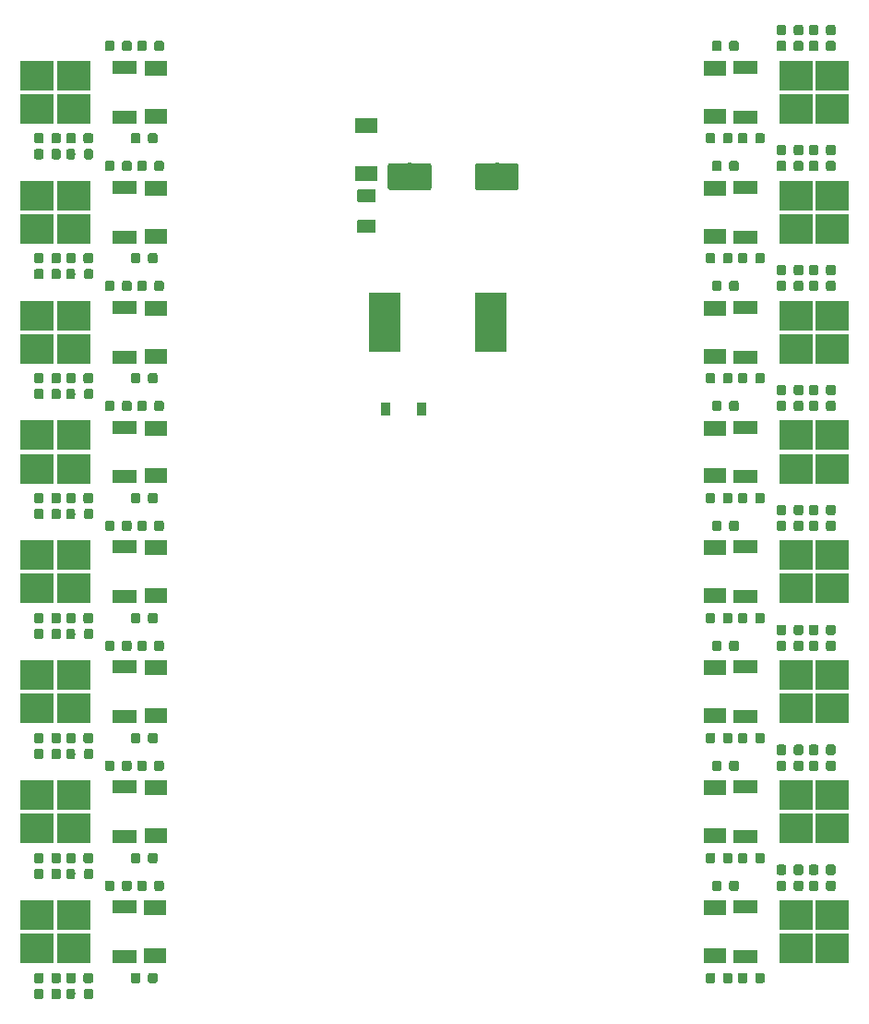
<source format=gbr>
G04 #@! TF.GenerationSoftware,KiCad,Pcbnew,(5.1.0)-1*
G04 #@! TF.CreationDate,2021-05-24T17:24:59+02:00*
G04 #@! TF.ProjectId,Magnetsteuerung,4d61676e-6574-4737-9465-756572756e67,rev?*
G04 #@! TF.SameCoordinates,Original*
G04 #@! TF.FileFunction,Paste,Top*
G04 #@! TF.FilePolarity,Positive*
%FSLAX46Y46*%
G04 Gerber Fmt 4.6, Leading zero omitted, Abs format (unit mm)*
G04 Created by KiCad (PCBNEW (5.1.0)-1) date 2021-05-24 17:24:59*
%MOMM*%
%LPD*%
G04 APERTURE LIST*
%ADD10C,0.100000*%
%ADD11C,0.875000*%
%ADD12C,0.800000*%
%ADD13R,2.200000X1.200000*%
%ADD14R,3.050000X2.750000*%
%ADD15R,2.900000X5.400000*%
%ADD16R,2.100000X1.400000*%
%ADD17R,0.900000X1.200000*%
%ADD18C,2.500000*%
%ADD19C,1.250000*%
G04 APERTURE END LIST*
D10*
G36*
X167052691Y-91336053D02*
G01*
X167073926Y-91339203D01*
X167094750Y-91344419D01*
X167114962Y-91351651D01*
X167134368Y-91360830D01*
X167152781Y-91371866D01*
X167170024Y-91384654D01*
X167185930Y-91399070D01*
X167200346Y-91414976D01*
X167213134Y-91432219D01*
X167224170Y-91450632D01*
X167233349Y-91470038D01*
X167240581Y-91490250D01*
X167245797Y-91511074D01*
X167248947Y-91532309D01*
X167250000Y-91553750D01*
X167250000Y-92066250D01*
X167248947Y-92087691D01*
X167245797Y-92108926D01*
X167240581Y-92129750D01*
X167233349Y-92149962D01*
X167224170Y-92169368D01*
X167213134Y-92187781D01*
X167200346Y-92205024D01*
X167185930Y-92220930D01*
X167170024Y-92235346D01*
X167152781Y-92248134D01*
X167134368Y-92259170D01*
X167114962Y-92268349D01*
X167094750Y-92275581D01*
X167073926Y-92280797D01*
X167052691Y-92283947D01*
X167031250Y-92285000D01*
X166593750Y-92285000D01*
X166572309Y-92283947D01*
X166551074Y-92280797D01*
X166530250Y-92275581D01*
X166510038Y-92268349D01*
X166490632Y-92259170D01*
X166472219Y-92248134D01*
X166454976Y-92235346D01*
X166439070Y-92220930D01*
X166424654Y-92205024D01*
X166411866Y-92187781D01*
X166400830Y-92169368D01*
X166391651Y-92149962D01*
X166384419Y-92129750D01*
X166379203Y-92108926D01*
X166376053Y-92087691D01*
X166375000Y-92066250D01*
X166375000Y-91553750D01*
X166376053Y-91532309D01*
X166379203Y-91511074D01*
X166384419Y-91490250D01*
X166391651Y-91470038D01*
X166400830Y-91450632D01*
X166411866Y-91432219D01*
X166424654Y-91414976D01*
X166439070Y-91399070D01*
X166454976Y-91384654D01*
X166472219Y-91371866D01*
X166490632Y-91360830D01*
X166510038Y-91351651D01*
X166530250Y-91344419D01*
X166551074Y-91339203D01*
X166572309Y-91336053D01*
X166593750Y-91335000D01*
X167031250Y-91335000D01*
X167052691Y-91336053D01*
X167052691Y-91336053D01*
G37*
D11*
X166812500Y-91810000D03*
D10*
G36*
X168627691Y-91336053D02*
G01*
X168648926Y-91339203D01*
X168669750Y-91344419D01*
X168689962Y-91351651D01*
X168709368Y-91360830D01*
X168727781Y-91371866D01*
X168745024Y-91384654D01*
X168760930Y-91399070D01*
X168775346Y-91414976D01*
X168788134Y-91432219D01*
X168799170Y-91450632D01*
X168808349Y-91470038D01*
X168815581Y-91490250D01*
X168820797Y-91511074D01*
X168823947Y-91532309D01*
X168825000Y-91553750D01*
X168825000Y-92066250D01*
X168823947Y-92087691D01*
X168820797Y-92108926D01*
X168815581Y-92129750D01*
X168808349Y-92149962D01*
X168799170Y-92169368D01*
X168788134Y-92187781D01*
X168775346Y-92205024D01*
X168760930Y-92220930D01*
X168745024Y-92235346D01*
X168727781Y-92248134D01*
X168709368Y-92259170D01*
X168689962Y-92268349D01*
X168669750Y-92275581D01*
X168648926Y-92280797D01*
X168627691Y-92283947D01*
X168606250Y-92285000D01*
X168168750Y-92285000D01*
X168147309Y-92283947D01*
X168126074Y-92280797D01*
X168105250Y-92275581D01*
X168085038Y-92268349D01*
X168065632Y-92259170D01*
X168047219Y-92248134D01*
X168029976Y-92235346D01*
X168014070Y-92220930D01*
X167999654Y-92205024D01*
X167986866Y-92187781D01*
X167975830Y-92169368D01*
X167966651Y-92149962D01*
X167959419Y-92129750D01*
X167954203Y-92108926D01*
X167951053Y-92087691D01*
X167950000Y-92066250D01*
X167950000Y-91553750D01*
X167951053Y-91532309D01*
X167954203Y-91511074D01*
X167959419Y-91490250D01*
X167966651Y-91470038D01*
X167975830Y-91450632D01*
X167986866Y-91432219D01*
X167999654Y-91414976D01*
X168014070Y-91399070D01*
X168029976Y-91384654D01*
X168047219Y-91371866D01*
X168065632Y-91360830D01*
X168085038Y-91351651D01*
X168105250Y-91344419D01*
X168126074Y-91339203D01*
X168147309Y-91336053D01*
X168168750Y-91335000D01*
X168606250Y-91335000D01*
X168627691Y-91336053D01*
X168627691Y-91336053D01*
G37*
D11*
X168387500Y-91810000D03*
D10*
G36*
X167052691Y-58336053D02*
G01*
X167073926Y-58339203D01*
X167094750Y-58344419D01*
X167114962Y-58351651D01*
X167134368Y-58360830D01*
X167152781Y-58371866D01*
X167170024Y-58384654D01*
X167185930Y-58399070D01*
X167200346Y-58414976D01*
X167213134Y-58432219D01*
X167224170Y-58450632D01*
X167233349Y-58470038D01*
X167240581Y-58490250D01*
X167245797Y-58511074D01*
X167248947Y-58532309D01*
X167250000Y-58553750D01*
X167250000Y-59066250D01*
X167248947Y-59087691D01*
X167245797Y-59108926D01*
X167240581Y-59129750D01*
X167233349Y-59149962D01*
X167224170Y-59169368D01*
X167213134Y-59187781D01*
X167200346Y-59205024D01*
X167185930Y-59220930D01*
X167170024Y-59235346D01*
X167152781Y-59248134D01*
X167134368Y-59259170D01*
X167114962Y-59268349D01*
X167094750Y-59275581D01*
X167073926Y-59280797D01*
X167052691Y-59283947D01*
X167031250Y-59285000D01*
X166593750Y-59285000D01*
X166572309Y-59283947D01*
X166551074Y-59280797D01*
X166530250Y-59275581D01*
X166510038Y-59268349D01*
X166490632Y-59259170D01*
X166472219Y-59248134D01*
X166454976Y-59235346D01*
X166439070Y-59220930D01*
X166424654Y-59205024D01*
X166411866Y-59187781D01*
X166400830Y-59169368D01*
X166391651Y-59149962D01*
X166384419Y-59129750D01*
X166379203Y-59108926D01*
X166376053Y-59087691D01*
X166375000Y-59066250D01*
X166375000Y-58553750D01*
X166376053Y-58532309D01*
X166379203Y-58511074D01*
X166384419Y-58490250D01*
X166391651Y-58470038D01*
X166400830Y-58450632D01*
X166411866Y-58432219D01*
X166424654Y-58414976D01*
X166439070Y-58399070D01*
X166454976Y-58384654D01*
X166472219Y-58371866D01*
X166490632Y-58360830D01*
X166510038Y-58351651D01*
X166530250Y-58344419D01*
X166551074Y-58339203D01*
X166572309Y-58336053D01*
X166593750Y-58335000D01*
X167031250Y-58335000D01*
X167052691Y-58336053D01*
X167052691Y-58336053D01*
G37*
D11*
X166812500Y-58810000D03*
D10*
G36*
X168627691Y-58336053D02*
G01*
X168648926Y-58339203D01*
X168669750Y-58344419D01*
X168689962Y-58351651D01*
X168709368Y-58360830D01*
X168727781Y-58371866D01*
X168745024Y-58384654D01*
X168760930Y-58399070D01*
X168775346Y-58414976D01*
X168788134Y-58432219D01*
X168799170Y-58450632D01*
X168808349Y-58470038D01*
X168815581Y-58490250D01*
X168820797Y-58511074D01*
X168823947Y-58532309D01*
X168825000Y-58553750D01*
X168825000Y-59066250D01*
X168823947Y-59087691D01*
X168820797Y-59108926D01*
X168815581Y-59129750D01*
X168808349Y-59149962D01*
X168799170Y-59169368D01*
X168788134Y-59187781D01*
X168775346Y-59205024D01*
X168760930Y-59220930D01*
X168745024Y-59235346D01*
X168727781Y-59248134D01*
X168709368Y-59259170D01*
X168689962Y-59268349D01*
X168669750Y-59275581D01*
X168648926Y-59280797D01*
X168627691Y-59283947D01*
X168606250Y-59285000D01*
X168168750Y-59285000D01*
X168147309Y-59283947D01*
X168126074Y-59280797D01*
X168105250Y-59275581D01*
X168085038Y-59268349D01*
X168065632Y-59259170D01*
X168047219Y-59248134D01*
X168029976Y-59235346D01*
X168014070Y-59220930D01*
X167999654Y-59205024D01*
X167986866Y-59187781D01*
X167975830Y-59169368D01*
X167966651Y-59149962D01*
X167959419Y-59129750D01*
X167954203Y-59108926D01*
X167951053Y-59087691D01*
X167950000Y-59066250D01*
X167950000Y-58553750D01*
X167951053Y-58532309D01*
X167954203Y-58511074D01*
X167959419Y-58490250D01*
X167966651Y-58470038D01*
X167975830Y-58450632D01*
X167986866Y-58432219D01*
X167999654Y-58414976D01*
X168014070Y-58399070D01*
X168029976Y-58384654D01*
X168047219Y-58371866D01*
X168065632Y-58360830D01*
X168085038Y-58351651D01*
X168105250Y-58344419D01*
X168126074Y-58339203D01*
X168147309Y-58336053D01*
X168168750Y-58335000D01*
X168606250Y-58335000D01*
X168627691Y-58336053D01*
X168627691Y-58336053D01*
G37*
D11*
X168387500Y-58810000D03*
D10*
G36*
X167052691Y-113336053D02*
G01*
X167073926Y-113339203D01*
X167094750Y-113344419D01*
X167114962Y-113351651D01*
X167134368Y-113360830D01*
X167152781Y-113371866D01*
X167170024Y-113384654D01*
X167185930Y-113399070D01*
X167200346Y-113414976D01*
X167213134Y-113432219D01*
X167224170Y-113450632D01*
X167233349Y-113470038D01*
X167240581Y-113490250D01*
X167245797Y-113511074D01*
X167248947Y-113532309D01*
X167250000Y-113553750D01*
X167250000Y-114066250D01*
X167248947Y-114087691D01*
X167245797Y-114108926D01*
X167240581Y-114129750D01*
X167233349Y-114149962D01*
X167224170Y-114169368D01*
X167213134Y-114187781D01*
X167200346Y-114205024D01*
X167185930Y-114220930D01*
X167170024Y-114235346D01*
X167152781Y-114248134D01*
X167134368Y-114259170D01*
X167114962Y-114268349D01*
X167094750Y-114275581D01*
X167073926Y-114280797D01*
X167052691Y-114283947D01*
X167031250Y-114285000D01*
X166593750Y-114285000D01*
X166572309Y-114283947D01*
X166551074Y-114280797D01*
X166530250Y-114275581D01*
X166510038Y-114268349D01*
X166490632Y-114259170D01*
X166472219Y-114248134D01*
X166454976Y-114235346D01*
X166439070Y-114220930D01*
X166424654Y-114205024D01*
X166411866Y-114187781D01*
X166400830Y-114169368D01*
X166391651Y-114149962D01*
X166384419Y-114129750D01*
X166379203Y-114108926D01*
X166376053Y-114087691D01*
X166375000Y-114066250D01*
X166375000Y-113553750D01*
X166376053Y-113532309D01*
X166379203Y-113511074D01*
X166384419Y-113490250D01*
X166391651Y-113470038D01*
X166400830Y-113450632D01*
X166411866Y-113432219D01*
X166424654Y-113414976D01*
X166439070Y-113399070D01*
X166454976Y-113384654D01*
X166472219Y-113371866D01*
X166490632Y-113360830D01*
X166510038Y-113351651D01*
X166530250Y-113344419D01*
X166551074Y-113339203D01*
X166572309Y-113336053D01*
X166593750Y-113335000D01*
X167031250Y-113335000D01*
X167052691Y-113336053D01*
X167052691Y-113336053D01*
G37*
D11*
X166812500Y-113810000D03*
D10*
G36*
X168627691Y-113336053D02*
G01*
X168648926Y-113339203D01*
X168669750Y-113344419D01*
X168689962Y-113351651D01*
X168709368Y-113360830D01*
X168727781Y-113371866D01*
X168745024Y-113384654D01*
X168760930Y-113399070D01*
X168775346Y-113414976D01*
X168788134Y-113432219D01*
X168799170Y-113450632D01*
X168808349Y-113470038D01*
X168815581Y-113490250D01*
X168820797Y-113511074D01*
X168823947Y-113532309D01*
X168825000Y-113553750D01*
X168825000Y-114066250D01*
X168823947Y-114087691D01*
X168820797Y-114108926D01*
X168815581Y-114129750D01*
X168808349Y-114149962D01*
X168799170Y-114169368D01*
X168788134Y-114187781D01*
X168775346Y-114205024D01*
X168760930Y-114220930D01*
X168745024Y-114235346D01*
X168727781Y-114248134D01*
X168709368Y-114259170D01*
X168689962Y-114268349D01*
X168669750Y-114275581D01*
X168648926Y-114280797D01*
X168627691Y-114283947D01*
X168606250Y-114285000D01*
X168168750Y-114285000D01*
X168147309Y-114283947D01*
X168126074Y-114280797D01*
X168105250Y-114275581D01*
X168085038Y-114268349D01*
X168065632Y-114259170D01*
X168047219Y-114248134D01*
X168029976Y-114235346D01*
X168014070Y-114220930D01*
X167999654Y-114205024D01*
X167986866Y-114187781D01*
X167975830Y-114169368D01*
X167966651Y-114149962D01*
X167959419Y-114129750D01*
X167954203Y-114108926D01*
X167951053Y-114087691D01*
X167950000Y-114066250D01*
X167950000Y-113553750D01*
X167951053Y-113532309D01*
X167954203Y-113511074D01*
X167959419Y-113490250D01*
X167966651Y-113470038D01*
X167975830Y-113450632D01*
X167986866Y-113432219D01*
X167999654Y-113414976D01*
X168014070Y-113399070D01*
X168029976Y-113384654D01*
X168047219Y-113371866D01*
X168065632Y-113360830D01*
X168085038Y-113351651D01*
X168105250Y-113344419D01*
X168126074Y-113339203D01*
X168147309Y-113336053D01*
X168168750Y-113335000D01*
X168606250Y-113335000D01*
X168627691Y-113336053D01*
X168627691Y-113336053D01*
G37*
D11*
X168387500Y-113810000D03*
D10*
G36*
X167052691Y-80336053D02*
G01*
X167073926Y-80339203D01*
X167094750Y-80344419D01*
X167114962Y-80351651D01*
X167134368Y-80360830D01*
X167152781Y-80371866D01*
X167170024Y-80384654D01*
X167185930Y-80399070D01*
X167200346Y-80414976D01*
X167213134Y-80432219D01*
X167224170Y-80450632D01*
X167233349Y-80470038D01*
X167240581Y-80490250D01*
X167245797Y-80511074D01*
X167248947Y-80532309D01*
X167250000Y-80553750D01*
X167250000Y-81066250D01*
X167248947Y-81087691D01*
X167245797Y-81108926D01*
X167240581Y-81129750D01*
X167233349Y-81149962D01*
X167224170Y-81169368D01*
X167213134Y-81187781D01*
X167200346Y-81205024D01*
X167185930Y-81220930D01*
X167170024Y-81235346D01*
X167152781Y-81248134D01*
X167134368Y-81259170D01*
X167114962Y-81268349D01*
X167094750Y-81275581D01*
X167073926Y-81280797D01*
X167052691Y-81283947D01*
X167031250Y-81285000D01*
X166593750Y-81285000D01*
X166572309Y-81283947D01*
X166551074Y-81280797D01*
X166530250Y-81275581D01*
X166510038Y-81268349D01*
X166490632Y-81259170D01*
X166472219Y-81248134D01*
X166454976Y-81235346D01*
X166439070Y-81220930D01*
X166424654Y-81205024D01*
X166411866Y-81187781D01*
X166400830Y-81169368D01*
X166391651Y-81149962D01*
X166384419Y-81129750D01*
X166379203Y-81108926D01*
X166376053Y-81087691D01*
X166375000Y-81066250D01*
X166375000Y-80553750D01*
X166376053Y-80532309D01*
X166379203Y-80511074D01*
X166384419Y-80490250D01*
X166391651Y-80470038D01*
X166400830Y-80450632D01*
X166411866Y-80432219D01*
X166424654Y-80414976D01*
X166439070Y-80399070D01*
X166454976Y-80384654D01*
X166472219Y-80371866D01*
X166490632Y-80360830D01*
X166510038Y-80351651D01*
X166530250Y-80344419D01*
X166551074Y-80339203D01*
X166572309Y-80336053D01*
X166593750Y-80335000D01*
X167031250Y-80335000D01*
X167052691Y-80336053D01*
X167052691Y-80336053D01*
G37*
D11*
X166812500Y-80810000D03*
D10*
G36*
X168627691Y-80336053D02*
G01*
X168648926Y-80339203D01*
X168669750Y-80344419D01*
X168689962Y-80351651D01*
X168709368Y-80360830D01*
X168727781Y-80371866D01*
X168745024Y-80384654D01*
X168760930Y-80399070D01*
X168775346Y-80414976D01*
X168788134Y-80432219D01*
X168799170Y-80450632D01*
X168808349Y-80470038D01*
X168815581Y-80490250D01*
X168820797Y-80511074D01*
X168823947Y-80532309D01*
X168825000Y-80553750D01*
X168825000Y-81066250D01*
X168823947Y-81087691D01*
X168820797Y-81108926D01*
X168815581Y-81129750D01*
X168808349Y-81149962D01*
X168799170Y-81169368D01*
X168788134Y-81187781D01*
X168775346Y-81205024D01*
X168760930Y-81220930D01*
X168745024Y-81235346D01*
X168727781Y-81248134D01*
X168709368Y-81259170D01*
X168689962Y-81268349D01*
X168669750Y-81275581D01*
X168648926Y-81280797D01*
X168627691Y-81283947D01*
X168606250Y-81285000D01*
X168168750Y-81285000D01*
X168147309Y-81283947D01*
X168126074Y-81280797D01*
X168105250Y-81275581D01*
X168085038Y-81268349D01*
X168065632Y-81259170D01*
X168047219Y-81248134D01*
X168029976Y-81235346D01*
X168014070Y-81220930D01*
X167999654Y-81205024D01*
X167986866Y-81187781D01*
X167975830Y-81169368D01*
X167966651Y-81149962D01*
X167959419Y-81129750D01*
X167954203Y-81108926D01*
X167951053Y-81087691D01*
X167950000Y-81066250D01*
X167950000Y-80553750D01*
X167951053Y-80532309D01*
X167954203Y-80511074D01*
X167959419Y-80490250D01*
X167966651Y-80470038D01*
X167975830Y-80450632D01*
X167986866Y-80432219D01*
X167999654Y-80414976D01*
X168014070Y-80399070D01*
X168029976Y-80384654D01*
X168047219Y-80371866D01*
X168065632Y-80360830D01*
X168085038Y-80351651D01*
X168105250Y-80344419D01*
X168126074Y-80339203D01*
X168147309Y-80336053D01*
X168168750Y-80335000D01*
X168606250Y-80335000D01*
X168627691Y-80336053D01*
X168627691Y-80336053D01*
G37*
D11*
X168387500Y-80810000D03*
D10*
G36*
X167052691Y-47336053D02*
G01*
X167073926Y-47339203D01*
X167094750Y-47344419D01*
X167114962Y-47351651D01*
X167134368Y-47360830D01*
X167152781Y-47371866D01*
X167170024Y-47384654D01*
X167185930Y-47399070D01*
X167200346Y-47414976D01*
X167213134Y-47432219D01*
X167224170Y-47450632D01*
X167233349Y-47470038D01*
X167240581Y-47490250D01*
X167245797Y-47511074D01*
X167248947Y-47532309D01*
X167250000Y-47553750D01*
X167250000Y-48066250D01*
X167248947Y-48087691D01*
X167245797Y-48108926D01*
X167240581Y-48129750D01*
X167233349Y-48149962D01*
X167224170Y-48169368D01*
X167213134Y-48187781D01*
X167200346Y-48205024D01*
X167185930Y-48220930D01*
X167170024Y-48235346D01*
X167152781Y-48248134D01*
X167134368Y-48259170D01*
X167114962Y-48268349D01*
X167094750Y-48275581D01*
X167073926Y-48280797D01*
X167052691Y-48283947D01*
X167031250Y-48285000D01*
X166593750Y-48285000D01*
X166572309Y-48283947D01*
X166551074Y-48280797D01*
X166530250Y-48275581D01*
X166510038Y-48268349D01*
X166490632Y-48259170D01*
X166472219Y-48248134D01*
X166454976Y-48235346D01*
X166439070Y-48220930D01*
X166424654Y-48205024D01*
X166411866Y-48187781D01*
X166400830Y-48169368D01*
X166391651Y-48149962D01*
X166384419Y-48129750D01*
X166379203Y-48108926D01*
X166376053Y-48087691D01*
X166375000Y-48066250D01*
X166375000Y-47553750D01*
X166376053Y-47532309D01*
X166379203Y-47511074D01*
X166384419Y-47490250D01*
X166391651Y-47470038D01*
X166400830Y-47450632D01*
X166411866Y-47432219D01*
X166424654Y-47414976D01*
X166439070Y-47399070D01*
X166454976Y-47384654D01*
X166472219Y-47371866D01*
X166490632Y-47360830D01*
X166510038Y-47351651D01*
X166530250Y-47344419D01*
X166551074Y-47339203D01*
X166572309Y-47336053D01*
X166593750Y-47335000D01*
X167031250Y-47335000D01*
X167052691Y-47336053D01*
X167052691Y-47336053D01*
G37*
D11*
X166812500Y-47810000D03*
D10*
G36*
X168627691Y-47336053D02*
G01*
X168648926Y-47339203D01*
X168669750Y-47344419D01*
X168689962Y-47351651D01*
X168709368Y-47360830D01*
X168727781Y-47371866D01*
X168745024Y-47384654D01*
X168760930Y-47399070D01*
X168775346Y-47414976D01*
X168788134Y-47432219D01*
X168799170Y-47450632D01*
X168808349Y-47470038D01*
X168815581Y-47490250D01*
X168820797Y-47511074D01*
X168823947Y-47532309D01*
X168825000Y-47553750D01*
X168825000Y-48066250D01*
X168823947Y-48087691D01*
X168820797Y-48108926D01*
X168815581Y-48129750D01*
X168808349Y-48149962D01*
X168799170Y-48169368D01*
X168788134Y-48187781D01*
X168775346Y-48205024D01*
X168760930Y-48220930D01*
X168745024Y-48235346D01*
X168727781Y-48248134D01*
X168709368Y-48259170D01*
X168689962Y-48268349D01*
X168669750Y-48275581D01*
X168648926Y-48280797D01*
X168627691Y-48283947D01*
X168606250Y-48285000D01*
X168168750Y-48285000D01*
X168147309Y-48283947D01*
X168126074Y-48280797D01*
X168105250Y-48275581D01*
X168085038Y-48268349D01*
X168065632Y-48259170D01*
X168047219Y-48248134D01*
X168029976Y-48235346D01*
X168014070Y-48220930D01*
X167999654Y-48205024D01*
X167986866Y-48187781D01*
X167975830Y-48169368D01*
X167966651Y-48149962D01*
X167959419Y-48129750D01*
X167954203Y-48108926D01*
X167951053Y-48087691D01*
X167950000Y-48066250D01*
X167950000Y-47553750D01*
X167951053Y-47532309D01*
X167954203Y-47511074D01*
X167959419Y-47490250D01*
X167966651Y-47470038D01*
X167975830Y-47450632D01*
X167986866Y-47432219D01*
X167999654Y-47414976D01*
X168014070Y-47399070D01*
X168029976Y-47384654D01*
X168047219Y-47371866D01*
X168065632Y-47360830D01*
X168085038Y-47351651D01*
X168105250Y-47344419D01*
X168126074Y-47339203D01*
X168147309Y-47336053D01*
X168168750Y-47335000D01*
X168606250Y-47335000D01*
X168627691Y-47336053D01*
X168627691Y-47336053D01*
G37*
D11*
X168387500Y-47810000D03*
D10*
G36*
X167052691Y-102336053D02*
G01*
X167073926Y-102339203D01*
X167094750Y-102344419D01*
X167114962Y-102351651D01*
X167134368Y-102360830D01*
X167152781Y-102371866D01*
X167170024Y-102384654D01*
X167185930Y-102399070D01*
X167200346Y-102414976D01*
X167213134Y-102432219D01*
X167224170Y-102450632D01*
X167233349Y-102470038D01*
X167240581Y-102490250D01*
X167245797Y-102511074D01*
X167248947Y-102532309D01*
X167250000Y-102553750D01*
X167250000Y-103066250D01*
X167248947Y-103087691D01*
X167245797Y-103108926D01*
X167240581Y-103129750D01*
X167233349Y-103149962D01*
X167224170Y-103169368D01*
X167213134Y-103187781D01*
X167200346Y-103205024D01*
X167185930Y-103220930D01*
X167170024Y-103235346D01*
X167152781Y-103248134D01*
X167134368Y-103259170D01*
X167114962Y-103268349D01*
X167094750Y-103275581D01*
X167073926Y-103280797D01*
X167052691Y-103283947D01*
X167031250Y-103285000D01*
X166593750Y-103285000D01*
X166572309Y-103283947D01*
X166551074Y-103280797D01*
X166530250Y-103275581D01*
X166510038Y-103268349D01*
X166490632Y-103259170D01*
X166472219Y-103248134D01*
X166454976Y-103235346D01*
X166439070Y-103220930D01*
X166424654Y-103205024D01*
X166411866Y-103187781D01*
X166400830Y-103169368D01*
X166391651Y-103149962D01*
X166384419Y-103129750D01*
X166379203Y-103108926D01*
X166376053Y-103087691D01*
X166375000Y-103066250D01*
X166375000Y-102553750D01*
X166376053Y-102532309D01*
X166379203Y-102511074D01*
X166384419Y-102490250D01*
X166391651Y-102470038D01*
X166400830Y-102450632D01*
X166411866Y-102432219D01*
X166424654Y-102414976D01*
X166439070Y-102399070D01*
X166454976Y-102384654D01*
X166472219Y-102371866D01*
X166490632Y-102360830D01*
X166510038Y-102351651D01*
X166530250Y-102344419D01*
X166551074Y-102339203D01*
X166572309Y-102336053D01*
X166593750Y-102335000D01*
X167031250Y-102335000D01*
X167052691Y-102336053D01*
X167052691Y-102336053D01*
G37*
D11*
X166812500Y-102810000D03*
D10*
G36*
X168627691Y-102336053D02*
G01*
X168648926Y-102339203D01*
X168669750Y-102344419D01*
X168689962Y-102351651D01*
X168709368Y-102360830D01*
X168727781Y-102371866D01*
X168745024Y-102384654D01*
X168760930Y-102399070D01*
X168775346Y-102414976D01*
X168788134Y-102432219D01*
X168799170Y-102450632D01*
X168808349Y-102470038D01*
X168815581Y-102490250D01*
X168820797Y-102511074D01*
X168823947Y-102532309D01*
X168825000Y-102553750D01*
X168825000Y-103066250D01*
X168823947Y-103087691D01*
X168820797Y-103108926D01*
X168815581Y-103129750D01*
X168808349Y-103149962D01*
X168799170Y-103169368D01*
X168788134Y-103187781D01*
X168775346Y-103205024D01*
X168760930Y-103220930D01*
X168745024Y-103235346D01*
X168727781Y-103248134D01*
X168709368Y-103259170D01*
X168689962Y-103268349D01*
X168669750Y-103275581D01*
X168648926Y-103280797D01*
X168627691Y-103283947D01*
X168606250Y-103285000D01*
X168168750Y-103285000D01*
X168147309Y-103283947D01*
X168126074Y-103280797D01*
X168105250Y-103275581D01*
X168085038Y-103268349D01*
X168065632Y-103259170D01*
X168047219Y-103248134D01*
X168029976Y-103235346D01*
X168014070Y-103220930D01*
X167999654Y-103205024D01*
X167986866Y-103187781D01*
X167975830Y-103169368D01*
X167966651Y-103149962D01*
X167959419Y-103129750D01*
X167954203Y-103108926D01*
X167951053Y-103087691D01*
X167950000Y-103066250D01*
X167950000Y-102553750D01*
X167951053Y-102532309D01*
X167954203Y-102511074D01*
X167959419Y-102490250D01*
X167966651Y-102470038D01*
X167975830Y-102450632D01*
X167986866Y-102432219D01*
X167999654Y-102414976D01*
X168014070Y-102399070D01*
X168029976Y-102384654D01*
X168047219Y-102371866D01*
X168065632Y-102360830D01*
X168085038Y-102351651D01*
X168105250Y-102344419D01*
X168126074Y-102339203D01*
X168147309Y-102336053D01*
X168168750Y-102335000D01*
X168606250Y-102335000D01*
X168627691Y-102336053D01*
X168627691Y-102336053D01*
G37*
D11*
X168387500Y-102810000D03*
D10*
G36*
X167052691Y-69336053D02*
G01*
X167073926Y-69339203D01*
X167094750Y-69344419D01*
X167114962Y-69351651D01*
X167134368Y-69360830D01*
X167152781Y-69371866D01*
X167170024Y-69384654D01*
X167185930Y-69399070D01*
X167200346Y-69414976D01*
X167213134Y-69432219D01*
X167224170Y-69450632D01*
X167233349Y-69470038D01*
X167240581Y-69490250D01*
X167245797Y-69511074D01*
X167248947Y-69532309D01*
X167250000Y-69553750D01*
X167250000Y-70066250D01*
X167248947Y-70087691D01*
X167245797Y-70108926D01*
X167240581Y-70129750D01*
X167233349Y-70149962D01*
X167224170Y-70169368D01*
X167213134Y-70187781D01*
X167200346Y-70205024D01*
X167185930Y-70220930D01*
X167170024Y-70235346D01*
X167152781Y-70248134D01*
X167134368Y-70259170D01*
X167114962Y-70268349D01*
X167094750Y-70275581D01*
X167073926Y-70280797D01*
X167052691Y-70283947D01*
X167031250Y-70285000D01*
X166593750Y-70285000D01*
X166572309Y-70283947D01*
X166551074Y-70280797D01*
X166530250Y-70275581D01*
X166510038Y-70268349D01*
X166490632Y-70259170D01*
X166472219Y-70248134D01*
X166454976Y-70235346D01*
X166439070Y-70220930D01*
X166424654Y-70205024D01*
X166411866Y-70187781D01*
X166400830Y-70169368D01*
X166391651Y-70149962D01*
X166384419Y-70129750D01*
X166379203Y-70108926D01*
X166376053Y-70087691D01*
X166375000Y-70066250D01*
X166375000Y-69553750D01*
X166376053Y-69532309D01*
X166379203Y-69511074D01*
X166384419Y-69490250D01*
X166391651Y-69470038D01*
X166400830Y-69450632D01*
X166411866Y-69432219D01*
X166424654Y-69414976D01*
X166439070Y-69399070D01*
X166454976Y-69384654D01*
X166472219Y-69371866D01*
X166490632Y-69360830D01*
X166510038Y-69351651D01*
X166530250Y-69344419D01*
X166551074Y-69339203D01*
X166572309Y-69336053D01*
X166593750Y-69335000D01*
X167031250Y-69335000D01*
X167052691Y-69336053D01*
X167052691Y-69336053D01*
G37*
D11*
X166812500Y-69810000D03*
D10*
G36*
X168627691Y-69336053D02*
G01*
X168648926Y-69339203D01*
X168669750Y-69344419D01*
X168689962Y-69351651D01*
X168709368Y-69360830D01*
X168727781Y-69371866D01*
X168745024Y-69384654D01*
X168760930Y-69399070D01*
X168775346Y-69414976D01*
X168788134Y-69432219D01*
X168799170Y-69450632D01*
X168808349Y-69470038D01*
X168815581Y-69490250D01*
X168820797Y-69511074D01*
X168823947Y-69532309D01*
X168825000Y-69553750D01*
X168825000Y-70066250D01*
X168823947Y-70087691D01*
X168820797Y-70108926D01*
X168815581Y-70129750D01*
X168808349Y-70149962D01*
X168799170Y-70169368D01*
X168788134Y-70187781D01*
X168775346Y-70205024D01*
X168760930Y-70220930D01*
X168745024Y-70235346D01*
X168727781Y-70248134D01*
X168709368Y-70259170D01*
X168689962Y-70268349D01*
X168669750Y-70275581D01*
X168648926Y-70280797D01*
X168627691Y-70283947D01*
X168606250Y-70285000D01*
X168168750Y-70285000D01*
X168147309Y-70283947D01*
X168126074Y-70280797D01*
X168105250Y-70275581D01*
X168085038Y-70268349D01*
X168065632Y-70259170D01*
X168047219Y-70248134D01*
X168029976Y-70235346D01*
X168014070Y-70220930D01*
X167999654Y-70205024D01*
X167986866Y-70187781D01*
X167975830Y-70169368D01*
X167966651Y-70149962D01*
X167959419Y-70129750D01*
X167954203Y-70108926D01*
X167951053Y-70087691D01*
X167950000Y-70066250D01*
X167950000Y-69553750D01*
X167951053Y-69532309D01*
X167954203Y-69511074D01*
X167959419Y-69490250D01*
X167966651Y-69470038D01*
X167975830Y-69450632D01*
X167986866Y-69432219D01*
X167999654Y-69414976D01*
X168014070Y-69399070D01*
X168029976Y-69384654D01*
X168047219Y-69371866D01*
X168065632Y-69360830D01*
X168085038Y-69351651D01*
X168105250Y-69344419D01*
X168126074Y-69339203D01*
X168147309Y-69336053D01*
X168168750Y-69335000D01*
X168606250Y-69335000D01*
X168627691Y-69336053D01*
X168627691Y-69336053D01*
G37*
D11*
X168387500Y-69810000D03*
D10*
G36*
X167052691Y-36336053D02*
G01*
X167073926Y-36339203D01*
X167094750Y-36344419D01*
X167114962Y-36351651D01*
X167134368Y-36360830D01*
X167152781Y-36371866D01*
X167170024Y-36384654D01*
X167185930Y-36399070D01*
X167200346Y-36414976D01*
X167213134Y-36432219D01*
X167224170Y-36450632D01*
X167233349Y-36470038D01*
X167240581Y-36490250D01*
X167245797Y-36511074D01*
X167248947Y-36532309D01*
X167250000Y-36553750D01*
X167250000Y-37066250D01*
X167248947Y-37087691D01*
X167245797Y-37108926D01*
X167240581Y-37129750D01*
X167233349Y-37149962D01*
X167224170Y-37169368D01*
X167213134Y-37187781D01*
X167200346Y-37205024D01*
X167185930Y-37220930D01*
X167170024Y-37235346D01*
X167152781Y-37248134D01*
X167134368Y-37259170D01*
X167114962Y-37268349D01*
X167094750Y-37275581D01*
X167073926Y-37280797D01*
X167052691Y-37283947D01*
X167031250Y-37285000D01*
X166593750Y-37285000D01*
X166572309Y-37283947D01*
X166551074Y-37280797D01*
X166530250Y-37275581D01*
X166510038Y-37268349D01*
X166490632Y-37259170D01*
X166472219Y-37248134D01*
X166454976Y-37235346D01*
X166439070Y-37220930D01*
X166424654Y-37205024D01*
X166411866Y-37187781D01*
X166400830Y-37169368D01*
X166391651Y-37149962D01*
X166384419Y-37129750D01*
X166379203Y-37108926D01*
X166376053Y-37087691D01*
X166375000Y-37066250D01*
X166375000Y-36553750D01*
X166376053Y-36532309D01*
X166379203Y-36511074D01*
X166384419Y-36490250D01*
X166391651Y-36470038D01*
X166400830Y-36450632D01*
X166411866Y-36432219D01*
X166424654Y-36414976D01*
X166439070Y-36399070D01*
X166454976Y-36384654D01*
X166472219Y-36371866D01*
X166490632Y-36360830D01*
X166510038Y-36351651D01*
X166530250Y-36344419D01*
X166551074Y-36339203D01*
X166572309Y-36336053D01*
X166593750Y-36335000D01*
X167031250Y-36335000D01*
X167052691Y-36336053D01*
X167052691Y-36336053D01*
G37*
D11*
X166812500Y-36810000D03*
D10*
G36*
X168627691Y-36336053D02*
G01*
X168648926Y-36339203D01*
X168669750Y-36344419D01*
X168689962Y-36351651D01*
X168709368Y-36360830D01*
X168727781Y-36371866D01*
X168745024Y-36384654D01*
X168760930Y-36399070D01*
X168775346Y-36414976D01*
X168788134Y-36432219D01*
X168799170Y-36450632D01*
X168808349Y-36470038D01*
X168815581Y-36490250D01*
X168820797Y-36511074D01*
X168823947Y-36532309D01*
X168825000Y-36553750D01*
X168825000Y-37066250D01*
X168823947Y-37087691D01*
X168820797Y-37108926D01*
X168815581Y-37129750D01*
X168808349Y-37149962D01*
X168799170Y-37169368D01*
X168788134Y-37187781D01*
X168775346Y-37205024D01*
X168760930Y-37220930D01*
X168745024Y-37235346D01*
X168727781Y-37248134D01*
X168709368Y-37259170D01*
X168689962Y-37268349D01*
X168669750Y-37275581D01*
X168648926Y-37280797D01*
X168627691Y-37283947D01*
X168606250Y-37285000D01*
X168168750Y-37285000D01*
X168147309Y-37283947D01*
X168126074Y-37280797D01*
X168105250Y-37275581D01*
X168085038Y-37268349D01*
X168065632Y-37259170D01*
X168047219Y-37248134D01*
X168029976Y-37235346D01*
X168014070Y-37220930D01*
X167999654Y-37205024D01*
X167986866Y-37187781D01*
X167975830Y-37169368D01*
X167966651Y-37149962D01*
X167959419Y-37129750D01*
X167954203Y-37108926D01*
X167951053Y-37087691D01*
X167950000Y-37066250D01*
X167950000Y-36553750D01*
X167951053Y-36532309D01*
X167954203Y-36511074D01*
X167959419Y-36490250D01*
X167966651Y-36470038D01*
X167975830Y-36450632D01*
X167986866Y-36432219D01*
X167999654Y-36414976D01*
X168014070Y-36399070D01*
X168029976Y-36384654D01*
X168047219Y-36371866D01*
X168065632Y-36360830D01*
X168085038Y-36351651D01*
X168105250Y-36344419D01*
X168126074Y-36339203D01*
X168147309Y-36336053D01*
X168168750Y-36335000D01*
X168606250Y-36335000D01*
X168627691Y-36336053D01*
X168627691Y-36336053D01*
G37*
D11*
X168387500Y-36810000D03*
D10*
G36*
X98902691Y-46256053D02*
G01*
X98923926Y-46259203D01*
X98944750Y-46264419D01*
X98964962Y-46271651D01*
X98984368Y-46280830D01*
X99002781Y-46291866D01*
X99020024Y-46304654D01*
X99035930Y-46319070D01*
X99050346Y-46334976D01*
X99063134Y-46352219D01*
X99074170Y-46370632D01*
X99083349Y-46390038D01*
X99090581Y-46410250D01*
X99095797Y-46431074D01*
X99098947Y-46452309D01*
X99100000Y-46473750D01*
X99100000Y-46986250D01*
X99098947Y-47007691D01*
X99095797Y-47028926D01*
X99090581Y-47049750D01*
X99083349Y-47069962D01*
X99074170Y-47089368D01*
X99063134Y-47107781D01*
X99050346Y-47125024D01*
X99035930Y-47140930D01*
X99020024Y-47155346D01*
X99002781Y-47168134D01*
X98984368Y-47179170D01*
X98964962Y-47188349D01*
X98944750Y-47195581D01*
X98923926Y-47200797D01*
X98902691Y-47203947D01*
X98881250Y-47205000D01*
X98443750Y-47205000D01*
X98422309Y-47203947D01*
X98401074Y-47200797D01*
X98380250Y-47195581D01*
X98360038Y-47188349D01*
X98340632Y-47179170D01*
X98322219Y-47168134D01*
X98304976Y-47155346D01*
X98289070Y-47140930D01*
X98274654Y-47125024D01*
X98261866Y-47107781D01*
X98250830Y-47089368D01*
X98241651Y-47069962D01*
X98234419Y-47049750D01*
X98229203Y-47028926D01*
X98226053Y-47007691D01*
X98225000Y-46986250D01*
X98225000Y-46473750D01*
X98226053Y-46452309D01*
X98229203Y-46431074D01*
X98234419Y-46410250D01*
X98241651Y-46390038D01*
X98250830Y-46370632D01*
X98261866Y-46352219D01*
X98274654Y-46334976D01*
X98289070Y-46319070D01*
X98304976Y-46304654D01*
X98322219Y-46291866D01*
X98340632Y-46280830D01*
X98360038Y-46271651D01*
X98380250Y-46264419D01*
X98401074Y-46259203D01*
X98422309Y-46256053D01*
X98443750Y-46255000D01*
X98881250Y-46255000D01*
X98902691Y-46256053D01*
X98902691Y-46256053D01*
G37*
D11*
X98662500Y-46730000D03*
D10*
G36*
X100477691Y-46256053D02*
G01*
X100498926Y-46259203D01*
X100519750Y-46264419D01*
X100539962Y-46271651D01*
X100559368Y-46280830D01*
X100577781Y-46291866D01*
X100595024Y-46304654D01*
X100610930Y-46319070D01*
X100625346Y-46334976D01*
X100638134Y-46352219D01*
X100649170Y-46370632D01*
X100658349Y-46390038D01*
X100665581Y-46410250D01*
X100670797Y-46431074D01*
X100673947Y-46452309D01*
X100675000Y-46473750D01*
X100675000Y-46986250D01*
X100673947Y-47007691D01*
X100670797Y-47028926D01*
X100665581Y-47049750D01*
X100658349Y-47069962D01*
X100649170Y-47089368D01*
X100638134Y-47107781D01*
X100625346Y-47125024D01*
X100610930Y-47140930D01*
X100595024Y-47155346D01*
X100577781Y-47168134D01*
X100559368Y-47179170D01*
X100539962Y-47188349D01*
X100519750Y-47195581D01*
X100498926Y-47200797D01*
X100477691Y-47203947D01*
X100456250Y-47205000D01*
X100018750Y-47205000D01*
X99997309Y-47203947D01*
X99976074Y-47200797D01*
X99955250Y-47195581D01*
X99935038Y-47188349D01*
X99915632Y-47179170D01*
X99897219Y-47168134D01*
X99879976Y-47155346D01*
X99864070Y-47140930D01*
X99849654Y-47125024D01*
X99836866Y-47107781D01*
X99825830Y-47089368D01*
X99816651Y-47069962D01*
X99809419Y-47049750D01*
X99804203Y-47028926D01*
X99801053Y-47007691D01*
X99800000Y-46986250D01*
X99800000Y-46473750D01*
X99801053Y-46452309D01*
X99804203Y-46431074D01*
X99809419Y-46410250D01*
X99816651Y-46390038D01*
X99825830Y-46370632D01*
X99836866Y-46352219D01*
X99849654Y-46334976D01*
X99864070Y-46319070D01*
X99879976Y-46304654D01*
X99897219Y-46291866D01*
X99915632Y-46280830D01*
X99935038Y-46271651D01*
X99955250Y-46264419D01*
X99976074Y-46259203D01*
X99997309Y-46256053D01*
X100018750Y-46255000D01*
X100456250Y-46255000D01*
X100477691Y-46256053D01*
X100477691Y-46256053D01*
G37*
D11*
X100237500Y-46730000D03*
D10*
G36*
X103454603Y-69715963D02*
G01*
X103474018Y-69718843D01*
X103493057Y-69723612D01*
X103511537Y-69730224D01*
X103529279Y-69738616D01*
X103546114Y-69748706D01*
X103561879Y-69760398D01*
X103576421Y-69773579D01*
X103589602Y-69788121D01*
X103601294Y-69803886D01*
X103611384Y-69820721D01*
X103619776Y-69838463D01*
X103626388Y-69856943D01*
X103631157Y-69875982D01*
X103634037Y-69895397D01*
X103635000Y-69915000D01*
X103635000Y-70465000D01*
X103634037Y-70484603D01*
X103631157Y-70504018D01*
X103626388Y-70523057D01*
X103619776Y-70541537D01*
X103611384Y-70559279D01*
X103601294Y-70576114D01*
X103589602Y-70591879D01*
X103576421Y-70606421D01*
X103561879Y-70619602D01*
X103546114Y-70631294D01*
X103529279Y-70641384D01*
X103511537Y-70649776D01*
X103493057Y-70656388D01*
X103474018Y-70661157D01*
X103454603Y-70664037D01*
X103435000Y-70665000D01*
X103035000Y-70665000D01*
X103015397Y-70664037D01*
X102995982Y-70661157D01*
X102976943Y-70656388D01*
X102958463Y-70649776D01*
X102940721Y-70641384D01*
X102923886Y-70631294D01*
X102908121Y-70619602D01*
X102893579Y-70606421D01*
X102880398Y-70591879D01*
X102868706Y-70576114D01*
X102858616Y-70559279D01*
X102850224Y-70541537D01*
X102843612Y-70523057D01*
X102838843Y-70504018D01*
X102835963Y-70484603D01*
X102835000Y-70465000D01*
X102835000Y-69915000D01*
X102835963Y-69895397D01*
X102838843Y-69875982D01*
X102843612Y-69856943D01*
X102850224Y-69838463D01*
X102858616Y-69820721D01*
X102868706Y-69803886D01*
X102880398Y-69788121D01*
X102893579Y-69773579D01*
X102908121Y-69760398D01*
X102923886Y-69748706D01*
X102940721Y-69738616D01*
X102958463Y-69730224D01*
X102976943Y-69723612D01*
X102995982Y-69718843D01*
X103015397Y-69715963D01*
X103035000Y-69715000D01*
X103435000Y-69715000D01*
X103454603Y-69715963D01*
X103454603Y-69715963D01*
G37*
D12*
X103235000Y-70190000D03*
D10*
G36*
X101804603Y-69715963D02*
G01*
X101824018Y-69718843D01*
X101843057Y-69723612D01*
X101861537Y-69730224D01*
X101879279Y-69738616D01*
X101896114Y-69748706D01*
X101911879Y-69760398D01*
X101926421Y-69773579D01*
X101939602Y-69788121D01*
X101951294Y-69803886D01*
X101961384Y-69820721D01*
X101969776Y-69838463D01*
X101976388Y-69856943D01*
X101981157Y-69875982D01*
X101984037Y-69895397D01*
X101985000Y-69915000D01*
X101985000Y-70465000D01*
X101984037Y-70484603D01*
X101981157Y-70504018D01*
X101976388Y-70523057D01*
X101969776Y-70541537D01*
X101961384Y-70559279D01*
X101951294Y-70576114D01*
X101939602Y-70591879D01*
X101926421Y-70606421D01*
X101911879Y-70619602D01*
X101896114Y-70631294D01*
X101879279Y-70641384D01*
X101861537Y-70649776D01*
X101843057Y-70656388D01*
X101824018Y-70661157D01*
X101804603Y-70664037D01*
X101785000Y-70665000D01*
X101385000Y-70665000D01*
X101365397Y-70664037D01*
X101345982Y-70661157D01*
X101326943Y-70656388D01*
X101308463Y-70649776D01*
X101290721Y-70641384D01*
X101273886Y-70631294D01*
X101258121Y-70619602D01*
X101243579Y-70606421D01*
X101230398Y-70591879D01*
X101218706Y-70576114D01*
X101208616Y-70559279D01*
X101200224Y-70541537D01*
X101193612Y-70523057D01*
X101188843Y-70504018D01*
X101185963Y-70484603D01*
X101185000Y-70465000D01*
X101185000Y-69915000D01*
X101185963Y-69895397D01*
X101188843Y-69875982D01*
X101193612Y-69856943D01*
X101200224Y-69838463D01*
X101208616Y-69820721D01*
X101218706Y-69803886D01*
X101230398Y-69788121D01*
X101243579Y-69773579D01*
X101258121Y-69760398D01*
X101273886Y-69748706D01*
X101290721Y-69738616D01*
X101308463Y-69730224D01*
X101326943Y-69723612D01*
X101345982Y-69718843D01*
X101365397Y-69715963D01*
X101385000Y-69715000D01*
X101785000Y-69715000D01*
X101804603Y-69715963D01*
X101804603Y-69715963D01*
G37*
D12*
X101585000Y-70190000D03*
D10*
G36*
X103454603Y-102715963D02*
G01*
X103474018Y-102718843D01*
X103493057Y-102723612D01*
X103511537Y-102730224D01*
X103529279Y-102738616D01*
X103546114Y-102748706D01*
X103561879Y-102760398D01*
X103576421Y-102773579D01*
X103589602Y-102788121D01*
X103601294Y-102803886D01*
X103611384Y-102820721D01*
X103619776Y-102838463D01*
X103626388Y-102856943D01*
X103631157Y-102875982D01*
X103634037Y-102895397D01*
X103635000Y-102915000D01*
X103635000Y-103465000D01*
X103634037Y-103484603D01*
X103631157Y-103504018D01*
X103626388Y-103523057D01*
X103619776Y-103541537D01*
X103611384Y-103559279D01*
X103601294Y-103576114D01*
X103589602Y-103591879D01*
X103576421Y-103606421D01*
X103561879Y-103619602D01*
X103546114Y-103631294D01*
X103529279Y-103641384D01*
X103511537Y-103649776D01*
X103493057Y-103656388D01*
X103474018Y-103661157D01*
X103454603Y-103664037D01*
X103435000Y-103665000D01*
X103035000Y-103665000D01*
X103015397Y-103664037D01*
X102995982Y-103661157D01*
X102976943Y-103656388D01*
X102958463Y-103649776D01*
X102940721Y-103641384D01*
X102923886Y-103631294D01*
X102908121Y-103619602D01*
X102893579Y-103606421D01*
X102880398Y-103591879D01*
X102868706Y-103576114D01*
X102858616Y-103559279D01*
X102850224Y-103541537D01*
X102843612Y-103523057D01*
X102838843Y-103504018D01*
X102835963Y-103484603D01*
X102835000Y-103465000D01*
X102835000Y-102915000D01*
X102835963Y-102895397D01*
X102838843Y-102875982D01*
X102843612Y-102856943D01*
X102850224Y-102838463D01*
X102858616Y-102820721D01*
X102868706Y-102803886D01*
X102880398Y-102788121D01*
X102893579Y-102773579D01*
X102908121Y-102760398D01*
X102923886Y-102748706D01*
X102940721Y-102738616D01*
X102958463Y-102730224D01*
X102976943Y-102723612D01*
X102995982Y-102718843D01*
X103015397Y-102715963D01*
X103035000Y-102715000D01*
X103435000Y-102715000D01*
X103454603Y-102715963D01*
X103454603Y-102715963D01*
G37*
D12*
X103235000Y-103190000D03*
D10*
G36*
X101804603Y-102715963D02*
G01*
X101824018Y-102718843D01*
X101843057Y-102723612D01*
X101861537Y-102730224D01*
X101879279Y-102738616D01*
X101896114Y-102748706D01*
X101911879Y-102760398D01*
X101926421Y-102773579D01*
X101939602Y-102788121D01*
X101951294Y-102803886D01*
X101961384Y-102820721D01*
X101969776Y-102838463D01*
X101976388Y-102856943D01*
X101981157Y-102875982D01*
X101984037Y-102895397D01*
X101985000Y-102915000D01*
X101985000Y-103465000D01*
X101984037Y-103484603D01*
X101981157Y-103504018D01*
X101976388Y-103523057D01*
X101969776Y-103541537D01*
X101961384Y-103559279D01*
X101951294Y-103576114D01*
X101939602Y-103591879D01*
X101926421Y-103606421D01*
X101911879Y-103619602D01*
X101896114Y-103631294D01*
X101879279Y-103641384D01*
X101861537Y-103649776D01*
X101843057Y-103656388D01*
X101824018Y-103661157D01*
X101804603Y-103664037D01*
X101785000Y-103665000D01*
X101385000Y-103665000D01*
X101365397Y-103664037D01*
X101345982Y-103661157D01*
X101326943Y-103656388D01*
X101308463Y-103649776D01*
X101290721Y-103641384D01*
X101273886Y-103631294D01*
X101258121Y-103619602D01*
X101243579Y-103606421D01*
X101230398Y-103591879D01*
X101218706Y-103576114D01*
X101208616Y-103559279D01*
X101200224Y-103541537D01*
X101193612Y-103523057D01*
X101188843Y-103504018D01*
X101185963Y-103484603D01*
X101185000Y-103465000D01*
X101185000Y-102915000D01*
X101185963Y-102895397D01*
X101188843Y-102875982D01*
X101193612Y-102856943D01*
X101200224Y-102838463D01*
X101208616Y-102820721D01*
X101218706Y-102803886D01*
X101230398Y-102788121D01*
X101243579Y-102773579D01*
X101258121Y-102760398D01*
X101273886Y-102748706D01*
X101290721Y-102738616D01*
X101308463Y-102730224D01*
X101326943Y-102723612D01*
X101345982Y-102718843D01*
X101365397Y-102715963D01*
X101385000Y-102715000D01*
X101785000Y-102715000D01*
X101804603Y-102715963D01*
X101804603Y-102715963D01*
G37*
D12*
X101585000Y-103190000D03*
D10*
G36*
X103454603Y-47715963D02*
G01*
X103474018Y-47718843D01*
X103493057Y-47723612D01*
X103511537Y-47730224D01*
X103529279Y-47738616D01*
X103546114Y-47748706D01*
X103561879Y-47760398D01*
X103576421Y-47773579D01*
X103589602Y-47788121D01*
X103601294Y-47803886D01*
X103611384Y-47820721D01*
X103619776Y-47838463D01*
X103626388Y-47856943D01*
X103631157Y-47875982D01*
X103634037Y-47895397D01*
X103635000Y-47915000D01*
X103635000Y-48465000D01*
X103634037Y-48484603D01*
X103631157Y-48504018D01*
X103626388Y-48523057D01*
X103619776Y-48541537D01*
X103611384Y-48559279D01*
X103601294Y-48576114D01*
X103589602Y-48591879D01*
X103576421Y-48606421D01*
X103561879Y-48619602D01*
X103546114Y-48631294D01*
X103529279Y-48641384D01*
X103511537Y-48649776D01*
X103493057Y-48656388D01*
X103474018Y-48661157D01*
X103454603Y-48664037D01*
X103435000Y-48665000D01*
X103035000Y-48665000D01*
X103015397Y-48664037D01*
X102995982Y-48661157D01*
X102976943Y-48656388D01*
X102958463Y-48649776D01*
X102940721Y-48641384D01*
X102923886Y-48631294D01*
X102908121Y-48619602D01*
X102893579Y-48606421D01*
X102880398Y-48591879D01*
X102868706Y-48576114D01*
X102858616Y-48559279D01*
X102850224Y-48541537D01*
X102843612Y-48523057D01*
X102838843Y-48504018D01*
X102835963Y-48484603D01*
X102835000Y-48465000D01*
X102835000Y-47915000D01*
X102835963Y-47895397D01*
X102838843Y-47875982D01*
X102843612Y-47856943D01*
X102850224Y-47838463D01*
X102858616Y-47820721D01*
X102868706Y-47803886D01*
X102880398Y-47788121D01*
X102893579Y-47773579D01*
X102908121Y-47760398D01*
X102923886Y-47748706D01*
X102940721Y-47738616D01*
X102958463Y-47730224D01*
X102976943Y-47723612D01*
X102995982Y-47718843D01*
X103015397Y-47715963D01*
X103035000Y-47715000D01*
X103435000Y-47715000D01*
X103454603Y-47715963D01*
X103454603Y-47715963D01*
G37*
D12*
X103235000Y-48190000D03*
D10*
G36*
X101804603Y-47715963D02*
G01*
X101824018Y-47718843D01*
X101843057Y-47723612D01*
X101861537Y-47730224D01*
X101879279Y-47738616D01*
X101896114Y-47748706D01*
X101911879Y-47760398D01*
X101926421Y-47773579D01*
X101939602Y-47788121D01*
X101951294Y-47803886D01*
X101961384Y-47820721D01*
X101969776Y-47838463D01*
X101976388Y-47856943D01*
X101981157Y-47875982D01*
X101984037Y-47895397D01*
X101985000Y-47915000D01*
X101985000Y-48465000D01*
X101984037Y-48484603D01*
X101981157Y-48504018D01*
X101976388Y-48523057D01*
X101969776Y-48541537D01*
X101961384Y-48559279D01*
X101951294Y-48576114D01*
X101939602Y-48591879D01*
X101926421Y-48606421D01*
X101911879Y-48619602D01*
X101896114Y-48631294D01*
X101879279Y-48641384D01*
X101861537Y-48649776D01*
X101843057Y-48656388D01*
X101824018Y-48661157D01*
X101804603Y-48664037D01*
X101785000Y-48665000D01*
X101385000Y-48665000D01*
X101365397Y-48664037D01*
X101345982Y-48661157D01*
X101326943Y-48656388D01*
X101308463Y-48649776D01*
X101290721Y-48641384D01*
X101273886Y-48631294D01*
X101258121Y-48619602D01*
X101243579Y-48606421D01*
X101230398Y-48591879D01*
X101218706Y-48576114D01*
X101208616Y-48559279D01*
X101200224Y-48541537D01*
X101193612Y-48523057D01*
X101188843Y-48504018D01*
X101185963Y-48484603D01*
X101185000Y-48465000D01*
X101185000Y-47915000D01*
X101185963Y-47895397D01*
X101188843Y-47875982D01*
X101193612Y-47856943D01*
X101200224Y-47838463D01*
X101208616Y-47820721D01*
X101218706Y-47803886D01*
X101230398Y-47788121D01*
X101243579Y-47773579D01*
X101258121Y-47760398D01*
X101273886Y-47748706D01*
X101290721Y-47738616D01*
X101308463Y-47730224D01*
X101326943Y-47723612D01*
X101345982Y-47718843D01*
X101365397Y-47715963D01*
X101385000Y-47715000D01*
X101785000Y-47715000D01*
X101804603Y-47715963D01*
X101804603Y-47715963D01*
G37*
D12*
X101585000Y-48190000D03*
D10*
G36*
X103454603Y-80715963D02*
G01*
X103474018Y-80718843D01*
X103493057Y-80723612D01*
X103511537Y-80730224D01*
X103529279Y-80738616D01*
X103546114Y-80748706D01*
X103561879Y-80760398D01*
X103576421Y-80773579D01*
X103589602Y-80788121D01*
X103601294Y-80803886D01*
X103611384Y-80820721D01*
X103619776Y-80838463D01*
X103626388Y-80856943D01*
X103631157Y-80875982D01*
X103634037Y-80895397D01*
X103635000Y-80915000D01*
X103635000Y-81465000D01*
X103634037Y-81484603D01*
X103631157Y-81504018D01*
X103626388Y-81523057D01*
X103619776Y-81541537D01*
X103611384Y-81559279D01*
X103601294Y-81576114D01*
X103589602Y-81591879D01*
X103576421Y-81606421D01*
X103561879Y-81619602D01*
X103546114Y-81631294D01*
X103529279Y-81641384D01*
X103511537Y-81649776D01*
X103493057Y-81656388D01*
X103474018Y-81661157D01*
X103454603Y-81664037D01*
X103435000Y-81665000D01*
X103035000Y-81665000D01*
X103015397Y-81664037D01*
X102995982Y-81661157D01*
X102976943Y-81656388D01*
X102958463Y-81649776D01*
X102940721Y-81641384D01*
X102923886Y-81631294D01*
X102908121Y-81619602D01*
X102893579Y-81606421D01*
X102880398Y-81591879D01*
X102868706Y-81576114D01*
X102858616Y-81559279D01*
X102850224Y-81541537D01*
X102843612Y-81523057D01*
X102838843Y-81504018D01*
X102835963Y-81484603D01*
X102835000Y-81465000D01*
X102835000Y-80915000D01*
X102835963Y-80895397D01*
X102838843Y-80875982D01*
X102843612Y-80856943D01*
X102850224Y-80838463D01*
X102858616Y-80820721D01*
X102868706Y-80803886D01*
X102880398Y-80788121D01*
X102893579Y-80773579D01*
X102908121Y-80760398D01*
X102923886Y-80748706D01*
X102940721Y-80738616D01*
X102958463Y-80730224D01*
X102976943Y-80723612D01*
X102995982Y-80718843D01*
X103015397Y-80715963D01*
X103035000Y-80715000D01*
X103435000Y-80715000D01*
X103454603Y-80715963D01*
X103454603Y-80715963D01*
G37*
D12*
X103235000Y-81190000D03*
D10*
G36*
X101804603Y-80715963D02*
G01*
X101824018Y-80718843D01*
X101843057Y-80723612D01*
X101861537Y-80730224D01*
X101879279Y-80738616D01*
X101896114Y-80748706D01*
X101911879Y-80760398D01*
X101926421Y-80773579D01*
X101939602Y-80788121D01*
X101951294Y-80803886D01*
X101961384Y-80820721D01*
X101969776Y-80838463D01*
X101976388Y-80856943D01*
X101981157Y-80875982D01*
X101984037Y-80895397D01*
X101985000Y-80915000D01*
X101985000Y-81465000D01*
X101984037Y-81484603D01*
X101981157Y-81504018D01*
X101976388Y-81523057D01*
X101969776Y-81541537D01*
X101961384Y-81559279D01*
X101951294Y-81576114D01*
X101939602Y-81591879D01*
X101926421Y-81606421D01*
X101911879Y-81619602D01*
X101896114Y-81631294D01*
X101879279Y-81641384D01*
X101861537Y-81649776D01*
X101843057Y-81656388D01*
X101824018Y-81661157D01*
X101804603Y-81664037D01*
X101785000Y-81665000D01*
X101385000Y-81665000D01*
X101365397Y-81664037D01*
X101345982Y-81661157D01*
X101326943Y-81656388D01*
X101308463Y-81649776D01*
X101290721Y-81641384D01*
X101273886Y-81631294D01*
X101258121Y-81619602D01*
X101243579Y-81606421D01*
X101230398Y-81591879D01*
X101218706Y-81576114D01*
X101208616Y-81559279D01*
X101200224Y-81541537D01*
X101193612Y-81523057D01*
X101188843Y-81504018D01*
X101185963Y-81484603D01*
X101185000Y-81465000D01*
X101185000Y-80915000D01*
X101185963Y-80895397D01*
X101188843Y-80875982D01*
X101193612Y-80856943D01*
X101200224Y-80838463D01*
X101208616Y-80820721D01*
X101218706Y-80803886D01*
X101230398Y-80788121D01*
X101243579Y-80773579D01*
X101258121Y-80760398D01*
X101273886Y-80748706D01*
X101290721Y-80738616D01*
X101308463Y-80730224D01*
X101326943Y-80723612D01*
X101345982Y-80718843D01*
X101365397Y-80715963D01*
X101385000Y-80715000D01*
X101785000Y-80715000D01*
X101804603Y-80715963D01*
X101804603Y-80715963D01*
G37*
D12*
X101585000Y-81190000D03*
D10*
G36*
X103454603Y-113715963D02*
G01*
X103474018Y-113718843D01*
X103493057Y-113723612D01*
X103511537Y-113730224D01*
X103529279Y-113738616D01*
X103546114Y-113748706D01*
X103561879Y-113760398D01*
X103576421Y-113773579D01*
X103589602Y-113788121D01*
X103601294Y-113803886D01*
X103611384Y-113820721D01*
X103619776Y-113838463D01*
X103626388Y-113856943D01*
X103631157Y-113875982D01*
X103634037Y-113895397D01*
X103635000Y-113915000D01*
X103635000Y-114465000D01*
X103634037Y-114484603D01*
X103631157Y-114504018D01*
X103626388Y-114523057D01*
X103619776Y-114541537D01*
X103611384Y-114559279D01*
X103601294Y-114576114D01*
X103589602Y-114591879D01*
X103576421Y-114606421D01*
X103561879Y-114619602D01*
X103546114Y-114631294D01*
X103529279Y-114641384D01*
X103511537Y-114649776D01*
X103493057Y-114656388D01*
X103474018Y-114661157D01*
X103454603Y-114664037D01*
X103435000Y-114665000D01*
X103035000Y-114665000D01*
X103015397Y-114664037D01*
X102995982Y-114661157D01*
X102976943Y-114656388D01*
X102958463Y-114649776D01*
X102940721Y-114641384D01*
X102923886Y-114631294D01*
X102908121Y-114619602D01*
X102893579Y-114606421D01*
X102880398Y-114591879D01*
X102868706Y-114576114D01*
X102858616Y-114559279D01*
X102850224Y-114541537D01*
X102843612Y-114523057D01*
X102838843Y-114504018D01*
X102835963Y-114484603D01*
X102835000Y-114465000D01*
X102835000Y-113915000D01*
X102835963Y-113895397D01*
X102838843Y-113875982D01*
X102843612Y-113856943D01*
X102850224Y-113838463D01*
X102858616Y-113820721D01*
X102868706Y-113803886D01*
X102880398Y-113788121D01*
X102893579Y-113773579D01*
X102908121Y-113760398D01*
X102923886Y-113748706D01*
X102940721Y-113738616D01*
X102958463Y-113730224D01*
X102976943Y-113723612D01*
X102995982Y-113718843D01*
X103015397Y-113715963D01*
X103035000Y-113715000D01*
X103435000Y-113715000D01*
X103454603Y-113715963D01*
X103454603Y-113715963D01*
G37*
D12*
X103235000Y-114190000D03*
D10*
G36*
X101804603Y-113715963D02*
G01*
X101824018Y-113718843D01*
X101843057Y-113723612D01*
X101861537Y-113730224D01*
X101879279Y-113738616D01*
X101896114Y-113748706D01*
X101911879Y-113760398D01*
X101926421Y-113773579D01*
X101939602Y-113788121D01*
X101951294Y-113803886D01*
X101961384Y-113820721D01*
X101969776Y-113838463D01*
X101976388Y-113856943D01*
X101981157Y-113875982D01*
X101984037Y-113895397D01*
X101985000Y-113915000D01*
X101985000Y-114465000D01*
X101984037Y-114484603D01*
X101981157Y-114504018D01*
X101976388Y-114523057D01*
X101969776Y-114541537D01*
X101961384Y-114559279D01*
X101951294Y-114576114D01*
X101939602Y-114591879D01*
X101926421Y-114606421D01*
X101911879Y-114619602D01*
X101896114Y-114631294D01*
X101879279Y-114641384D01*
X101861537Y-114649776D01*
X101843057Y-114656388D01*
X101824018Y-114661157D01*
X101804603Y-114664037D01*
X101785000Y-114665000D01*
X101385000Y-114665000D01*
X101365397Y-114664037D01*
X101345982Y-114661157D01*
X101326943Y-114656388D01*
X101308463Y-114649776D01*
X101290721Y-114641384D01*
X101273886Y-114631294D01*
X101258121Y-114619602D01*
X101243579Y-114606421D01*
X101230398Y-114591879D01*
X101218706Y-114576114D01*
X101208616Y-114559279D01*
X101200224Y-114541537D01*
X101193612Y-114523057D01*
X101188843Y-114504018D01*
X101185963Y-114484603D01*
X101185000Y-114465000D01*
X101185000Y-113915000D01*
X101185963Y-113895397D01*
X101188843Y-113875982D01*
X101193612Y-113856943D01*
X101200224Y-113838463D01*
X101208616Y-113820721D01*
X101218706Y-113803886D01*
X101230398Y-113788121D01*
X101243579Y-113773579D01*
X101258121Y-113760398D01*
X101273886Y-113748706D01*
X101290721Y-113738616D01*
X101308463Y-113730224D01*
X101326943Y-113723612D01*
X101345982Y-113718843D01*
X101365397Y-113715963D01*
X101385000Y-113715000D01*
X101785000Y-113715000D01*
X101804603Y-113715963D01*
X101804603Y-113715963D01*
G37*
D12*
X101585000Y-114190000D03*
D10*
G36*
X103454603Y-58715963D02*
G01*
X103474018Y-58718843D01*
X103493057Y-58723612D01*
X103511537Y-58730224D01*
X103529279Y-58738616D01*
X103546114Y-58748706D01*
X103561879Y-58760398D01*
X103576421Y-58773579D01*
X103589602Y-58788121D01*
X103601294Y-58803886D01*
X103611384Y-58820721D01*
X103619776Y-58838463D01*
X103626388Y-58856943D01*
X103631157Y-58875982D01*
X103634037Y-58895397D01*
X103635000Y-58915000D01*
X103635000Y-59465000D01*
X103634037Y-59484603D01*
X103631157Y-59504018D01*
X103626388Y-59523057D01*
X103619776Y-59541537D01*
X103611384Y-59559279D01*
X103601294Y-59576114D01*
X103589602Y-59591879D01*
X103576421Y-59606421D01*
X103561879Y-59619602D01*
X103546114Y-59631294D01*
X103529279Y-59641384D01*
X103511537Y-59649776D01*
X103493057Y-59656388D01*
X103474018Y-59661157D01*
X103454603Y-59664037D01*
X103435000Y-59665000D01*
X103035000Y-59665000D01*
X103015397Y-59664037D01*
X102995982Y-59661157D01*
X102976943Y-59656388D01*
X102958463Y-59649776D01*
X102940721Y-59641384D01*
X102923886Y-59631294D01*
X102908121Y-59619602D01*
X102893579Y-59606421D01*
X102880398Y-59591879D01*
X102868706Y-59576114D01*
X102858616Y-59559279D01*
X102850224Y-59541537D01*
X102843612Y-59523057D01*
X102838843Y-59504018D01*
X102835963Y-59484603D01*
X102835000Y-59465000D01*
X102835000Y-58915000D01*
X102835963Y-58895397D01*
X102838843Y-58875982D01*
X102843612Y-58856943D01*
X102850224Y-58838463D01*
X102858616Y-58820721D01*
X102868706Y-58803886D01*
X102880398Y-58788121D01*
X102893579Y-58773579D01*
X102908121Y-58760398D01*
X102923886Y-58748706D01*
X102940721Y-58738616D01*
X102958463Y-58730224D01*
X102976943Y-58723612D01*
X102995982Y-58718843D01*
X103015397Y-58715963D01*
X103035000Y-58715000D01*
X103435000Y-58715000D01*
X103454603Y-58715963D01*
X103454603Y-58715963D01*
G37*
D12*
X103235000Y-59190000D03*
D10*
G36*
X101804603Y-58715963D02*
G01*
X101824018Y-58718843D01*
X101843057Y-58723612D01*
X101861537Y-58730224D01*
X101879279Y-58738616D01*
X101896114Y-58748706D01*
X101911879Y-58760398D01*
X101926421Y-58773579D01*
X101939602Y-58788121D01*
X101951294Y-58803886D01*
X101961384Y-58820721D01*
X101969776Y-58838463D01*
X101976388Y-58856943D01*
X101981157Y-58875982D01*
X101984037Y-58895397D01*
X101985000Y-58915000D01*
X101985000Y-59465000D01*
X101984037Y-59484603D01*
X101981157Y-59504018D01*
X101976388Y-59523057D01*
X101969776Y-59541537D01*
X101961384Y-59559279D01*
X101951294Y-59576114D01*
X101939602Y-59591879D01*
X101926421Y-59606421D01*
X101911879Y-59619602D01*
X101896114Y-59631294D01*
X101879279Y-59641384D01*
X101861537Y-59649776D01*
X101843057Y-59656388D01*
X101824018Y-59661157D01*
X101804603Y-59664037D01*
X101785000Y-59665000D01*
X101385000Y-59665000D01*
X101365397Y-59664037D01*
X101345982Y-59661157D01*
X101326943Y-59656388D01*
X101308463Y-59649776D01*
X101290721Y-59641384D01*
X101273886Y-59631294D01*
X101258121Y-59619602D01*
X101243579Y-59606421D01*
X101230398Y-59591879D01*
X101218706Y-59576114D01*
X101208616Y-59559279D01*
X101200224Y-59541537D01*
X101193612Y-59523057D01*
X101188843Y-59504018D01*
X101185963Y-59484603D01*
X101185000Y-59465000D01*
X101185000Y-58915000D01*
X101185963Y-58895397D01*
X101188843Y-58875982D01*
X101193612Y-58856943D01*
X101200224Y-58838463D01*
X101208616Y-58820721D01*
X101218706Y-58803886D01*
X101230398Y-58788121D01*
X101243579Y-58773579D01*
X101258121Y-58760398D01*
X101273886Y-58748706D01*
X101290721Y-58738616D01*
X101308463Y-58730224D01*
X101326943Y-58723612D01*
X101345982Y-58718843D01*
X101365397Y-58715963D01*
X101385000Y-58715000D01*
X101785000Y-58715000D01*
X101804603Y-58715963D01*
X101804603Y-58715963D01*
G37*
D12*
X101585000Y-59190000D03*
D10*
G36*
X103454603Y-91715963D02*
G01*
X103474018Y-91718843D01*
X103493057Y-91723612D01*
X103511537Y-91730224D01*
X103529279Y-91738616D01*
X103546114Y-91748706D01*
X103561879Y-91760398D01*
X103576421Y-91773579D01*
X103589602Y-91788121D01*
X103601294Y-91803886D01*
X103611384Y-91820721D01*
X103619776Y-91838463D01*
X103626388Y-91856943D01*
X103631157Y-91875982D01*
X103634037Y-91895397D01*
X103635000Y-91915000D01*
X103635000Y-92465000D01*
X103634037Y-92484603D01*
X103631157Y-92504018D01*
X103626388Y-92523057D01*
X103619776Y-92541537D01*
X103611384Y-92559279D01*
X103601294Y-92576114D01*
X103589602Y-92591879D01*
X103576421Y-92606421D01*
X103561879Y-92619602D01*
X103546114Y-92631294D01*
X103529279Y-92641384D01*
X103511537Y-92649776D01*
X103493057Y-92656388D01*
X103474018Y-92661157D01*
X103454603Y-92664037D01*
X103435000Y-92665000D01*
X103035000Y-92665000D01*
X103015397Y-92664037D01*
X102995982Y-92661157D01*
X102976943Y-92656388D01*
X102958463Y-92649776D01*
X102940721Y-92641384D01*
X102923886Y-92631294D01*
X102908121Y-92619602D01*
X102893579Y-92606421D01*
X102880398Y-92591879D01*
X102868706Y-92576114D01*
X102858616Y-92559279D01*
X102850224Y-92541537D01*
X102843612Y-92523057D01*
X102838843Y-92504018D01*
X102835963Y-92484603D01*
X102835000Y-92465000D01*
X102835000Y-91915000D01*
X102835963Y-91895397D01*
X102838843Y-91875982D01*
X102843612Y-91856943D01*
X102850224Y-91838463D01*
X102858616Y-91820721D01*
X102868706Y-91803886D01*
X102880398Y-91788121D01*
X102893579Y-91773579D01*
X102908121Y-91760398D01*
X102923886Y-91748706D01*
X102940721Y-91738616D01*
X102958463Y-91730224D01*
X102976943Y-91723612D01*
X102995982Y-91718843D01*
X103015397Y-91715963D01*
X103035000Y-91715000D01*
X103435000Y-91715000D01*
X103454603Y-91715963D01*
X103454603Y-91715963D01*
G37*
D12*
X103235000Y-92190000D03*
D10*
G36*
X101804603Y-91715963D02*
G01*
X101824018Y-91718843D01*
X101843057Y-91723612D01*
X101861537Y-91730224D01*
X101879279Y-91738616D01*
X101896114Y-91748706D01*
X101911879Y-91760398D01*
X101926421Y-91773579D01*
X101939602Y-91788121D01*
X101951294Y-91803886D01*
X101961384Y-91820721D01*
X101969776Y-91838463D01*
X101976388Y-91856943D01*
X101981157Y-91875982D01*
X101984037Y-91895397D01*
X101985000Y-91915000D01*
X101985000Y-92465000D01*
X101984037Y-92484603D01*
X101981157Y-92504018D01*
X101976388Y-92523057D01*
X101969776Y-92541537D01*
X101961384Y-92559279D01*
X101951294Y-92576114D01*
X101939602Y-92591879D01*
X101926421Y-92606421D01*
X101911879Y-92619602D01*
X101896114Y-92631294D01*
X101879279Y-92641384D01*
X101861537Y-92649776D01*
X101843057Y-92656388D01*
X101824018Y-92661157D01*
X101804603Y-92664037D01*
X101785000Y-92665000D01*
X101385000Y-92665000D01*
X101365397Y-92664037D01*
X101345982Y-92661157D01*
X101326943Y-92656388D01*
X101308463Y-92649776D01*
X101290721Y-92641384D01*
X101273886Y-92631294D01*
X101258121Y-92619602D01*
X101243579Y-92606421D01*
X101230398Y-92591879D01*
X101218706Y-92576114D01*
X101208616Y-92559279D01*
X101200224Y-92541537D01*
X101193612Y-92523057D01*
X101188843Y-92504018D01*
X101185963Y-92484603D01*
X101185000Y-92465000D01*
X101185000Y-91915000D01*
X101185963Y-91895397D01*
X101188843Y-91875982D01*
X101193612Y-91856943D01*
X101200224Y-91838463D01*
X101208616Y-91820721D01*
X101218706Y-91803886D01*
X101230398Y-91788121D01*
X101243579Y-91773579D01*
X101258121Y-91760398D01*
X101273886Y-91748706D01*
X101290721Y-91738616D01*
X101308463Y-91730224D01*
X101326943Y-91723612D01*
X101345982Y-91718843D01*
X101365397Y-91715963D01*
X101385000Y-91715000D01*
X101785000Y-91715000D01*
X101804603Y-91715963D01*
X101804603Y-91715963D01*
G37*
D12*
X101585000Y-92190000D03*
D10*
G36*
X103454603Y-124715963D02*
G01*
X103474018Y-124718843D01*
X103493057Y-124723612D01*
X103511537Y-124730224D01*
X103529279Y-124738616D01*
X103546114Y-124748706D01*
X103561879Y-124760398D01*
X103576421Y-124773579D01*
X103589602Y-124788121D01*
X103601294Y-124803886D01*
X103611384Y-124820721D01*
X103619776Y-124838463D01*
X103626388Y-124856943D01*
X103631157Y-124875982D01*
X103634037Y-124895397D01*
X103635000Y-124915000D01*
X103635000Y-125465000D01*
X103634037Y-125484603D01*
X103631157Y-125504018D01*
X103626388Y-125523057D01*
X103619776Y-125541537D01*
X103611384Y-125559279D01*
X103601294Y-125576114D01*
X103589602Y-125591879D01*
X103576421Y-125606421D01*
X103561879Y-125619602D01*
X103546114Y-125631294D01*
X103529279Y-125641384D01*
X103511537Y-125649776D01*
X103493057Y-125656388D01*
X103474018Y-125661157D01*
X103454603Y-125664037D01*
X103435000Y-125665000D01*
X103035000Y-125665000D01*
X103015397Y-125664037D01*
X102995982Y-125661157D01*
X102976943Y-125656388D01*
X102958463Y-125649776D01*
X102940721Y-125641384D01*
X102923886Y-125631294D01*
X102908121Y-125619602D01*
X102893579Y-125606421D01*
X102880398Y-125591879D01*
X102868706Y-125576114D01*
X102858616Y-125559279D01*
X102850224Y-125541537D01*
X102843612Y-125523057D01*
X102838843Y-125504018D01*
X102835963Y-125484603D01*
X102835000Y-125465000D01*
X102835000Y-124915000D01*
X102835963Y-124895397D01*
X102838843Y-124875982D01*
X102843612Y-124856943D01*
X102850224Y-124838463D01*
X102858616Y-124820721D01*
X102868706Y-124803886D01*
X102880398Y-124788121D01*
X102893579Y-124773579D01*
X102908121Y-124760398D01*
X102923886Y-124748706D01*
X102940721Y-124738616D01*
X102958463Y-124730224D01*
X102976943Y-124723612D01*
X102995982Y-124718843D01*
X103015397Y-124715963D01*
X103035000Y-124715000D01*
X103435000Y-124715000D01*
X103454603Y-124715963D01*
X103454603Y-124715963D01*
G37*
D12*
X103235000Y-125190000D03*
D10*
G36*
X101804603Y-124715963D02*
G01*
X101824018Y-124718843D01*
X101843057Y-124723612D01*
X101861537Y-124730224D01*
X101879279Y-124738616D01*
X101896114Y-124748706D01*
X101911879Y-124760398D01*
X101926421Y-124773579D01*
X101939602Y-124788121D01*
X101951294Y-124803886D01*
X101961384Y-124820721D01*
X101969776Y-124838463D01*
X101976388Y-124856943D01*
X101981157Y-124875982D01*
X101984037Y-124895397D01*
X101985000Y-124915000D01*
X101985000Y-125465000D01*
X101984037Y-125484603D01*
X101981157Y-125504018D01*
X101976388Y-125523057D01*
X101969776Y-125541537D01*
X101961384Y-125559279D01*
X101951294Y-125576114D01*
X101939602Y-125591879D01*
X101926421Y-125606421D01*
X101911879Y-125619602D01*
X101896114Y-125631294D01*
X101879279Y-125641384D01*
X101861537Y-125649776D01*
X101843057Y-125656388D01*
X101824018Y-125661157D01*
X101804603Y-125664037D01*
X101785000Y-125665000D01*
X101385000Y-125665000D01*
X101365397Y-125664037D01*
X101345982Y-125661157D01*
X101326943Y-125656388D01*
X101308463Y-125649776D01*
X101290721Y-125641384D01*
X101273886Y-125631294D01*
X101258121Y-125619602D01*
X101243579Y-125606421D01*
X101230398Y-125591879D01*
X101218706Y-125576114D01*
X101208616Y-125559279D01*
X101200224Y-125541537D01*
X101193612Y-125523057D01*
X101188843Y-125504018D01*
X101185963Y-125484603D01*
X101185000Y-125465000D01*
X101185000Y-124915000D01*
X101185963Y-124895397D01*
X101188843Y-124875982D01*
X101193612Y-124856943D01*
X101200224Y-124838463D01*
X101208616Y-124820721D01*
X101218706Y-124803886D01*
X101230398Y-124788121D01*
X101243579Y-124773579D01*
X101258121Y-124760398D01*
X101273886Y-124748706D01*
X101290721Y-124738616D01*
X101308463Y-124730224D01*
X101326943Y-124723612D01*
X101345982Y-124718843D01*
X101365397Y-124715963D01*
X101385000Y-124715000D01*
X101785000Y-124715000D01*
X101804603Y-124715963D01*
X101804603Y-124715963D01*
G37*
D12*
X101585000Y-125190000D03*
D13*
X106500000Y-55780000D03*
X106500000Y-51220000D03*
D14*
X98525000Y-51975000D03*
X101875000Y-55025000D03*
X98525000Y-55025000D03*
X101875000Y-51975000D03*
X168125000Y-44025000D03*
X171475000Y-40975000D03*
X168125000Y-40975000D03*
X171475000Y-44025000D03*
D13*
X163500000Y-44780000D03*
X163500000Y-40220000D03*
D15*
X130425000Y-63600000D03*
X140125000Y-63600000D03*
D16*
X128700000Y-49950000D03*
X128700000Y-45550000D03*
X160700000Y-62300000D03*
X160700000Y-66700000D03*
X160700000Y-51300000D03*
X160700000Y-55700000D03*
X160700000Y-95300000D03*
X160700000Y-99700000D03*
X160700000Y-117300000D03*
X160700000Y-121700000D03*
X160700000Y-84300000D03*
X160700000Y-88700000D03*
X160700000Y-106300000D03*
X160700000Y-110700000D03*
X160700000Y-73300000D03*
X160700000Y-77700000D03*
D10*
G36*
X165077691Y-101256053D02*
G01*
X165098926Y-101259203D01*
X165119750Y-101264419D01*
X165139962Y-101271651D01*
X165159368Y-101280830D01*
X165177781Y-101291866D01*
X165195024Y-101304654D01*
X165210930Y-101319070D01*
X165225346Y-101334976D01*
X165238134Y-101352219D01*
X165249170Y-101370632D01*
X165258349Y-101390038D01*
X165265581Y-101410250D01*
X165270797Y-101431074D01*
X165273947Y-101452309D01*
X165275000Y-101473750D01*
X165275000Y-101986250D01*
X165273947Y-102007691D01*
X165270797Y-102028926D01*
X165265581Y-102049750D01*
X165258349Y-102069962D01*
X165249170Y-102089368D01*
X165238134Y-102107781D01*
X165225346Y-102125024D01*
X165210930Y-102140930D01*
X165195024Y-102155346D01*
X165177781Y-102168134D01*
X165159368Y-102179170D01*
X165139962Y-102188349D01*
X165119750Y-102195581D01*
X165098926Y-102200797D01*
X165077691Y-102203947D01*
X165056250Y-102205000D01*
X164618750Y-102205000D01*
X164597309Y-102203947D01*
X164576074Y-102200797D01*
X164555250Y-102195581D01*
X164535038Y-102188349D01*
X164515632Y-102179170D01*
X164497219Y-102168134D01*
X164479976Y-102155346D01*
X164464070Y-102140930D01*
X164449654Y-102125024D01*
X164436866Y-102107781D01*
X164425830Y-102089368D01*
X164416651Y-102069962D01*
X164409419Y-102049750D01*
X164404203Y-102028926D01*
X164401053Y-102007691D01*
X164400000Y-101986250D01*
X164400000Y-101473750D01*
X164401053Y-101452309D01*
X164404203Y-101431074D01*
X164409419Y-101410250D01*
X164416651Y-101390038D01*
X164425830Y-101370632D01*
X164436866Y-101352219D01*
X164449654Y-101334976D01*
X164464070Y-101319070D01*
X164479976Y-101304654D01*
X164497219Y-101291866D01*
X164515632Y-101280830D01*
X164535038Y-101271651D01*
X164555250Y-101264419D01*
X164576074Y-101259203D01*
X164597309Y-101256053D01*
X164618750Y-101255000D01*
X165056250Y-101255000D01*
X165077691Y-101256053D01*
X165077691Y-101256053D01*
G37*
D11*
X164837500Y-101730000D03*
D10*
G36*
X163502691Y-101256053D02*
G01*
X163523926Y-101259203D01*
X163544750Y-101264419D01*
X163564962Y-101271651D01*
X163584368Y-101280830D01*
X163602781Y-101291866D01*
X163620024Y-101304654D01*
X163635930Y-101319070D01*
X163650346Y-101334976D01*
X163663134Y-101352219D01*
X163674170Y-101370632D01*
X163683349Y-101390038D01*
X163690581Y-101410250D01*
X163695797Y-101431074D01*
X163698947Y-101452309D01*
X163700000Y-101473750D01*
X163700000Y-101986250D01*
X163698947Y-102007691D01*
X163695797Y-102028926D01*
X163690581Y-102049750D01*
X163683349Y-102069962D01*
X163674170Y-102089368D01*
X163663134Y-102107781D01*
X163650346Y-102125024D01*
X163635930Y-102140930D01*
X163620024Y-102155346D01*
X163602781Y-102168134D01*
X163584368Y-102179170D01*
X163564962Y-102188349D01*
X163544750Y-102195581D01*
X163523926Y-102200797D01*
X163502691Y-102203947D01*
X163481250Y-102205000D01*
X163043750Y-102205000D01*
X163022309Y-102203947D01*
X163001074Y-102200797D01*
X162980250Y-102195581D01*
X162960038Y-102188349D01*
X162940632Y-102179170D01*
X162922219Y-102168134D01*
X162904976Y-102155346D01*
X162889070Y-102140930D01*
X162874654Y-102125024D01*
X162861866Y-102107781D01*
X162850830Y-102089368D01*
X162841651Y-102069962D01*
X162834419Y-102049750D01*
X162829203Y-102028926D01*
X162826053Y-102007691D01*
X162825000Y-101986250D01*
X162825000Y-101473750D01*
X162826053Y-101452309D01*
X162829203Y-101431074D01*
X162834419Y-101410250D01*
X162841651Y-101390038D01*
X162850830Y-101370632D01*
X162861866Y-101352219D01*
X162874654Y-101334976D01*
X162889070Y-101319070D01*
X162904976Y-101304654D01*
X162922219Y-101291866D01*
X162940632Y-101280830D01*
X162960038Y-101271651D01*
X162980250Y-101264419D01*
X163001074Y-101259203D01*
X163022309Y-101256053D01*
X163043750Y-101255000D01*
X163481250Y-101255000D01*
X163502691Y-101256053D01*
X163502691Y-101256053D01*
G37*
D11*
X163262500Y-101730000D03*
D10*
G36*
X165077691Y-68256053D02*
G01*
X165098926Y-68259203D01*
X165119750Y-68264419D01*
X165139962Y-68271651D01*
X165159368Y-68280830D01*
X165177781Y-68291866D01*
X165195024Y-68304654D01*
X165210930Y-68319070D01*
X165225346Y-68334976D01*
X165238134Y-68352219D01*
X165249170Y-68370632D01*
X165258349Y-68390038D01*
X165265581Y-68410250D01*
X165270797Y-68431074D01*
X165273947Y-68452309D01*
X165275000Y-68473750D01*
X165275000Y-68986250D01*
X165273947Y-69007691D01*
X165270797Y-69028926D01*
X165265581Y-69049750D01*
X165258349Y-69069962D01*
X165249170Y-69089368D01*
X165238134Y-69107781D01*
X165225346Y-69125024D01*
X165210930Y-69140930D01*
X165195024Y-69155346D01*
X165177781Y-69168134D01*
X165159368Y-69179170D01*
X165139962Y-69188349D01*
X165119750Y-69195581D01*
X165098926Y-69200797D01*
X165077691Y-69203947D01*
X165056250Y-69205000D01*
X164618750Y-69205000D01*
X164597309Y-69203947D01*
X164576074Y-69200797D01*
X164555250Y-69195581D01*
X164535038Y-69188349D01*
X164515632Y-69179170D01*
X164497219Y-69168134D01*
X164479976Y-69155346D01*
X164464070Y-69140930D01*
X164449654Y-69125024D01*
X164436866Y-69107781D01*
X164425830Y-69089368D01*
X164416651Y-69069962D01*
X164409419Y-69049750D01*
X164404203Y-69028926D01*
X164401053Y-69007691D01*
X164400000Y-68986250D01*
X164400000Y-68473750D01*
X164401053Y-68452309D01*
X164404203Y-68431074D01*
X164409419Y-68410250D01*
X164416651Y-68390038D01*
X164425830Y-68370632D01*
X164436866Y-68352219D01*
X164449654Y-68334976D01*
X164464070Y-68319070D01*
X164479976Y-68304654D01*
X164497219Y-68291866D01*
X164515632Y-68280830D01*
X164535038Y-68271651D01*
X164555250Y-68264419D01*
X164576074Y-68259203D01*
X164597309Y-68256053D01*
X164618750Y-68255000D01*
X165056250Y-68255000D01*
X165077691Y-68256053D01*
X165077691Y-68256053D01*
G37*
D11*
X164837500Y-68730000D03*
D10*
G36*
X163502691Y-68256053D02*
G01*
X163523926Y-68259203D01*
X163544750Y-68264419D01*
X163564962Y-68271651D01*
X163584368Y-68280830D01*
X163602781Y-68291866D01*
X163620024Y-68304654D01*
X163635930Y-68319070D01*
X163650346Y-68334976D01*
X163663134Y-68352219D01*
X163674170Y-68370632D01*
X163683349Y-68390038D01*
X163690581Y-68410250D01*
X163695797Y-68431074D01*
X163698947Y-68452309D01*
X163700000Y-68473750D01*
X163700000Y-68986250D01*
X163698947Y-69007691D01*
X163695797Y-69028926D01*
X163690581Y-69049750D01*
X163683349Y-69069962D01*
X163674170Y-69089368D01*
X163663134Y-69107781D01*
X163650346Y-69125024D01*
X163635930Y-69140930D01*
X163620024Y-69155346D01*
X163602781Y-69168134D01*
X163584368Y-69179170D01*
X163564962Y-69188349D01*
X163544750Y-69195581D01*
X163523926Y-69200797D01*
X163502691Y-69203947D01*
X163481250Y-69205000D01*
X163043750Y-69205000D01*
X163022309Y-69203947D01*
X163001074Y-69200797D01*
X162980250Y-69195581D01*
X162960038Y-69188349D01*
X162940632Y-69179170D01*
X162922219Y-69168134D01*
X162904976Y-69155346D01*
X162889070Y-69140930D01*
X162874654Y-69125024D01*
X162861866Y-69107781D01*
X162850830Y-69089368D01*
X162841651Y-69069962D01*
X162834419Y-69049750D01*
X162829203Y-69028926D01*
X162826053Y-69007691D01*
X162825000Y-68986250D01*
X162825000Y-68473750D01*
X162826053Y-68452309D01*
X162829203Y-68431074D01*
X162834419Y-68410250D01*
X162841651Y-68390038D01*
X162850830Y-68370632D01*
X162861866Y-68352219D01*
X162874654Y-68334976D01*
X162889070Y-68319070D01*
X162904976Y-68304654D01*
X162922219Y-68291866D01*
X162940632Y-68280830D01*
X162960038Y-68271651D01*
X162980250Y-68264419D01*
X163001074Y-68259203D01*
X163022309Y-68256053D01*
X163043750Y-68255000D01*
X163481250Y-68255000D01*
X163502691Y-68256053D01*
X163502691Y-68256053D01*
G37*
D11*
X163262500Y-68730000D03*
D10*
G36*
X162702691Y-92796053D02*
G01*
X162723926Y-92799203D01*
X162744750Y-92804419D01*
X162764962Y-92811651D01*
X162784368Y-92820830D01*
X162802781Y-92831866D01*
X162820024Y-92844654D01*
X162835930Y-92859070D01*
X162850346Y-92874976D01*
X162863134Y-92892219D01*
X162874170Y-92910632D01*
X162883349Y-92930038D01*
X162890581Y-92950250D01*
X162895797Y-92971074D01*
X162898947Y-92992309D01*
X162900000Y-93013750D01*
X162900000Y-93526250D01*
X162898947Y-93547691D01*
X162895797Y-93568926D01*
X162890581Y-93589750D01*
X162883349Y-93609962D01*
X162874170Y-93629368D01*
X162863134Y-93647781D01*
X162850346Y-93665024D01*
X162835930Y-93680930D01*
X162820024Y-93695346D01*
X162802781Y-93708134D01*
X162784368Y-93719170D01*
X162764962Y-93728349D01*
X162744750Y-93735581D01*
X162723926Y-93740797D01*
X162702691Y-93743947D01*
X162681250Y-93745000D01*
X162243750Y-93745000D01*
X162222309Y-93743947D01*
X162201074Y-93740797D01*
X162180250Y-93735581D01*
X162160038Y-93728349D01*
X162140632Y-93719170D01*
X162122219Y-93708134D01*
X162104976Y-93695346D01*
X162089070Y-93680930D01*
X162074654Y-93665024D01*
X162061866Y-93647781D01*
X162050830Y-93629368D01*
X162041651Y-93609962D01*
X162034419Y-93589750D01*
X162029203Y-93568926D01*
X162026053Y-93547691D01*
X162025000Y-93526250D01*
X162025000Y-93013750D01*
X162026053Y-92992309D01*
X162029203Y-92971074D01*
X162034419Y-92950250D01*
X162041651Y-92930038D01*
X162050830Y-92910632D01*
X162061866Y-92892219D01*
X162074654Y-92874976D01*
X162089070Y-92859070D01*
X162104976Y-92844654D01*
X162122219Y-92831866D01*
X162140632Y-92820830D01*
X162160038Y-92811651D01*
X162180250Y-92804419D01*
X162201074Y-92799203D01*
X162222309Y-92796053D01*
X162243750Y-92795000D01*
X162681250Y-92795000D01*
X162702691Y-92796053D01*
X162702691Y-92796053D01*
G37*
D11*
X162462500Y-93270000D03*
D10*
G36*
X161127691Y-92796053D02*
G01*
X161148926Y-92799203D01*
X161169750Y-92804419D01*
X161189962Y-92811651D01*
X161209368Y-92820830D01*
X161227781Y-92831866D01*
X161245024Y-92844654D01*
X161260930Y-92859070D01*
X161275346Y-92874976D01*
X161288134Y-92892219D01*
X161299170Y-92910632D01*
X161308349Y-92930038D01*
X161315581Y-92950250D01*
X161320797Y-92971074D01*
X161323947Y-92992309D01*
X161325000Y-93013750D01*
X161325000Y-93526250D01*
X161323947Y-93547691D01*
X161320797Y-93568926D01*
X161315581Y-93589750D01*
X161308349Y-93609962D01*
X161299170Y-93629368D01*
X161288134Y-93647781D01*
X161275346Y-93665024D01*
X161260930Y-93680930D01*
X161245024Y-93695346D01*
X161227781Y-93708134D01*
X161209368Y-93719170D01*
X161189962Y-93728349D01*
X161169750Y-93735581D01*
X161148926Y-93740797D01*
X161127691Y-93743947D01*
X161106250Y-93745000D01*
X160668750Y-93745000D01*
X160647309Y-93743947D01*
X160626074Y-93740797D01*
X160605250Y-93735581D01*
X160585038Y-93728349D01*
X160565632Y-93719170D01*
X160547219Y-93708134D01*
X160529976Y-93695346D01*
X160514070Y-93680930D01*
X160499654Y-93665024D01*
X160486866Y-93647781D01*
X160475830Y-93629368D01*
X160466651Y-93609962D01*
X160459419Y-93589750D01*
X160454203Y-93568926D01*
X160451053Y-93547691D01*
X160450000Y-93526250D01*
X160450000Y-93013750D01*
X160451053Y-92992309D01*
X160454203Y-92971074D01*
X160459419Y-92950250D01*
X160466651Y-92930038D01*
X160475830Y-92910632D01*
X160486866Y-92892219D01*
X160499654Y-92874976D01*
X160514070Y-92859070D01*
X160529976Y-92844654D01*
X160547219Y-92831866D01*
X160565632Y-92820830D01*
X160585038Y-92811651D01*
X160605250Y-92804419D01*
X160626074Y-92799203D01*
X160647309Y-92796053D01*
X160668750Y-92795000D01*
X161106250Y-92795000D01*
X161127691Y-92796053D01*
X161127691Y-92796053D01*
G37*
D11*
X160887500Y-93270000D03*
D10*
G36*
X162702691Y-59796053D02*
G01*
X162723926Y-59799203D01*
X162744750Y-59804419D01*
X162764962Y-59811651D01*
X162784368Y-59820830D01*
X162802781Y-59831866D01*
X162820024Y-59844654D01*
X162835930Y-59859070D01*
X162850346Y-59874976D01*
X162863134Y-59892219D01*
X162874170Y-59910632D01*
X162883349Y-59930038D01*
X162890581Y-59950250D01*
X162895797Y-59971074D01*
X162898947Y-59992309D01*
X162900000Y-60013750D01*
X162900000Y-60526250D01*
X162898947Y-60547691D01*
X162895797Y-60568926D01*
X162890581Y-60589750D01*
X162883349Y-60609962D01*
X162874170Y-60629368D01*
X162863134Y-60647781D01*
X162850346Y-60665024D01*
X162835930Y-60680930D01*
X162820024Y-60695346D01*
X162802781Y-60708134D01*
X162784368Y-60719170D01*
X162764962Y-60728349D01*
X162744750Y-60735581D01*
X162723926Y-60740797D01*
X162702691Y-60743947D01*
X162681250Y-60745000D01*
X162243750Y-60745000D01*
X162222309Y-60743947D01*
X162201074Y-60740797D01*
X162180250Y-60735581D01*
X162160038Y-60728349D01*
X162140632Y-60719170D01*
X162122219Y-60708134D01*
X162104976Y-60695346D01*
X162089070Y-60680930D01*
X162074654Y-60665024D01*
X162061866Y-60647781D01*
X162050830Y-60629368D01*
X162041651Y-60609962D01*
X162034419Y-60589750D01*
X162029203Y-60568926D01*
X162026053Y-60547691D01*
X162025000Y-60526250D01*
X162025000Y-60013750D01*
X162026053Y-59992309D01*
X162029203Y-59971074D01*
X162034419Y-59950250D01*
X162041651Y-59930038D01*
X162050830Y-59910632D01*
X162061866Y-59892219D01*
X162074654Y-59874976D01*
X162089070Y-59859070D01*
X162104976Y-59844654D01*
X162122219Y-59831866D01*
X162140632Y-59820830D01*
X162160038Y-59811651D01*
X162180250Y-59804419D01*
X162201074Y-59799203D01*
X162222309Y-59796053D01*
X162243750Y-59795000D01*
X162681250Y-59795000D01*
X162702691Y-59796053D01*
X162702691Y-59796053D01*
G37*
D11*
X162462500Y-60270000D03*
D10*
G36*
X161127691Y-59796053D02*
G01*
X161148926Y-59799203D01*
X161169750Y-59804419D01*
X161189962Y-59811651D01*
X161209368Y-59820830D01*
X161227781Y-59831866D01*
X161245024Y-59844654D01*
X161260930Y-59859070D01*
X161275346Y-59874976D01*
X161288134Y-59892219D01*
X161299170Y-59910632D01*
X161308349Y-59930038D01*
X161315581Y-59950250D01*
X161320797Y-59971074D01*
X161323947Y-59992309D01*
X161325000Y-60013750D01*
X161325000Y-60526250D01*
X161323947Y-60547691D01*
X161320797Y-60568926D01*
X161315581Y-60589750D01*
X161308349Y-60609962D01*
X161299170Y-60629368D01*
X161288134Y-60647781D01*
X161275346Y-60665024D01*
X161260930Y-60680930D01*
X161245024Y-60695346D01*
X161227781Y-60708134D01*
X161209368Y-60719170D01*
X161189962Y-60728349D01*
X161169750Y-60735581D01*
X161148926Y-60740797D01*
X161127691Y-60743947D01*
X161106250Y-60745000D01*
X160668750Y-60745000D01*
X160647309Y-60743947D01*
X160626074Y-60740797D01*
X160605250Y-60735581D01*
X160585038Y-60728349D01*
X160565632Y-60719170D01*
X160547219Y-60708134D01*
X160529976Y-60695346D01*
X160514070Y-60680930D01*
X160499654Y-60665024D01*
X160486866Y-60647781D01*
X160475830Y-60629368D01*
X160466651Y-60609962D01*
X160459419Y-60589750D01*
X160454203Y-60568926D01*
X160451053Y-60547691D01*
X160450000Y-60526250D01*
X160450000Y-60013750D01*
X160451053Y-59992309D01*
X160454203Y-59971074D01*
X160459419Y-59950250D01*
X160466651Y-59930038D01*
X160475830Y-59910632D01*
X160486866Y-59892219D01*
X160499654Y-59874976D01*
X160514070Y-59859070D01*
X160529976Y-59844654D01*
X160547219Y-59831866D01*
X160565632Y-59820830D01*
X160585038Y-59811651D01*
X160605250Y-59804419D01*
X160626074Y-59799203D01*
X160647309Y-59796053D01*
X160668750Y-59795000D01*
X161106250Y-59795000D01*
X161127691Y-59796053D01*
X161127691Y-59796053D01*
G37*
D11*
X160887500Y-60270000D03*
D10*
G36*
X170012691Y-92796053D02*
G01*
X170033926Y-92799203D01*
X170054750Y-92804419D01*
X170074962Y-92811651D01*
X170094368Y-92820830D01*
X170112781Y-92831866D01*
X170130024Y-92844654D01*
X170145930Y-92859070D01*
X170160346Y-92874976D01*
X170173134Y-92892219D01*
X170184170Y-92910632D01*
X170193349Y-92930038D01*
X170200581Y-92950250D01*
X170205797Y-92971074D01*
X170208947Y-92992309D01*
X170210000Y-93013750D01*
X170210000Y-93526250D01*
X170208947Y-93547691D01*
X170205797Y-93568926D01*
X170200581Y-93589750D01*
X170193349Y-93609962D01*
X170184170Y-93629368D01*
X170173134Y-93647781D01*
X170160346Y-93665024D01*
X170145930Y-93680930D01*
X170130024Y-93695346D01*
X170112781Y-93708134D01*
X170094368Y-93719170D01*
X170074962Y-93728349D01*
X170054750Y-93735581D01*
X170033926Y-93740797D01*
X170012691Y-93743947D01*
X169991250Y-93745000D01*
X169553750Y-93745000D01*
X169532309Y-93743947D01*
X169511074Y-93740797D01*
X169490250Y-93735581D01*
X169470038Y-93728349D01*
X169450632Y-93719170D01*
X169432219Y-93708134D01*
X169414976Y-93695346D01*
X169399070Y-93680930D01*
X169384654Y-93665024D01*
X169371866Y-93647781D01*
X169360830Y-93629368D01*
X169351651Y-93609962D01*
X169344419Y-93589750D01*
X169339203Y-93568926D01*
X169336053Y-93547691D01*
X169335000Y-93526250D01*
X169335000Y-93013750D01*
X169336053Y-92992309D01*
X169339203Y-92971074D01*
X169344419Y-92950250D01*
X169351651Y-92930038D01*
X169360830Y-92910632D01*
X169371866Y-92892219D01*
X169384654Y-92874976D01*
X169399070Y-92859070D01*
X169414976Y-92844654D01*
X169432219Y-92831866D01*
X169450632Y-92820830D01*
X169470038Y-92811651D01*
X169490250Y-92804419D01*
X169511074Y-92799203D01*
X169532309Y-92796053D01*
X169553750Y-92795000D01*
X169991250Y-92795000D01*
X170012691Y-92796053D01*
X170012691Y-92796053D01*
G37*
D11*
X169772500Y-93270000D03*
D10*
G36*
X171587691Y-92796053D02*
G01*
X171608926Y-92799203D01*
X171629750Y-92804419D01*
X171649962Y-92811651D01*
X171669368Y-92820830D01*
X171687781Y-92831866D01*
X171705024Y-92844654D01*
X171720930Y-92859070D01*
X171735346Y-92874976D01*
X171748134Y-92892219D01*
X171759170Y-92910632D01*
X171768349Y-92930038D01*
X171775581Y-92950250D01*
X171780797Y-92971074D01*
X171783947Y-92992309D01*
X171785000Y-93013750D01*
X171785000Y-93526250D01*
X171783947Y-93547691D01*
X171780797Y-93568926D01*
X171775581Y-93589750D01*
X171768349Y-93609962D01*
X171759170Y-93629368D01*
X171748134Y-93647781D01*
X171735346Y-93665024D01*
X171720930Y-93680930D01*
X171705024Y-93695346D01*
X171687781Y-93708134D01*
X171669368Y-93719170D01*
X171649962Y-93728349D01*
X171629750Y-93735581D01*
X171608926Y-93740797D01*
X171587691Y-93743947D01*
X171566250Y-93745000D01*
X171128750Y-93745000D01*
X171107309Y-93743947D01*
X171086074Y-93740797D01*
X171065250Y-93735581D01*
X171045038Y-93728349D01*
X171025632Y-93719170D01*
X171007219Y-93708134D01*
X170989976Y-93695346D01*
X170974070Y-93680930D01*
X170959654Y-93665024D01*
X170946866Y-93647781D01*
X170935830Y-93629368D01*
X170926651Y-93609962D01*
X170919419Y-93589750D01*
X170914203Y-93568926D01*
X170911053Y-93547691D01*
X170910000Y-93526250D01*
X170910000Y-93013750D01*
X170911053Y-92992309D01*
X170914203Y-92971074D01*
X170919419Y-92950250D01*
X170926651Y-92930038D01*
X170935830Y-92910632D01*
X170946866Y-92892219D01*
X170959654Y-92874976D01*
X170974070Y-92859070D01*
X170989976Y-92844654D01*
X171007219Y-92831866D01*
X171025632Y-92820830D01*
X171045038Y-92811651D01*
X171065250Y-92804419D01*
X171086074Y-92799203D01*
X171107309Y-92796053D01*
X171128750Y-92795000D01*
X171566250Y-92795000D01*
X171587691Y-92796053D01*
X171587691Y-92796053D01*
G37*
D11*
X171347500Y-93270000D03*
D10*
G36*
X167052691Y-92796053D02*
G01*
X167073926Y-92799203D01*
X167094750Y-92804419D01*
X167114962Y-92811651D01*
X167134368Y-92820830D01*
X167152781Y-92831866D01*
X167170024Y-92844654D01*
X167185930Y-92859070D01*
X167200346Y-92874976D01*
X167213134Y-92892219D01*
X167224170Y-92910632D01*
X167233349Y-92930038D01*
X167240581Y-92950250D01*
X167245797Y-92971074D01*
X167248947Y-92992309D01*
X167250000Y-93013750D01*
X167250000Y-93526250D01*
X167248947Y-93547691D01*
X167245797Y-93568926D01*
X167240581Y-93589750D01*
X167233349Y-93609962D01*
X167224170Y-93629368D01*
X167213134Y-93647781D01*
X167200346Y-93665024D01*
X167185930Y-93680930D01*
X167170024Y-93695346D01*
X167152781Y-93708134D01*
X167134368Y-93719170D01*
X167114962Y-93728349D01*
X167094750Y-93735581D01*
X167073926Y-93740797D01*
X167052691Y-93743947D01*
X167031250Y-93745000D01*
X166593750Y-93745000D01*
X166572309Y-93743947D01*
X166551074Y-93740797D01*
X166530250Y-93735581D01*
X166510038Y-93728349D01*
X166490632Y-93719170D01*
X166472219Y-93708134D01*
X166454976Y-93695346D01*
X166439070Y-93680930D01*
X166424654Y-93665024D01*
X166411866Y-93647781D01*
X166400830Y-93629368D01*
X166391651Y-93609962D01*
X166384419Y-93589750D01*
X166379203Y-93568926D01*
X166376053Y-93547691D01*
X166375000Y-93526250D01*
X166375000Y-93013750D01*
X166376053Y-92992309D01*
X166379203Y-92971074D01*
X166384419Y-92950250D01*
X166391651Y-92930038D01*
X166400830Y-92910632D01*
X166411866Y-92892219D01*
X166424654Y-92874976D01*
X166439070Y-92859070D01*
X166454976Y-92844654D01*
X166472219Y-92831866D01*
X166490632Y-92820830D01*
X166510038Y-92811651D01*
X166530250Y-92804419D01*
X166551074Y-92799203D01*
X166572309Y-92796053D01*
X166593750Y-92795000D01*
X167031250Y-92795000D01*
X167052691Y-92796053D01*
X167052691Y-92796053D01*
G37*
D11*
X166812500Y-93270000D03*
D10*
G36*
X168627691Y-92796053D02*
G01*
X168648926Y-92799203D01*
X168669750Y-92804419D01*
X168689962Y-92811651D01*
X168709368Y-92820830D01*
X168727781Y-92831866D01*
X168745024Y-92844654D01*
X168760930Y-92859070D01*
X168775346Y-92874976D01*
X168788134Y-92892219D01*
X168799170Y-92910632D01*
X168808349Y-92930038D01*
X168815581Y-92950250D01*
X168820797Y-92971074D01*
X168823947Y-92992309D01*
X168825000Y-93013750D01*
X168825000Y-93526250D01*
X168823947Y-93547691D01*
X168820797Y-93568926D01*
X168815581Y-93589750D01*
X168808349Y-93609962D01*
X168799170Y-93629368D01*
X168788134Y-93647781D01*
X168775346Y-93665024D01*
X168760930Y-93680930D01*
X168745024Y-93695346D01*
X168727781Y-93708134D01*
X168709368Y-93719170D01*
X168689962Y-93728349D01*
X168669750Y-93735581D01*
X168648926Y-93740797D01*
X168627691Y-93743947D01*
X168606250Y-93745000D01*
X168168750Y-93745000D01*
X168147309Y-93743947D01*
X168126074Y-93740797D01*
X168105250Y-93735581D01*
X168085038Y-93728349D01*
X168065632Y-93719170D01*
X168047219Y-93708134D01*
X168029976Y-93695346D01*
X168014070Y-93680930D01*
X167999654Y-93665024D01*
X167986866Y-93647781D01*
X167975830Y-93629368D01*
X167966651Y-93609962D01*
X167959419Y-93589750D01*
X167954203Y-93568926D01*
X167951053Y-93547691D01*
X167950000Y-93526250D01*
X167950000Y-93013750D01*
X167951053Y-92992309D01*
X167954203Y-92971074D01*
X167959419Y-92950250D01*
X167966651Y-92930038D01*
X167975830Y-92910632D01*
X167986866Y-92892219D01*
X167999654Y-92874976D01*
X168014070Y-92859070D01*
X168029976Y-92844654D01*
X168047219Y-92831866D01*
X168065632Y-92820830D01*
X168085038Y-92811651D01*
X168105250Y-92804419D01*
X168126074Y-92799203D01*
X168147309Y-92796053D01*
X168168750Y-92795000D01*
X168606250Y-92795000D01*
X168627691Y-92796053D01*
X168627691Y-92796053D01*
G37*
D11*
X168387500Y-93270000D03*
D10*
G36*
X170012691Y-59796053D02*
G01*
X170033926Y-59799203D01*
X170054750Y-59804419D01*
X170074962Y-59811651D01*
X170094368Y-59820830D01*
X170112781Y-59831866D01*
X170130024Y-59844654D01*
X170145930Y-59859070D01*
X170160346Y-59874976D01*
X170173134Y-59892219D01*
X170184170Y-59910632D01*
X170193349Y-59930038D01*
X170200581Y-59950250D01*
X170205797Y-59971074D01*
X170208947Y-59992309D01*
X170210000Y-60013750D01*
X170210000Y-60526250D01*
X170208947Y-60547691D01*
X170205797Y-60568926D01*
X170200581Y-60589750D01*
X170193349Y-60609962D01*
X170184170Y-60629368D01*
X170173134Y-60647781D01*
X170160346Y-60665024D01*
X170145930Y-60680930D01*
X170130024Y-60695346D01*
X170112781Y-60708134D01*
X170094368Y-60719170D01*
X170074962Y-60728349D01*
X170054750Y-60735581D01*
X170033926Y-60740797D01*
X170012691Y-60743947D01*
X169991250Y-60745000D01*
X169553750Y-60745000D01*
X169532309Y-60743947D01*
X169511074Y-60740797D01*
X169490250Y-60735581D01*
X169470038Y-60728349D01*
X169450632Y-60719170D01*
X169432219Y-60708134D01*
X169414976Y-60695346D01*
X169399070Y-60680930D01*
X169384654Y-60665024D01*
X169371866Y-60647781D01*
X169360830Y-60629368D01*
X169351651Y-60609962D01*
X169344419Y-60589750D01*
X169339203Y-60568926D01*
X169336053Y-60547691D01*
X169335000Y-60526250D01*
X169335000Y-60013750D01*
X169336053Y-59992309D01*
X169339203Y-59971074D01*
X169344419Y-59950250D01*
X169351651Y-59930038D01*
X169360830Y-59910632D01*
X169371866Y-59892219D01*
X169384654Y-59874976D01*
X169399070Y-59859070D01*
X169414976Y-59844654D01*
X169432219Y-59831866D01*
X169450632Y-59820830D01*
X169470038Y-59811651D01*
X169490250Y-59804419D01*
X169511074Y-59799203D01*
X169532309Y-59796053D01*
X169553750Y-59795000D01*
X169991250Y-59795000D01*
X170012691Y-59796053D01*
X170012691Y-59796053D01*
G37*
D11*
X169772500Y-60270000D03*
D10*
G36*
X171587691Y-59796053D02*
G01*
X171608926Y-59799203D01*
X171629750Y-59804419D01*
X171649962Y-59811651D01*
X171669368Y-59820830D01*
X171687781Y-59831866D01*
X171705024Y-59844654D01*
X171720930Y-59859070D01*
X171735346Y-59874976D01*
X171748134Y-59892219D01*
X171759170Y-59910632D01*
X171768349Y-59930038D01*
X171775581Y-59950250D01*
X171780797Y-59971074D01*
X171783947Y-59992309D01*
X171785000Y-60013750D01*
X171785000Y-60526250D01*
X171783947Y-60547691D01*
X171780797Y-60568926D01*
X171775581Y-60589750D01*
X171768349Y-60609962D01*
X171759170Y-60629368D01*
X171748134Y-60647781D01*
X171735346Y-60665024D01*
X171720930Y-60680930D01*
X171705024Y-60695346D01*
X171687781Y-60708134D01*
X171669368Y-60719170D01*
X171649962Y-60728349D01*
X171629750Y-60735581D01*
X171608926Y-60740797D01*
X171587691Y-60743947D01*
X171566250Y-60745000D01*
X171128750Y-60745000D01*
X171107309Y-60743947D01*
X171086074Y-60740797D01*
X171065250Y-60735581D01*
X171045038Y-60728349D01*
X171025632Y-60719170D01*
X171007219Y-60708134D01*
X170989976Y-60695346D01*
X170974070Y-60680930D01*
X170959654Y-60665024D01*
X170946866Y-60647781D01*
X170935830Y-60629368D01*
X170926651Y-60609962D01*
X170919419Y-60589750D01*
X170914203Y-60568926D01*
X170911053Y-60547691D01*
X170910000Y-60526250D01*
X170910000Y-60013750D01*
X170911053Y-59992309D01*
X170914203Y-59971074D01*
X170919419Y-59950250D01*
X170926651Y-59930038D01*
X170935830Y-59910632D01*
X170946866Y-59892219D01*
X170959654Y-59874976D01*
X170974070Y-59859070D01*
X170989976Y-59844654D01*
X171007219Y-59831866D01*
X171025632Y-59820830D01*
X171045038Y-59811651D01*
X171065250Y-59804419D01*
X171086074Y-59799203D01*
X171107309Y-59796053D01*
X171128750Y-59795000D01*
X171566250Y-59795000D01*
X171587691Y-59796053D01*
X171587691Y-59796053D01*
G37*
D11*
X171347500Y-60270000D03*
D10*
G36*
X167052691Y-59796053D02*
G01*
X167073926Y-59799203D01*
X167094750Y-59804419D01*
X167114962Y-59811651D01*
X167134368Y-59820830D01*
X167152781Y-59831866D01*
X167170024Y-59844654D01*
X167185930Y-59859070D01*
X167200346Y-59874976D01*
X167213134Y-59892219D01*
X167224170Y-59910632D01*
X167233349Y-59930038D01*
X167240581Y-59950250D01*
X167245797Y-59971074D01*
X167248947Y-59992309D01*
X167250000Y-60013750D01*
X167250000Y-60526250D01*
X167248947Y-60547691D01*
X167245797Y-60568926D01*
X167240581Y-60589750D01*
X167233349Y-60609962D01*
X167224170Y-60629368D01*
X167213134Y-60647781D01*
X167200346Y-60665024D01*
X167185930Y-60680930D01*
X167170024Y-60695346D01*
X167152781Y-60708134D01*
X167134368Y-60719170D01*
X167114962Y-60728349D01*
X167094750Y-60735581D01*
X167073926Y-60740797D01*
X167052691Y-60743947D01*
X167031250Y-60745000D01*
X166593750Y-60745000D01*
X166572309Y-60743947D01*
X166551074Y-60740797D01*
X166530250Y-60735581D01*
X166510038Y-60728349D01*
X166490632Y-60719170D01*
X166472219Y-60708134D01*
X166454976Y-60695346D01*
X166439070Y-60680930D01*
X166424654Y-60665024D01*
X166411866Y-60647781D01*
X166400830Y-60629368D01*
X166391651Y-60609962D01*
X166384419Y-60589750D01*
X166379203Y-60568926D01*
X166376053Y-60547691D01*
X166375000Y-60526250D01*
X166375000Y-60013750D01*
X166376053Y-59992309D01*
X166379203Y-59971074D01*
X166384419Y-59950250D01*
X166391651Y-59930038D01*
X166400830Y-59910632D01*
X166411866Y-59892219D01*
X166424654Y-59874976D01*
X166439070Y-59859070D01*
X166454976Y-59844654D01*
X166472219Y-59831866D01*
X166490632Y-59820830D01*
X166510038Y-59811651D01*
X166530250Y-59804419D01*
X166551074Y-59799203D01*
X166572309Y-59796053D01*
X166593750Y-59795000D01*
X167031250Y-59795000D01*
X167052691Y-59796053D01*
X167052691Y-59796053D01*
G37*
D11*
X166812500Y-60270000D03*
D10*
G36*
X168627691Y-59796053D02*
G01*
X168648926Y-59799203D01*
X168669750Y-59804419D01*
X168689962Y-59811651D01*
X168709368Y-59820830D01*
X168727781Y-59831866D01*
X168745024Y-59844654D01*
X168760930Y-59859070D01*
X168775346Y-59874976D01*
X168788134Y-59892219D01*
X168799170Y-59910632D01*
X168808349Y-59930038D01*
X168815581Y-59950250D01*
X168820797Y-59971074D01*
X168823947Y-59992309D01*
X168825000Y-60013750D01*
X168825000Y-60526250D01*
X168823947Y-60547691D01*
X168820797Y-60568926D01*
X168815581Y-60589750D01*
X168808349Y-60609962D01*
X168799170Y-60629368D01*
X168788134Y-60647781D01*
X168775346Y-60665024D01*
X168760930Y-60680930D01*
X168745024Y-60695346D01*
X168727781Y-60708134D01*
X168709368Y-60719170D01*
X168689962Y-60728349D01*
X168669750Y-60735581D01*
X168648926Y-60740797D01*
X168627691Y-60743947D01*
X168606250Y-60745000D01*
X168168750Y-60745000D01*
X168147309Y-60743947D01*
X168126074Y-60740797D01*
X168105250Y-60735581D01*
X168085038Y-60728349D01*
X168065632Y-60719170D01*
X168047219Y-60708134D01*
X168029976Y-60695346D01*
X168014070Y-60680930D01*
X167999654Y-60665024D01*
X167986866Y-60647781D01*
X167975830Y-60629368D01*
X167966651Y-60609962D01*
X167959419Y-60589750D01*
X167954203Y-60568926D01*
X167951053Y-60547691D01*
X167950000Y-60526250D01*
X167950000Y-60013750D01*
X167951053Y-59992309D01*
X167954203Y-59971074D01*
X167959419Y-59950250D01*
X167966651Y-59930038D01*
X167975830Y-59910632D01*
X167986866Y-59892219D01*
X167999654Y-59874976D01*
X168014070Y-59859070D01*
X168029976Y-59844654D01*
X168047219Y-59831866D01*
X168065632Y-59820830D01*
X168085038Y-59811651D01*
X168105250Y-59804419D01*
X168126074Y-59799203D01*
X168147309Y-59796053D01*
X168168750Y-59795000D01*
X168606250Y-59795000D01*
X168627691Y-59796053D01*
X168627691Y-59796053D01*
G37*
D11*
X168387500Y-60270000D03*
D10*
G36*
X165077691Y-123256053D02*
G01*
X165098926Y-123259203D01*
X165119750Y-123264419D01*
X165139962Y-123271651D01*
X165159368Y-123280830D01*
X165177781Y-123291866D01*
X165195024Y-123304654D01*
X165210930Y-123319070D01*
X165225346Y-123334976D01*
X165238134Y-123352219D01*
X165249170Y-123370632D01*
X165258349Y-123390038D01*
X165265581Y-123410250D01*
X165270797Y-123431074D01*
X165273947Y-123452309D01*
X165275000Y-123473750D01*
X165275000Y-123986250D01*
X165273947Y-124007691D01*
X165270797Y-124028926D01*
X165265581Y-124049750D01*
X165258349Y-124069962D01*
X165249170Y-124089368D01*
X165238134Y-124107781D01*
X165225346Y-124125024D01*
X165210930Y-124140930D01*
X165195024Y-124155346D01*
X165177781Y-124168134D01*
X165159368Y-124179170D01*
X165139962Y-124188349D01*
X165119750Y-124195581D01*
X165098926Y-124200797D01*
X165077691Y-124203947D01*
X165056250Y-124205000D01*
X164618750Y-124205000D01*
X164597309Y-124203947D01*
X164576074Y-124200797D01*
X164555250Y-124195581D01*
X164535038Y-124188349D01*
X164515632Y-124179170D01*
X164497219Y-124168134D01*
X164479976Y-124155346D01*
X164464070Y-124140930D01*
X164449654Y-124125024D01*
X164436866Y-124107781D01*
X164425830Y-124089368D01*
X164416651Y-124069962D01*
X164409419Y-124049750D01*
X164404203Y-124028926D01*
X164401053Y-124007691D01*
X164400000Y-123986250D01*
X164400000Y-123473750D01*
X164401053Y-123452309D01*
X164404203Y-123431074D01*
X164409419Y-123410250D01*
X164416651Y-123390038D01*
X164425830Y-123370632D01*
X164436866Y-123352219D01*
X164449654Y-123334976D01*
X164464070Y-123319070D01*
X164479976Y-123304654D01*
X164497219Y-123291866D01*
X164515632Y-123280830D01*
X164535038Y-123271651D01*
X164555250Y-123264419D01*
X164576074Y-123259203D01*
X164597309Y-123256053D01*
X164618750Y-123255000D01*
X165056250Y-123255000D01*
X165077691Y-123256053D01*
X165077691Y-123256053D01*
G37*
D11*
X164837500Y-123730000D03*
D10*
G36*
X163502691Y-123256053D02*
G01*
X163523926Y-123259203D01*
X163544750Y-123264419D01*
X163564962Y-123271651D01*
X163584368Y-123280830D01*
X163602781Y-123291866D01*
X163620024Y-123304654D01*
X163635930Y-123319070D01*
X163650346Y-123334976D01*
X163663134Y-123352219D01*
X163674170Y-123370632D01*
X163683349Y-123390038D01*
X163690581Y-123410250D01*
X163695797Y-123431074D01*
X163698947Y-123452309D01*
X163700000Y-123473750D01*
X163700000Y-123986250D01*
X163698947Y-124007691D01*
X163695797Y-124028926D01*
X163690581Y-124049750D01*
X163683349Y-124069962D01*
X163674170Y-124089368D01*
X163663134Y-124107781D01*
X163650346Y-124125024D01*
X163635930Y-124140930D01*
X163620024Y-124155346D01*
X163602781Y-124168134D01*
X163584368Y-124179170D01*
X163564962Y-124188349D01*
X163544750Y-124195581D01*
X163523926Y-124200797D01*
X163502691Y-124203947D01*
X163481250Y-124205000D01*
X163043750Y-124205000D01*
X163022309Y-124203947D01*
X163001074Y-124200797D01*
X162980250Y-124195581D01*
X162960038Y-124188349D01*
X162940632Y-124179170D01*
X162922219Y-124168134D01*
X162904976Y-124155346D01*
X162889070Y-124140930D01*
X162874654Y-124125024D01*
X162861866Y-124107781D01*
X162850830Y-124089368D01*
X162841651Y-124069962D01*
X162834419Y-124049750D01*
X162829203Y-124028926D01*
X162826053Y-124007691D01*
X162825000Y-123986250D01*
X162825000Y-123473750D01*
X162826053Y-123452309D01*
X162829203Y-123431074D01*
X162834419Y-123410250D01*
X162841651Y-123390038D01*
X162850830Y-123370632D01*
X162861866Y-123352219D01*
X162874654Y-123334976D01*
X162889070Y-123319070D01*
X162904976Y-123304654D01*
X162922219Y-123291866D01*
X162940632Y-123280830D01*
X162960038Y-123271651D01*
X162980250Y-123264419D01*
X163001074Y-123259203D01*
X163022309Y-123256053D01*
X163043750Y-123255000D01*
X163481250Y-123255000D01*
X163502691Y-123256053D01*
X163502691Y-123256053D01*
G37*
D11*
X163262500Y-123730000D03*
D10*
G36*
X165077691Y-90256053D02*
G01*
X165098926Y-90259203D01*
X165119750Y-90264419D01*
X165139962Y-90271651D01*
X165159368Y-90280830D01*
X165177781Y-90291866D01*
X165195024Y-90304654D01*
X165210930Y-90319070D01*
X165225346Y-90334976D01*
X165238134Y-90352219D01*
X165249170Y-90370632D01*
X165258349Y-90390038D01*
X165265581Y-90410250D01*
X165270797Y-90431074D01*
X165273947Y-90452309D01*
X165275000Y-90473750D01*
X165275000Y-90986250D01*
X165273947Y-91007691D01*
X165270797Y-91028926D01*
X165265581Y-91049750D01*
X165258349Y-91069962D01*
X165249170Y-91089368D01*
X165238134Y-91107781D01*
X165225346Y-91125024D01*
X165210930Y-91140930D01*
X165195024Y-91155346D01*
X165177781Y-91168134D01*
X165159368Y-91179170D01*
X165139962Y-91188349D01*
X165119750Y-91195581D01*
X165098926Y-91200797D01*
X165077691Y-91203947D01*
X165056250Y-91205000D01*
X164618750Y-91205000D01*
X164597309Y-91203947D01*
X164576074Y-91200797D01*
X164555250Y-91195581D01*
X164535038Y-91188349D01*
X164515632Y-91179170D01*
X164497219Y-91168134D01*
X164479976Y-91155346D01*
X164464070Y-91140930D01*
X164449654Y-91125024D01*
X164436866Y-91107781D01*
X164425830Y-91089368D01*
X164416651Y-91069962D01*
X164409419Y-91049750D01*
X164404203Y-91028926D01*
X164401053Y-91007691D01*
X164400000Y-90986250D01*
X164400000Y-90473750D01*
X164401053Y-90452309D01*
X164404203Y-90431074D01*
X164409419Y-90410250D01*
X164416651Y-90390038D01*
X164425830Y-90370632D01*
X164436866Y-90352219D01*
X164449654Y-90334976D01*
X164464070Y-90319070D01*
X164479976Y-90304654D01*
X164497219Y-90291866D01*
X164515632Y-90280830D01*
X164535038Y-90271651D01*
X164555250Y-90264419D01*
X164576074Y-90259203D01*
X164597309Y-90256053D01*
X164618750Y-90255000D01*
X165056250Y-90255000D01*
X165077691Y-90256053D01*
X165077691Y-90256053D01*
G37*
D11*
X164837500Y-90730000D03*
D10*
G36*
X163502691Y-90256053D02*
G01*
X163523926Y-90259203D01*
X163544750Y-90264419D01*
X163564962Y-90271651D01*
X163584368Y-90280830D01*
X163602781Y-90291866D01*
X163620024Y-90304654D01*
X163635930Y-90319070D01*
X163650346Y-90334976D01*
X163663134Y-90352219D01*
X163674170Y-90370632D01*
X163683349Y-90390038D01*
X163690581Y-90410250D01*
X163695797Y-90431074D01*
X163698947Y-90452309D01*
X163700000Y-90473750D01*
X163700000Y-90986250D01*
X163698947Y-91007691D01*
X163695797Y-91028926D01*
X163690581Y-91049750D01*
X163683349Y-91069962D01*
X163674170Y-91089368D01*
X163663134Y-91107781D01*
X163650346Y-91125024D01*
X163635930Y-91140930D01*
X163620024Y-91155346D01*
X163602781Y-91168134D01*
X163584368Y-91179170D01*
X163564962Y-91188349D01*
X163544750Y-91195581D01*
X163523926Y-91200797D01*
X163502691Y-91203947D01*
X163481250Y-91205000D01*
X163043750Y-91205000D01*
X163022309Y-91203947D01*
X163001074Y-91200797D01*
X162980250Y-91195581D01*
X162960038Y-91188349D01*
X162940632Y-91179170D01*
X162922219Y-91168134D01*
X162904976Y-91155346D01*
X162889070Y-91140930D01*
X162874654Y-91125024D01*
X162861866Y-91107781D01*
X162850830Y-91089368D01*
X162841651Y-91069962D01*
X162834419Y-91049750D01*
X162829203Y-91028926D01*
X162826053Y-91007691D01*
X162825000Y-90986250D01*
X162825000Y-90473750D01*
X162826053Y-90452309D01*
X162829203Y-90431074D01*
X162834419Y-90410250D01*
X162841651Y-90390038D01*
X162850830Y-90370632D01*
X162861866Y-90352219D01*
X162874654Y-90334976D01*
X162889070Y-90319070D01*
X162904976Y-90304654D01*
X162922219Y-90291866D01*
X162940632Y-90280830D01*
X162960038Y-90271651D01*
X162980250Y-90264419D01*
X163001074Y-90259203D01*
X163022309Y-90256053D01*
X163043750Y-90255000D01*
X163481250Y-90255000D01*
X163502691Y-90256053D01*
X163502691Y-90256053D01*
G37*
D11*
X163262500Y-90730000D03*
D10*
G36*
X165077691Y-57256053D02*
G01*
X165098926Y-57259203D01*
X165119750Y-57264419D01*
X165139962Y-57271651D01*
X165159368Y-57280830D01*
X165177781Y-57291866D01*
X165195024Y-57304654D01*
X165210930Y-57319070D01*
X165225346Y-57334976D01*
X165238134Y-57352219D01*
X165249170Y-57370632D01*
X165258349Y-57390038D01*
X165265581Y-57410250D01*
X165270797Y-57431074D01*
X165273947Y-57452309D01*
X165275000Y-57473750D01*
X165275000Y-57986250D01*
X165273947Y-58007691D01*
X165270797Y-58028926D01*
X165265581Y-58049750D01*
X165258349Y-58069962D01*
X165249170Y-58089368D01*
X165238134Y-58107781D01*
X165225346Y-58125024D01*
X165210930Y-58140930D01*
X165195024Y-58155346D01*
X165177781Y-58168134D01*
X165159368Y-58179170D01*
X165139962Y-58188349D01*
X165119750Y-58195581D01*
X165098926Y-58200797D01*
X165077691Y-58203947D01*
X165056250Y-58205000D01*
X164618750Y-58205000D01*
X164597309Y-58203947D01*
X164576074Y-58200797D01*
X164555250Y-58195581D01*
X164535038Y-58188349D01*
X164515632Y-58179170D01*
X164497219Y-58168134D01*
X164479976Y-58155346D01*
X164464070Y-58140930D01*
X164449654Y-58125024D01*
X164436866Y-58107781D01*
X164425830Y-58089368D01*
X164416651Y-58069962D01*
X164409419Y-58049750D01*
X164404203Y-58028926D01*
X164401053Y-58007691D01*
X164400000Y-57986250D01*
X164400000Y-57473750D01*
X164401053Y-57452309D01*
X164404203Y-57431074D01*
X164409419Y-57410250D01*
X164416651Y-57390038D01*
X164425830Y-57370632D01*
X164436866Y-57352219D01*
X164449654Y-57334976D01*
X164464070Y-57319070D01*
X164479976Y-57304654D01*
X164497219Y-57291866D01*
X164515632Y-57280830D01*
X164535038Y-57271651D01*
X164555250Y-57264419D01*
X164576074Y-57259203D01*
X164597309Y-57256053D01*
X164618750Y-57255000D01*
X165056250Y-57255000D01*
X165077691Y-57256053D01*
X165077691Y-57256053D01*
G37*
D11*
X164837500Y-57730000D03*
D10*
G36*
X163502691Y-57256053D02*
G01*
X163523926Y-57259203D01*
X163544750Y-57264419D01*
X163564962Y-57271651D01*
X163584368Y-57280830D01*
X163602781Y-57291866D01*
X163620024Y-57304654D01*
X163635930Y-57319070D01*
X163650346Y-57334976D01*
X163663134Y-57352219D01*
X163674170Y-57370632D01*
X163683349Y-57390038D01*
X163690581Y-57410250D01*
X163695797Y-57431074D01*
X163698947Y-57452309D01*
X163700000Y-57473750D01*
X163700000Y-57986250D01*
X163698947Y-58007691D01*
X163695797Y-58028926D01*
X163690581Y-58049750D01*
X163683349Y-58069962D01*
X163674170Y-58089368D01*
X163663134Y-58107781D01*
X163650346Y-58125024D01*
X163635930Y-58140930D01*
X163620024Y-58155346D01*
X163602781Y-58168134D01*
X163584368Y-58179170D01*
X163564962Y-58188349D01*
X163544750Y-58195581D01*
X163523926Y-58200797D01*
X163502691Y-58203947D01*
X163481250Y-58205000D01*
X163043750Y-58205000D01*
X163022309Y-58203947D01*
X163001074Y-58200797D01*
X162980250Y-58195581D01*
X162960038Y-58188349D01*
X162940632Y-58179170D01*
X162922219Y-58168134D01*
X162904976Y-58155346D01*
X162889070Y-58140930D01*
X162874654Y-58125024D01*
X162861866Y-58107781D01*
X162850830Y-58089368D01*
X162841651Y-58069962D01*
X162834419Y-58049750D01*
X162829203Y-58028926D01*
X162826053Y-58007691D01*
X162825000Y-57986250D01*
X162825000Y-57473750D01*
X162826053Y-57452309D01*
X162829203Y-57431074D01*
X162834419Y-57410250D01*
X162841651Y-57390038D01*
X162850830Y-57370632D01*
X162861866Y-57352219D01*
X162874654Y-57334976D01*
X162889070Y-57319070D01*
X162904976Y-57304654D01*
X162922219Y-57291866D01*
X162940632Y-57280830D01*
X162960038Y-57271651D01*
X162980250Y-57264419D01*
X163001074Y-57259203D01*
X163022309Y-57256053D01*
X163043750Y-57255000D01*
X163481250Y-57255000D01*
X163502691Y-57256053D01*
X163502691Y-57256053D01*
G37*
D11*
X163262500Y-57730000D03*
D10*
G36*
X162702691Y-114796053D02*
G01*
X162723926Y-114799203D01*
X162744750Y-114804419D01*
X162764962Y-114811651D01*
X162784368Y-114820830D01*
X162802781Y-114831866D01*
X162820024Y-114844654D01*
X162835930Y-114859070D01*
X162850346Y-114874976D01*
X162863134Y-114892219D01*
X162874170Y-114910632D01*
X162883349Y-114930038D01*
X162890581Y-114950250D01*
X162895797Y-114971074D01*
X162898947Y-114992309D01*
X162900000Y-115013750D01*
X162900000Y-115526250D01*
X162898947Y-115547691D01*
X162895797Y-115568926D01*
X162890581Y-115589750D01*
X162883349Y-115609962D01*
X162874170Y-115629368D01*
X162863134Y-115647781D01*
X162850346Y-115665024D01*
X162835930Y-115680930D01*
X162820024Y-115695346D01*
X162802781Y-115708134D01*
X162784368Y-115719170D01*
X162764962Y-115728349D01*
X162744750Y-115735581D01*
X162723926Y-115740797D01*
X162702691Y-115743947D01*
X162681250Y-115745000D01*
X162243750Y-115745000D01*
X162222309Y-115743947D01*
X162201074Y-115740797D01*
X162180250Y-115735581D01*
X162160038Y-115728349D01*
X162140632Y-115719170D01*
X162122219Y-115708134D01*
X162104976Y-115695346D01*
X162089070Y-115680930D01*
X162074654Y-115665024D01*
X162061866Y-115647781D01*
X162050830Y-115629368D01*
X162041651Y-115609962D01*
X162034419Y-115589750D01*
X162029203Y-115568926D01*
X162026053Y-115547691D01*
X162025000Y-115526250D01*
X162025000Y-115013750D01*
X162026053Y-114992309D01*
X162029203Y-114971074D01*
X162034419Y-114950250D01*
X162041651Y-114930038D01*
X162050830Y-114910632D01*
X162061866Y-114892219D01*
X162074654Y-114874976D01*
X162089070Y-114859070D01*
X162104976Y-114844654D01*
X162122219Y-114831866D01*
X162140632Y-114820830D01*
X162160038Y-114811651D01*
X162180250Y-114804419D01*
X162201074Y-114799203D01*
X162222309Y-114796053D01*
X162243750Y-114795000D01*
X162681250Y-114795000D01*
X162702691Y-114796053D01*
X162702691Y-114796053D01*
G37*
D11*
X162462500Y-115270000D03*
D10*
G36*
X161127691Y-114796053D02*
G01*
X161148926Y-114799203D01*
X161169750Y-114804419D01*
X161189962Y-114811651D01*
X161209368Y-114820830D01*
X161227781Y-114831866D01*
X161245024Y-114844654D01*
X161260930Y-114859070D01*
X161275346Y-114874976D01*
X161288134Y-114892219D01*
X161299170Y-114910632D01*
X161308349Y-114930038D01*
X161315581Y-114950250D01*
X161320797Y-114971074D01*
X161323947Y-114992309D01*
X161325000Y-115013750D01*
X161325000Y-115526250D01*
X161323947Y-115547691D01*
X161320797Y-115568926D01*
X161315581Y-115589750D01*
X161308349Y-115609962D01*
X161299170Y-115629368D01*
X161288134Y-115647781D01*
X161275346Y-115665024D01*
X161260930Y-115680930D01*
X161245024Y-115695346D01*
X161227781Y-115708134D01*
X161209368Y-115719170D01*
X161189962Y-115728349D01*
X161169750Y-115735581D01*
X161148926Y-115740797D01*
X161127691Y-115743947D01*
X161106250Y-115745000D01*
X160668750Y-115745000D01*
X160647309Y-115743947D01*
X160626074Y-115740797D01*
X160605250Y-115735581D01*
X160585038Y-115728349D01*
X160565632Y-115719170D01*
X160547219Y-115708134D01*
X160529976Y-115695346D01*
X160514070Y-115680930D01*
X160499654Y-115665024D01*
X160486866Y-115647781D01*
X160475830Y-115629368D01*
X160466651Y-115609962D01*
X160459419Y-115589750D01*
X160454203Y-115568926D01*
X160451053Y-115547691D01*
X160450000Y-115526250D01*
X160450000Y-115013750D01*
X160451053Y-114992309D01*
X160454203Y-114971074D01*
X160459419Y-114950250D01*
X160466651Y-114930038D01*
X160475830Y-114910632D01*
X160486866Y-114892219D01*
X160499654Y-114874976D01*
X160514070Y-114859070D01*
X160529976Y-114844654D01*
X160547219Y-114831866D01*
X160565632Y-114820830D01*
X160585038Y-114811651D01*
X160605250Y-114804419D01*
X160626074Y-114799203D01*
X160647309Y-114796053D01*
X160668750Y-114795000D01*
X161106250Y-114795000D01*
X161127691Y-114796053D01*
X161127691Y-114796053D01*
G37*
D11*
X160887500Y-115270000D03*
D10*
G36*
X162702691Y-81796053D02*
G01*
X162723926Y-81799203D01*
X162744750Y-81804419D01*
X162764962Y-81811651D01*
X162784368Y-81820830D01*
X162802781Y-81831866D01*
X162820024Y-81844654D01*
X162835930Y-81859070D01*
X162850346Y-81874976D01*
X162863134Y-81892219D01*
X162874170Y-81910632D01*
X162883349Y-81930038D01*
X162890581Y-81950250D01*
X162895797Y-81971074D01*
X162898947Y-81992309D01*
X162900000Y-82013750D01*
X162900000Y-82526250D01*
X162898947Y-82547691D01*
X162895797Y-82568926D01*
X162890581Y-82589750D01*
X162883349Y-82609962D01*
X162874170Y-82629368D01*
X162863134Y-82647781D01*
X162850346Y-82665024D01*
X162835930Y-82680930D01*
X162820024Y-82695346D01*
X162802781Y-82708134D01*
X162784368Y-82719170D01*
X162764962Y-82728349D01*
X162744750Y-82735581D01*
X162723926Y-82740797D01*
X162702691Y-82743947D01*
X162681250Y-82745000D01*
X162243750Y-82745000D01*
X162222309Y-82743947D01*
X162201074Y-82740797D01*
X162180250Y-82735581D01*
X162160038Y-82728349D01*
X162140632Y-82719170D01*
X162122219Y-82708134D01*
X162104976Y-82695346D01*
X162089070Y-82680930D01*
X162074654Y-82665024D01*
X162061866Y-82647781D01*
X162050830Y-82629368D01*
X162041651Y-82609962D01*
X162034419Y-82589750D01*
X162029203Y-82568926D01*
X162026053Y-82547691D01*
X162025000Y-82526250D01*
X162025000Y-82013750D01*
X162026053Y-81992309D01*
X162029203Y-81971074D01*
X162034419Y-81950250D01*
X162041651Y-81930038D01*
X162050830Y-81910632D01*
X162061866Y-81892219D01*
X162074654Y-81874976D01*
X162089070Y-81859070D01*
X162104976Y-81844654D01*
X162122219Y-81831866D01*
X162140632Y-81820830D01*
X162160038Y-81811651D01*
X162180250Y-81804419D01*
X162201074Y-81799203D01*
X162222309Y-81796053D01*
X162243750Y-81795000D01*
X162681250Y-81795000D01*
X162702691Y-81796053D01*
X162702691Y-81796053D01*
G37*
D11*
X162462500Y-82270000D03*
D10*
G36*
X161127691Y-81796053D02*
G01*
X161148926Y-81799203D01*
X161169750Y-81804419D01*
X161189962Y-81811651D01*
X161209368Y-81820830D01*
X161227781Y-81831866D01*
X161245024Y-81844654D01*
X161260930Y-81859070D01*
X161275346Y-81874976D01*
X161288134Y-81892219D01*
X161299170Y-81910632D01*
X161308349Y-81930038D01*
X161315581Y-81950250D01*
X161320797Y-81971074D01*
X161323947Y-81992309D01*
X161325000Y-82013750D01*
X161325000Y-82526250D01*
X161323947Y-82547691D01*
X161320797Y-82568926D01*
X161315581Y-82589750D01*
X161308349Y-82609962D01*
X161299170Y-82629368D01*
X161288134Y-82647781D01*
X161275346Y-82665024D01*
X161260930Y-82680930D01*
X161245024Y-82695346D01*
X161227781Y-82708134D01*
X161209368Y-82719170D01*
X161189962Y-82728349D01*
X161169750Y-82735581D01*
X161148926Y-82740797D01*
X161127691Y-82743947D01*
X161106250Y-82745000D01*
X160668750Y-82745000D01*
X160647309Y-82743947D01*
X160626074Y-82740797D01*
X160605250Y-82735581D01*
X160585038Y-82728349D01*
X160565632Y-82719170D01*
X160547219Y-82708134D01*
X160529976Y-82695346D01*
X160514070Y-82680930D01*
X160499654Y-82665024D01*
X160486866Y-82647781D01*
X160475830Y-82629368D01*
X160466651Y-82609962D01*
X160459419Y-82589750D01*
X160454203Y-82568926D01*
X160451053Y-82547691D01*
X160450000Y-82526250D01*
X160450000Y-82013750D01*
X160451053Y-81992309D01*
X160454203Y-81971074D01*
X160459419Y-81950250D01*
X160466651Y-81930038D01*
X160475830Y-81910632D01*
X160486866Y-81892219D01*
X160499654Y-81874976D01*
X160514070Y-81859070D01*
X160529976Y-81844654D01*
X160547219Y-81831866D01*
X160565632Y-81820830D01*
X160585038Y-81811651D01*
X160605250Y-81804419D01*
X160626074Y-81799203D01*
X160647309Y-81796053D01*
X160668750Y-81795000D01*
X161106250Y-81795000D01*
X161127691Y-81796053D01*
X161127691Y-81796053D01*
G37*
D11*
X160887500Y-82270000D03*
D10*
G36*
X162702691Y-48796053D02*
G01*
X162723926Y-48799203D01*
X162744750Y-48804419D01*
X162764962Y-48811651D01*
X162784368Y-48820830D01*
X162802781Y-48831866D01*
X162820024Y-48844654D01*
X162835930Y-48859070D01*
X162850346Y-48874976D01*
X162863134Y-48892219D01*
X162874170Y-48910632D01*
X162883349Y-48930038D01*
X162890581Y-48950250D01*
X162895797Y-48971074D01*
X162898947Y-48992309D01*
X162900000Y-49013750D01*
X162900000Y-49526250D01*
X162898947Y-49547691D01*
X162895797Y-49568926D01*
X162890581Y-49589750D01*
X162883349Y-49609962D01*
X162874170Y-49629368D01*
X162863134Y-49647781D01*
X162850346Y-49665024D01*
X162835930Y-49680930D01*
X162820024Y-49695346D01*
X162802781Y-49708134D01*
X162784368Y-49719170D01*
X162764962Y-49728349D01*
X162744750Y-49735581D01*
X162723926Y-49740797D01*
X162702691Y-49743947D01*
X162681250Y-49745000D01*
X162243750Y-49745000D01*
X162222309Y-49743947D01*
X162201074Y-49740797D01*
X162180250Y-49735581D01*
X162160038Y-49728349D01*
X162140632Y-49719170D01*
X162122219Y-49708134D01*
X162104976Y-49695346D01*
X162089070Y-49680930D01*
X162074654Y-49665024D01*
X162061866Y-49647781D01*
X162050830Y-49629368D01*
X162041651Y-49609962D01*
X162034419Y-49589750D01*
X162029203Y-49568926D01*
X162026053Y-49547691D01*
X162025000Y-49526250D01*
X162025000Y-49013750D01*
X162026053Y-48992309D01*
X162029203Y-48971074D01*
X162034419Y-48950250D01*
X162041651Y-48930038D01*
X162050830Y-48910632D01*
X162061866Y-48892219D01*
X162074654Y-48874976D01*
X162089070Y-48859070D01*
X162104976Y-48844654D01*
X162122219Y-48831866D01*
X162140632Y-48820830D01*
X162160038Y-48811651D01*
X162180250Y-48804419D01*
X162201074Y-48799203D01*
X162222309Y-48796053D01*
X162243750Y-48795000D01*
X162681250Y-48795000D01*
X162702691Y-48796053D01*
X162702691Y-48796053D01*
G37*
D11*
X162462500Y-49270000D03*
D10*
G36*
X161127691Y-48796053D02*
G01*
X161148926Y-48799203D01*
X161169750Y-48804419D01*
X161189962Y-48811651D01*
X161209368Y-48820830D01*
X161227781Y-48831866D01*
X161245024Y-48844654D01*
X161260930Y-48859070D01*
X161275346Y-48874976D01*
X161288134Y-48892219D01*
X161299170Y-48910632D01*
X161308349Y-48930038D01*
X161315581Y-48950250D01*
X161320797Y-48971074D01*
X161323947Y-48992309D01*
X161325000Y-49013750D01*
X161325000Y-49526250D01*
X161323947Y-49547691D01*
X161320797Y-49568926D01*
X161315581Y-49589750D01*
X161308349Y-49609962D01*
X161299170Y-49629368D01*
X161288134Y-49647781D01*
X161275346Y-49665024D01*
X161260930Y-49680930D01*
X161245024Y-49695346D01*
X161227781Y-49708134D01*
X161209368Y-49719170D01*
X161189962Y-49728349D01*
X161169750Y-49735581D01*
X161148926Y-49740797D01*
X161127691Y-49743947D01*
X161106250Y-49745000D01*
X160668750Y-49745000D01*
X160647309Y-49743947D01*
X160626074Y-49740797D01*
X160605250Y-49735581D01*
X160585038Y-49728349D01*
X160565632Y-49719170D01*
X160547219Y-49708134D01*
X160529976Y-49695346D01*
X160514070Y-49680930D01*
X160499654Y-49665024D01*
X160486866Y-49647781D01*
X160475830Y-49629368D01*
X160466651Y-49609962D01*
X160459419Y-49589750D01*
X160454203Y-49568926D01*
X160451053Y-49547691D01*
X160450000Y-49526250D01*
X160450000Y-49013750D01*
X160451053Y-48992309D01*
X160454203Y-48971074D01*
X160459419Y-48950250D01*
X160466651Y-48930038D01*
X160475830Y-48910632D01*
X160486866Y-48892219D01*
X160499654Y-48874976D01*
X160514070Y-48859070D01*
X160529976Y-48844654D01*
X160547219Y-48831866D01*
X160565632Y-48820830D01*
X160585038Y-48811651D01*
X160605250Y-48804419D01*
X160626074Y-48799203D01*
X160647309Y-48796053D01*
X160668750Y-48795000D01*
X161106250Y-48795000D01*
X161127691Y-48796053D01*
X161127691Y-48796053D01*
G37*
D11*
X160887500Y-49270000D03*
D10*
G36*
X170012691Y-114796053D02*
G01*
X170033926Y-114799203D01*
X170054750Y-114804419D01*
X170074962Y-114811651D01*
X170094368Y-114820830D01*
X170112781Y-114831866D01*
X170130024Y-114844654D01*
X170145930Y-114859070D01*
X170160346Y-114874976D01*
X170173134Y-114892219D01*
X170184170Y-114910632D01*
X170193349Y-114930038D01*
X170200581Y-114950250D01*
X170205797Y-114971074D01*
X170208947Y-114992309D01*
X170210000Y-115013750D01*
X170210000Y-115526250D01*
X170208947Y-115547691D01*
X170205797Y-115568926D01*
X170200581Y-115589750D01*
X170193349Y-115609962D01*
X170184170Y-115629368D01*
X170173134Y-115647781D01*
X170160346Y-115665024D01*
X170145930Y-115680930D01*
X170130024Y-115695346D01*
X170112781Y-115708134D01*
X170094368Y-115719170D01*
X170074962Y-115728349D01*
X170054750Y-115735581D01*
X170033926Y-115740797D01*
X170012691Y-115743947D01*
X169991250Y-115745000D01*
X169553750Y-115745000D01*
X169532309Y-115743947D01*
X169511074Y-115740797D01*
X169490250Y-115735581D01*
X169470038Y-115728349D01*
X169450632Y-115719170D01*
X169432219Y-115708134D01*
X169414976Y-115695346D01*
X169399070Y-115680930D01*
X169384654Y-115665024D01*
X169371866Y-115647781D01*
X169360830Y-115629368D01*
X169351651Y-115609962D01*
X169344419Y-115589750D01*
X169339203Y-115568926D01*
X169336053Y-115547691D01*
X169335000Y-115526250D01*
X169335000Y-115013750D01*
X169336053Y-114992309D01*
X169339203Y-114971074D01*
X169344419Y-114950250D01*
X169351651Y-114930038D01*
X169360830Y-114910632D01*
X169371866Y-114892219D01*
X169384654Y-114874976D01*
X169399070Y-114859070D01*
X169414976Y-114844654D01*
X169432219Y-114831866D01*
X169450632Y-114820830D01*
X169470038Y-114811651D01*
X169490250Y-114804419D01*
X169511074Y-114799203D01*
X169532309Y-114796053D01*
X169553750Y-114795000D01*
X169991250Y-114795000D01*
X170012691Y-114796053D01*
X170012691Y-114796053D01*
G37*
D11*
X169772500Y-115270000D03*
D10*
G36*
X171587691Y-114796053D02*
G01*
X171608926Y-114799203D01*
X171629750Y-114804419D01*
X171649962Y-114811651D01*
X171669368Y-114820830D01*
X171687781Y-114831866D01*
X171705024Y-114844654D01*
X171720930Y-114859070D01*
X171735346Y-114874976D01*
X171748134Y-114892219D01*
X171759170Y-114910632D01*
X171768349Y-114930038D01*
X171775581Y-114950250D01*
X171780797Y-114971074D01*
X171783947Y-114992309D01*
X171785000Y-115013750D01*
X171785000Y-115526250D01*
X171783947Y-115547691D01*
X171780797Y-115568926D01*
X171775581Y-115589750D01*
X171768349Y-115609962D01*
X171759170Y-115629368D01*
X171748134Y-115647781D01*
X171735346Y-115665024D01*
X171720930Y-115680930D01*
X171705024Y-115695346D01*
X171687781Y-115708134D01*
X171669368Y-115719170D01*
X171649962Y-115728349D01*
X171629750Y-115735581D01*
X171608926Y-115740797D01*
X171587691Y-115743947D01*
X171566250Y-115745000D01*
X171128750Y-115745000D01*
X171107309Y-115743947D01*
X171086074Y-115740797D01*
X171065250Y-115735581D01*
X171045038Y-115728349D01*
X171025632Y-115719170D01*
X171007219Y-115708134D01*
X170989976Y-115695346D01*
X170974070Y-115680930D01*
X170959654Y-115665024D01*
X170946866Y-115647781D01*
X170935830Y-115629368D01*
X170926651Y-115609962D01*
X170919419Y-115589750D01*
X170914203Y-115568926D01*
X170911053Y-115547691D01*
X170910000Y-115526250D01*
X170910000Y-115013750D01*
X170911053Y-114992309D01*
X170914203Y-114971074D01*
X170919419Y-114950250D01*
X170926651Y-114930038D01*
X170935830Y-114910632D01*
X170946866Y-114892219D01*
X170959654Y-114874976D01*
X170974070Y-114859070D01*
X170989976Y-114844654D01*
X171007219Y-114831866D01*
X171025632Y-114820830D01*
X171045038Y-114811651D01*
X171065250Y-114804419D01*
X171086074Y-114799203D01*
X171107309Y-114796053D01*
X171128750Y-114795000D01*
X171566250Y-114795000D01*
X171587691Y-114796053D01*
X171587691Y-114796053D01*
G37*
D11*
X171347500Y-115270000D03*
D10*
G36*
X167052691Y-114796053D02*
G01*
X167073926Y-114799203D01*
X167094750Y-114804419D01*
X167114962Y-114811651D01*
X167134368Y-114820830D01*
X167152781Y-114831866D01*
X167170024Y-114844654D01*
X167185930Y-114859070D01*
X167200346Y-114874976D01*
X167213134Y-114892219D01*
X167224170Y-114910632D01*
X167233349Y-114930038D01*
X167240581Y-114950250D01*
X167245797Y-114971074D01*
X167248947Y-114992309D01*
X167250000Y-115013750D01*
X167250000Y-115526250D01*
X167248947Y-115547691D01*
X167245797Y-115568926D01*
X167240581Y-115589750D01*
X167233349Y-115609962D01*
X167224170Y-115629368D01*
X167213134Y-115647781D01*
X167200346Y-115665024D01*
X167185930Y-115680930D01*
X167170024Y-115695346D01*
X167152781Y-115708134D01*
X167134368Y-115719170D01*
X167114962Y-115728349D01*
X167094750Y-115735581D01*
X167073926Y-115740797D01*
X167052691Y-115743947D01*
X167031250Y-115745000D01*
X166593750Y-115745000D01*
X166572309Y-115743947D01*
X166551074Y-115740797D01*
X166530250Y-115735581D01*
X166510038Y-115728349D01*
X166490632Y-115719170D01*
X166472219Y-115708134D01*
X166454976Y-115695346D01*
X166439070Y-115680930D01*
X166424654Y-115665024D01*
X166411866Y-115647781D01*
X166400830Y-115629368D01*
X166391651Y-115609962D01*
X166384419Y-115589750D01*
X166379203Y-115568926D01*
X166376053Y-115547691D01*
X166375000Y-115526250D01*
X166375000Y-115013750D01*
X166376053Y-114992309D01*
X166379203Y-114971074D01*
X166384419Y-114950250D01*
X166391651Y-114930038D01*
X166400830Y-114910632D01*
X166411866Y-114892219D01*
X166424654Y-114874976D01*
X166439070Y-114859070D01*
X166454976Y-114844654D01*
X166472219Y-114831866D01*
X166490632Y-114820830D01*
X166510038Y-114811651D01*
X166530250Y-114804419D01*
X166551074Y-114799203D01*
X166572309Y-114796053D01*
X166593750Y-114795000D01*
X167031250Y-114795000D01*
X167052691Y-114796053D01*
X167052691Y-114796053D01*
G37*
D11*
X166812500Y-115270000D03*
D10*
G36*
X168627691Y-114796053D02*
G01*
X168648926Y-114799203D01*
X168669750Y-114804419D01*
X168689962Y-114811651D01*
X168709368Y-114820830D01*
X168727781Y-114831866D01*
X168745024Y-114844654D01*
X168760930Y-114859070D01*
X168775346Y-114874976D01*
X168788134Y-114892219D01*
X168799170Y-114910632D01*
X168808349Y-114930038D01*
X168815581Y-114950250D01*
X168820797Y-114971074D01*
X168823947Y-114992309D01*
X168825000Y-115013750D01*
X168825000Y-115526250D01*
X168823947Y-115547691D01*
X168820797Y-115568926D01*
X168815581Y-115589750D01*
X168808349Y-115609962D01*
X168799170Y-115629368D01*
X168788134Y-115647781D01*
X168775346Y-115665024D01*
X168760930Y-115680930D01*
X168745024Y-115695346D01*
X168727781Y-115708134D01*
X168709368Y-115719170D01*
X168689962Y-115728349D01*
X168669750Y-115735581D01*
X168648926Y-115740797D01*
X168627691Y-115743947D01*
X168606250Y-115745000D01*
X168168750Y-115745000D01*
X168147309Y-115743947D01*
X168126074Y-115740797D01*
X168105250Y-115735581D01*
X168085038Y-115728349D01*
X168065632Y-115719170D01*
X168047219Y-115708134D01*
X168029976Y-115695346D01*
X168014070Y-115680930D01*
X167999654Y-115665024D01*
X167986866Y-115647781D01*
X167975830Y-115629368D01*
X167966651Y-115609962D01*
X167959419Y-115589750D01*
X167954203Y-115568926D01*
X167951053Y-115547691D01*
X167950000Y-115526250D01*
X167950000Y-115013750D01*
X167951053Y-114992309D01*
X167954203Y-114971074D01*
X167959419Y-114950250D01*
X167966651Y-114930038D01*
X167975830Y-114910632D01*
X167986866Y-114892219D01*
X167999654Y-114874976D01*
X168014070Y-114859070D01*
X168029976Y-114844654D01*
X168047219Y-114831866D01*
X168065632Y-114820830D01*
X168085038Y-114811651D01*
X168105250Y-114804419D01*
X168126074Y-114799203D01*
X168147309Y-114796053D01*
X168168750Y-114795000D01*
X168606250Y-114795000D01*
X168627691Y-114796053D01*
X168627691Y-114796053D01*
G37*
D11*
X168387500Y-115270000D03*
D10*
G36*
X170012691Y-81796053D02*
G01*
X170033926Y-81799203D01*
X170054750Y-81804419D01*
X170074962Y-81811651D01*
X170094368Y-81820830D01*
X170112781Y-81831866D01*
X170130024Y-81844654D01*
X170145930Y-81859070D01*
X170160346Y-81874976D01*
X170173134Y-81892219D01*
X170184170Y-81910632D01*
X170193349Y-81930038D01*
X170200581Y-81950250D01*
X170205797Y-81971074D01*
X170208947Y-81992309D01*
X170210000Y-82013750D01*
X170210000Y-82526250D01*
X170208947Y-82547691D01*
X170205797Y-82568926D01*
X170200581Y-82589750D01*
X170193349Y-82609962D01*
X170184170Y-82629368D01*
X170173134Y-82647781D01*
X170160346Y-82665024D01*
X170145930Y-82680930D01*
X170130024Y-82695346D01*
X170112781Y-82708134D01*
X170094368Y-82719170D01*
X170074962Y-82728349D01*
X170054750Y-82735581D01*
X170033926Y-82740797D01*
X170012691Y-82743947D01*
X169991250Y-82745000D01*
X169553750Y-82745000D01*
X169532309Y-82743947D01*
X169511074Y-82740797D01*
X169490250Y-82735581D01*
X169470038Y-82728349D01*
X169450632Y-82719170D01*
X169432219Y-82708134D01*
X169414976Y-82695346D01*
X169399070Y-82680930D01*
X169384654Y-82665024D01*
X169371866Y-82647781D01*
X169360830Y-82629368D01*
X169351651Y-82609962D01*
X169344419Y-82589750D01*
X169339203Y-82568926D01*
X169336053Y-82547691D01*
X169335000Y-82526250D01*
X169335000Y-82013750D01*
X169336053Y-81992309D01*
X169339203Y-81971074D01*
X169344419Y-81950250D01*
X169351651Y-81930038D01*
X169360830Y-81910632D01*
X169371866Y-81892219D01*
X169384654Y-81874976D01*
X169399070Y-81859070D01*
X169414976Y-81844654D01*
X169432219Y-81831866D01*
X169450632Y-81820830D01*
X169470038Y-81811651D01*
X169490250Y-81804419D01*
X169511074Y-81799203D01*
X169532309Y-81796053D01*
X169553750Y-81795000D01*
X169991250Y-81795000D01*
X170012691Y-81796053D01*
X170012691Y-81796053D01*
G37*
D11*
X169772500Y-82270000D03*
D10*
G36*
X171587691Y-81796053D02*
G01*
X171608926Y-81799203D01*
X171629750Y-81804419D01*
X171649962Y-81811651D01*
X171669368Y-81820830D01*
X171687781Y-81831866D01*
X171705024Y-81844654D01*
X171720930Y-81859070D01*
X171735346Y-81874976D01*
X171748134Y-81892219D01*
X171759170Y-81910632D01*
X171768349Y-81930038D01*
X171775581Y-81950250D01*
X171780797Y-81971074D01*
X171783947Y-81992309D01*
X171785000Y-82013750D01*
X171785000Y-82526250D01*
X171783947Y-82547691D01*
X171780797Y-82568926D01*
X171775581Y-82589750D01*
X171768349Y-82609962D01*
X171759170Y-82629368D01*
X171748134Y-82647781D01*
X171735346Y-82665024D01*
X171720930Y-82680930D01*
X171705024Y-82695346D01*
X171687781Y-82708134D01*
X171669368Y-82719170D01*
X171649962Y-82728349D01*
X171629750Y-82735581D01*
X171608926Y-82740797D01*
X171587691Y-82743947D01*
X171566250Y-82745000D01*
X171128750Y-82745000D01*
X171107309Y-82743947D01*
X171086074Y-82740797D01*
X171065250Y-82735581D01*
X171045038Y-82728349D01*
X171025632Y-82719170D01*
X171007219Y-82708134D01*
X170989976Y-82695346D01*
X170974070Y-82680930D01*
X170959654Y-82665024D01*
X170946866Y-82647781D01*
X170935830Y-82629368D01*
X170926651Y-82609962D01*
X170919419Y-82589750D01*
X170914203Y-82568926D01*
X170911053Y-82547691D01*
X170910000Y-82526250D01*
X170910000Y-82013750D01*
X170911053Y-81992309D01*
X170914203Y-81971074D01*
X170919419Y-81950250D01*
X170926651Y-81930038D01*
X170935830Y-81910632D01*
X170946866Y-81892219D01*
X170959654Y-81874976D01*
X170974070Y-81859070D01*
X170989976Y-81844654D01*
X171007219Y-81831866D01*
X171025632Y-81820830D01*
X171045038Y-81811651D01*
X171065250Y-81804419D01*
X171086074Y-81799203D01*
X171107309Y-81796053D01*
X171128750Y-81795000D01*
X171566250Y-81795000D01*
X171587691Y-81796053D01*
X171587691Y-81796053D01*
G37*
D11*
X171347500Y-82270000D03*
D10*
G36*
X167052691Y-81796053D02*
G01*
X167073926Y-81799203D01*
X167094750Y-81804419D01*
X167114962Y-81811651D01*
X167134368Y-81820830D01*
X167152781Y-81831866D01*
X167170024Y-81844654D01*
X167185930Y-81859070D01*
X167200346Y-81874976D01*
X167213134Y-81892219D01*
X167224170Y-81910632D01*
X167233349Y-81930038D01*
X167240581Y-81950250D01*
X167245797Y-81971074D01*
X167248947Y-81992309D01*
X167250000Y-82013750D01*
X167250000Y-82526250D01*
X167248947Y-82547691D01*
X167245797Y-82568926D01*
X167240581Y-82589750D01*
X167233349Y-82609962D01*
X167224170Y-82629368D01*
X167213134Y-82647781D01*
X167200346Y-82665024D01*
X167185930Y-82680930D01*
X167170024Y-82695346D01*
X167152781Y-82708134D01*
X167134368Y-82719170D01*
X167114962Y-82728349D01*
X167094750Y-82735581D01*
X167073926Y-82740797D01*
X167052691Y-82743947D01*
X167031250Y-82745000D01*
X166593750Y-82745000D01*
X166572309Y-82743947D01*
X166551074Y-82740797D01*
X166530250Y-82735581D01*
X166510038Y-82728349D01*
X166490632Y-82719170D01*
X166472219Y-82708134D01*
X166454976Y-82695346D01*
X166439070Y-82680930D01*
X166424654Y-82665024D01*
X166411866Y-82647781D01*
X166400830Y-82629368D01*
X166391651Y-82609962D01*
X166384419Y-82589750D01*
X166379203Y-82568926D01*
X166376053Y-82547691D01*
X166375000Y-82526250D01*
X166375000Y-82013750D01*
X166376053Y-81992309D01*
X166379203Y-81971074D01*
X166384419Y-81950250D01*
X166391651Y-81930038D01*
X166400830Y-81910632D01*
X166411866Y-81892219D01*
X166424654Y-81874976D01*
X166439070Y-81859070D01*
X166454976Y-81844654D01*
X166472219Y-81831866D01*
X166490632Y-81820830D01*
X166510038Y-81811651D01*
X166530250Y-81804419D01*
X166551074Y-81799203D01*
X166572309Y-81796053D01*
X166593750Y-81795000D01*
X167031250Y-81795000D01*
X167052691Y-81796053D01*
X167052691Y-81796053D01*
G37*
D11*
X166812500Y-82270000D03*
D10*
G36*
X168627691Y-81796053D02*
G01*
X168648926Y-81799203D01*
X168669750Y-81804419D01*
X168689962Y-81811651D01*
X168709368Y-81820830D01*
X168727781Y-81831866D01*
X168745024Y-81844654D01*
X168760930Y-81859070D01*
X168775346Y-81874976D01*
X168788134Y-81892219D01*
X168799170Y-81910632D01*
X168808349Y-81930038D01*
X168815581Y-81950250D01*
X168820797Y-81971074D01*
X168823947Y-81992309D01*
X168825000Y-82013750D01*
X168825000Y-82526250D01*
X168823947Y-82547691D01*
X168820797Y-82568926D01*
X168815581Y-82589750D01*
X168808349Y-82609962D01*
X168799170Y-82629368D01*
X168788134Y-82647781D01*
X168775346Y-82665024D01*
X168760930Y-82680930D01*
X168745024Y-82695346D01*
X168727781Y-82708134D01*
X168709368Y-82719170D01*
X168689962Y-82728349D01*
X168669750Y-82735581D01*
X168648926Y-82740797D01*
X168627691Y-82743947D01*
X168606250Y-82745000D01*
X168168750Y-82745000D01*
X168147309Y-82743947D01*
X168126074Y-82740797D01*
X168105250Y-82735581D01*
X168085038Y-82728349D01*
X168065632Y-82719170D01*
X168047219Y-82708134D01*
X168029976Y-82695346D01*
X168014070Y-82680930D01*
X167999654Y-82665024D01*
X167986866Y-82647781D01*
X167975830Y-82629368D01*
X167966651Y-82609962D01*
X167959419Y-82589750D01*
X167954203Y-82568926D01*
X167951053Y-82547691D01*
X167950000Y-82526250D01*
X167950000Y-82013750D01*
X167951053Y-81992309D01*
X167954203Y-81971074D01*
X167959419Y-81950250D01*
X167966651Y-81930038D01*
X167975830Y-81910632D01*
X167986866Y-81892219D01*
X167999654Y-81874976D01*
X168014070Y-81859070D01*
X168029976Y-81844654D01*
X168047219Y-81831866D01*
X168065632Y-81820830D01*
X168085038Y-81811651D01*
X168105250Y-81804419D01*
X168126074Y-81799203D01*
X168147309Y-81796053D01*
X168168750Y-81795000D01*
X168606250Y-81795000D01*
X168627691Y-81796053D01*
X168627691Y-81796053D01*
G37*
D11*
X168387500Y-82270000D03*
D10*
G36*
X170012691Y-48796053D02*
G01*
X170033926Y-48799203D01*
X170054750Y-48804419D01*
X170074962Y-48811651D01*
X170094368Y-48820830D01*
X170112781Y-48831866D01*
X170130024Y-48844654D01*
X170145930Y-48859070D01*
X170160346Y-48874976D01*
X170173134Y-48892219D01*
X170184170Y-48910632D01*
X170193349Y-48930038D01*
X170200581Y-48950250D01*
X170205797Y-48971074D01*
X170208947Y-48992309D01*
X170210000Y-49013750D01*
X170210000Y-49526250D01*
X170208947Y-49547691D01*
X170205797Y-49568926D01*
X170200581Y-49589750D01*
X170193349Y-49609962D01*
X170184170Y-49629368D01*
X170173134Y-49647781D01*
X170160346Y-49665024D01*
X170145930Y-49680930D01*
X170130024Y-49695346D01*
X170112781Y-49708134D01*
X170094368Y-49719170D01*
X170074962Y-49728349D01*
X170054750Y-49735581D01*
X170033926Y-49740797D01*
X170012691Y-49743947D01*
X169991250Y-49745000D01*
X169553750Y-49745000D01*
X169532309Y-49743947D01*
X169511074Y-49740797D01*
X169490250Y-49735581D01*
X169470038Y-49728349D01*
X169450632Y-49719170D01*
X169432219Y-49708134D01*
X169414976Y-49695346D01*
X169399070Y-49680930D01*
X169384654Y-49665024D01*
X169371866Y-49647781D01*
X169360830Y-49629368D01*
X169351651Y-49609962D01*
X169344419Y-49589750D01*
X169339203Y-49568926D01*
X169336053Y-49547691D01*
X169335000Y-49526250D01*
X169335000Y-49013750D01*
X169336053Y-48992309D01*
X169339203Y-48971074D01*
X169344419Y-48950250D01*
X169351651Y-48930038D01*
X169360830Y-48910632D01*
X169371866Y-48892219D01*
X169384654Y-48874976D01*
X169399070Y-48859070D01*
X169414976Y-48844654D01*
X169432219Y-48831866D01*
X169450632Y-48820830D01*
X169470038Y-48811651D01*
X169490250Y-48804419D01*
X169511074Y-48799203D01*
X169532309Y-48796053D01*
X169553750Y-48795000D01*
X169991250Y-48795000D01*
X170012691Y-48796053D01*
X170012691Y-48796053D01*
G37*
D11*
X169772500Y-49270000D03*
D10*
G36*
X171587691Y-48796053D02*
G01*
X171608926Y-48799203D01*
X171629750Y-48804419D01*
X171649962Y-48811651D01*
X171669368Y-48820830D01*
X171687781Y-48831866D01*
X171705024Y-48844654D01*
X171720930Y-48859070D01*
X171735346Y-48874976D01*
X171748134Y-48892219D01*
X171759170Y-48910632D01*
X171768349Y-48930038D01*
X171775581Y-48950250D01*
X171780797Y-48971074D01*
X171783947Y-48992309D01*
X171785000Y-49013750D01*
X171785000Y-49526250D01*
X171783947Y-49547691D01*
X171780797Y-49568926D01*
X171775581Y-49589750D01*
X171768349Y-49609962D01*
X171759170Y-49629368D01*
X171748134Y-49647781D01*
X171735346Y-49665024D01*
X171720930Y-49680930D01*
X171705024Y-49695346D01*
X171687781Y-49708134D01*
X171669368Y-49719170D01*
X171649962Y-49728349D01*
X171629750Y-49735581D01*
X171608926Y-49740797D01*
X171587691Y-49743947D01*
X171566250Y-49745000D01*
X171128750Y-49745000D01*
X171107309Y-49743947D01*
X171086074Y-49740797D01*
X171065250Y-49735581D01*
X171045038Y-49728349D01*
X171025632Y-49719170D01*
X171007219Y-49708134D01*
X170989976Y-49695346D01*
X170974070Y-49680930D01*
X170959654Y-49665024D01*
X170946866Y-49647781D01*
X170935830Y-49629368D01*
X170926651Y-49609962D01*
X170919419Y-49589750D01*
X170914203Y-49568926D01*
X170911053Y-49547691D01*
X170910000Y-49526250D01*
X170910000Y-49013750D01*
X170911053Y-48992309D01*
X170914203Y-48971074D01*
X170919419Y-48950250D01*
X170926651Y-48930038D01*
X170935830Y-48910632D01*
X170946866Y-48892219D01*
X170959654Y-48874976D01*
X170974070Y-48859070D01*
X170989976Y-48844654D01*
X171007219Y-48831866D01*
X171025632Y-48820830D01*
X171045038Y-48811651D01*
X171065250Y-48804419D01*
X171086074Y-48799203D01*
X171107309Y-48796053D01*
X171128750Y-48795000D01*
X171566250Y-48795000D01*
X171587691Y-48796053D01*
X171587691Y-48796053D01*
G37*
D11*
X171347500Y-49270000D03*
D10*
G36*
X167052691Y-48796053D02*
G01*
X167073926Y-48799203D01*
X167094750Y-48804419D01*
X167114962Y-48811651D01*
X167134368Y-48820830D01*
X167152781Y-48831866D01*
X167170024Y-48844654D01*
X167185930Y-48859070D01*
X167200346Y-48874976D01*
X167213134Y-48892219D01*
X167224170Y-48910632D01*
X167233349Y-48930038D01*
X167240581Y-48950250D01*
X167245797Y-48971074D01*
X167248947Y-48992309D01*
X167250000Y-49013750D01*
X167250000Y-49526250D01*
X167248947Y-49547691D01*
X167245797Y-49568926D01*
X167240581Y-49589750D01*
X167233349Y-49609962D01*
X167224170Y-49629368D01*
X167213134Y-49647781D01*
X167200346Y-49665024D01*
X167185930Y-49680930D01*
X167170024Y-49695346D01*
X167152781Y-49708134D01*
X167134368Y-49719170D01*
X167114962Y-49728349D01*
X167094750Y-49735581D01*
X167073926Y-49740797D01*
X167052691Y-49743947D01*
X167031250Y-49745000D01*
X166593750Y-49745000D01*
X166572309Y-49743947D01*
X166551074Y-49740797D01*
X166530250Y-49735581D01*
X166510038Y-49728349D01*
X166490632Y-49719170D01*
X166472219Y-49708134D01*
X166454976Y-49695346D01*
X166439070Y-49680930D01*
X166424654Y-49665024D01*
X166411866Y-49647781D01*
X166400830Y-49629368D01*
X166391651Y-49609962D01*
X166384419Y-49589750D01*
X166379203Y-49568926D01*
X166376053Y-49547691D01*
X166375000Y-49526250D01*
X166375000Y-49013750D01*
X166376053Y-48992309D01*
X166379203Y-48971074D01*
X166384419Y-48950250D01*
X166391651Y-48930038D01*
X166400830Y-48910632D01*
X166411866Y-48892219D01*
X166424654Y-48874976D01*
X166439070Y-48859070D01*
X166454976Y-48844654D01*
X166472219Y-48831866D01*
X166490632Y-48820830D01*
X166510038Y-48811651D01*
X166530250Y-48804419D01*
X166551074Y-48799203D01*
X166572309Y-48796053D01*
X166593750Y-48795000D01*
X167031250Y-48795000D01*
X167052691Y-48796053D01*
X167052691Y-48796053D01*
G37*
D11*
X166812500Y-49270000D03*
D10*
G36*
X168627691Y-48796053D02*
G01*
X168648926Y-48799203D01*
X168669750Y-48804419D01*
X168689962Y-48811651D01*
X168709368Y-48820830D01*
X168727781Y-48831866D01*
X168745024Y-48844654D01*
X168760930Y-48859070D01*
X168775346Y-48874976D01*
X168788134Y-48892219D01*
X168799170Y-48910632D01*
X168808349Y-48930038D01*
X168815581Y-48950250D01*
X168820797Y-48971074D01*
X168823947Y-48992309D01*
X168825000Y-49013750D01*
X168825000Y-49526250D01*
X168823947Y-49547691D01*
X168820797Y-49568926D01*
X168815581Y-49589750D01*
X168808349Y-49609962D01*
X168799170Y-49629368D01*
X168788134Y-49647781D01*
X168775346Y-49665024D01*
X168760930Y-49680930D01*
X168745024Y-49695346D01*
X168727781Y-49708134D01*
X168709368Y-49719170D01*
X168689962Y-49728349D01*
X168669750Y-49735581D01*
X168648926Y-49740797D01*
X168627691Y-49743947D01*
X168606250Y-49745000D01*
X168168750Y-49745000D01*
X168147309Y-49743947D01*
X168126074Y-49740797D01*
X168105250Y-49735581D01*
X168085038Y-49728349D01*
X168065632Y-49719170D01*
X168047219Y-49708134D01*
X168029976Y-49695346D01*
X168014070Y-49680930D01*
X167999654Y-49665024D01*
X167986866Y-49647781D01*
X167975830Y-49629368D01*
X167966651Y-49609962D01*
X167959419Y-49589750D01*
X167954203Y-49568926D01*
X167951053Y-49547691D01*
X167950000Y-49526250D01*
X167950000Y-49013750D01*
X167951053Y-48992309D01*
X167954203Y-48971074D01*
X167959419Y-48950250D01*
X167966651Y-48930038D01*
X167975830Y-48910632D01*
X167986866Y-48892219D01*
X167999654Y-48874976D01*
X168014070Y-48859070D01*
X168029976Y-48844654D01*
X168047219Y-48831866D01*
X168065632Y-48820830D01*
X168085038Y-48811651D01*
X168105250Y-48804419D01*
X168126074Y-48799203D01*
X168147309Y-48796053D01*
X168168750Y-48795000D01*
X168606250Y-48795000D01*
X168627691Y-48796053D01*
X168627691Y-48796053D01*
G37*
D11*
X168387500Y-49270000D03*
D10*
G36*
X165077691Y-112256053D02*
G01*
X165098926Y-112259203D01*
X165119750Y-112264419D01*
X165139962Y-112271651D01*
X165159368Y-112280830D01*
X165177781Y-112291866D01*
X165195024Y-112304654D01*
X165210930Y-112319070D01*
X165225346Y-112334976D01*
X165238134Y-112352219D01*
X165249170Y-112370632D01*
X165258349Y-112390038D01*
X165265581Y-112410250D01*
X165270797Y-112431074D01*
X165273947Y-112452309D01*
X165275000Y-112473750D01*
X165275000Y-112986250D01*
X165273947Y-113007691D01*
X165270797Y-113028926D01*
X165265581Y-113049750D01*
X165258349Y-113069962D01*
X165249170Y-113089368D01*
X165238134Y-113107781D01*
X165225346Y-113125024D01*
X165210930Y-113140930D01*
X165195024Y-113155346D01*
X165177781Y-113168134D01*
X165159368Y-113179170D01*
X165139962Y-113188349D01*
X165119750Y-113195581D01*
X165098926Y-113200797D01*
X165077691Y-113203947D01*
X165056250Y-113205000D01*
X164618750Y-113205000D01*
X164597309Y-113203947D01*
X164576074Y-113200797D01*
X164555250Y-113195581D01*
X164535038Y-113188349D01*
X164515632Y-113179170D01*
X164497219Y-113168134D01*
X164479976Y-113155346D01*
X164464070Y-113140930D01*
X164449654Y-113125024D01*
X164436866Y-113107781D01*
X164425830Y-113089368D01*
X164416651Y-113069962D01*
X164409419Y-113049750D01*
X164404203Y-113028926D01*
X164401053Y-113007691D01*
X164400000Y-112986250D01*
X164400000Y-112473750D01*
X164401053Y-112452309D01*
X164404203Y-112431074D01*
X164409419Y-112410250D01*
X164416651Y-112390038D01*
X164425830Y-112370632D01*
X164436866Y-112352219D01*
X164449654Y-112334976D01*
X164464070Y-112319070D01*
X164479976Y-112304654D01*
X164497219Y-112291866D01*
X164515632Y-112280830D01*
X164535038Y-112271651D01*
X164555250Y-112264419D01*
X164576074Y-112259203D01*
X164597309Y-112256053D01*
X164618750Y-112255000D01*
X165056250Y-112255000D01*
X165077691Y-112256053D01*
X165077691Y-112256053D01*
G37*
D11*
X164837500Y-112730000D03*
D10*
G36*
X163502691Y-112256053D02*
G01*
X163523926Y-112259203D01*
X163544750Y-112264419D01*
X163564962Y-112271651D01*
X163584368Y-112280830D01*
X163602781Y-112291866D01*
X163620024Y-112304654D01*
X163635930Y-112319070D01*
X163650346Y-112334976D01*
X163663134Y-112352219D01*
X163674170Y-112370632D01*
X163683349Y-112390038D01*
X163690581Y-112410250D01*
X163695797Y-112431074D01*
X163698947Y-112452309D01*
X163700000Y-112473750D01*
X163700000Y-112986250D01*
X163698947Y-113007691D01*
X163695797Y-113028926D01*
X163690581Y-113049750D01*
X163683349Y-113069962D01*
X163674170Y-113089368D01*
X163663134Y-113107781D01*
X163650346Y-113125024D01*
X163635930Y-113140930D01*
X163620024Y-113155346D01*
X163602781Y-113168134D01*
X163584368Y-113179170D01*
X163564962Y-113188349D01*
X163544750Y-113195581D01*
X163523926Y-113200797D01*
X163502691Y-113203947D01*
X163481250Y-113205000D01*
X163043750Y-113205000D01*
X163022309Y-113203947D01*
X163001074Y-113200797D01*
X162980250Y-113195581D01*
X162960038Y-113188349D01*
X162940632Y-113179170D01*
X162922219Y-113168134D01*
X162904976Y-113155346D01*
X162889070Y-113140930D01*
X162874654Y-113125024D01*
X162861866Y-113107781D01*
X162850830Y-113089368D01*
X162841651Y-113069962D01*
X162834419Y-113049750D01*
X162829203Y-113028926D01*
X162826053Y-113007691D01*
X162825000Y-112986250D01*
X162825000Y-112473750D01*
X162826053Y-112452309D01*
X162829203Y-112431074D01*
X162834419Y-112410250D01*
X162841651Y-112390038D01*
X162850830Y-112370632D01*
X162861866Y-112352219D01*
X162874654Y-112334976D01*
X162889070Y-112319070D01*
X162904976Y-112304654D01*
X162922219Y-112291866D01*
X162940632Y-112280830D01*
X162960038Y-112271651D01*
X162980250Y-112264419D01*
X163001074Y-112259203D01*
X163022309Y-112256053D01*
X163043750Y-112255000D01*
X163481250Y-112255000D01*
X163502691Y-112256053D01*
X163502691Y-112256053D01*
G37*
D11*
X163262500Y-112730000D03*
D10*
G36*
X165077691Y-79256053D02*
G01*
X165098926Y-79259203D01*
X165119750Y-79264419D01*
X165139962Y-79271651D01*
X165159368Y-79280830D01*
X165177781Y-79291866D01*
X165195024Y-79304654D01*
X165210930Y-79319070D01*
X165225346Y-79334976D01*
X165238134Y-79352219D01*
X165249170Y-79370632D01*
X165258349Y-79390038D01*
X165265581Y-79410250D01*
X165270797Y-79431074D01*
X165273947Y-79452309D01*
X165275000Y-79473750D01*
X165275000Y-79986250D01*
X165273947Y-80007691D01*
X165270797Y-80028926D01*
X165265581Y-80049750D01*
X165258349Y-80069962D01*
X165249170Y-80089368D01*
X165238134Y-80107781D01*
X165225346Y-80125024D01*
X165210930Y-80140930D01*
X165195024Y-80155346D01*
X165177781Y-80168134D01*
X165159368Y-80179170D01*
X165139962Y-80188349D01*
X165119750Y-80195581D01*
X165098926Y-80200797D01*
X165077691Y-80203947D01*
X165056250Y-80205000D01*
X164618750Y-80205000D01*
X164597309Y-80203947D01*
X164576074Y-80200797D01*
X164555250Y-80195581D01*
X164535038Y-80188349D01*
X164515632Y-80179170D01*
X164497219Y-80168134D01*
X164479976Y-80155346D01*
X164464070Y-80140930D01*
X164449654Y-80125024D01*
X164436866Y-80107781D01*
X164425830Y-80089368D01*
X164416651Y-80069962D01*
X164409419Y-80049750D01*
X164404203Y-80028926D01*
X164401053Y-80007691D01*
X164400000Y-79986250D01*
X164400000Y-79473750D01*
X164401053Y-79452309D01*
X164404203Y-79431074D01*
X164409419Y-79410250D01*
X164416651Y-79390038D01*
X164425830Y-79370632D01*
X164436866Y-79352219D01*
X164449654Y-79334976D01*
X164464070Y-79319070D01*
X164479976Y-79304654D01*
X164497219Y-79291866D01*
X164515632Y-79280830D01*
X164535038Y-79271651D01*
X164555250Y-79264419D01*
X164576074Y-79259203D01*
X164597309Y-79256053D01*
X164618750Y-79255000D01*
X165056250Y-79255000D01*
X165077691Y-79256053D01*
X165077691Y-79256053D01*
G37*
D11*
X164837500Y-79730000D03*
D10*
G36*
X163502691Y-79256053D02*
G01*
X163523926Y-79259203D01*
X163544750Y-79264419D01*
X163564962Y-79271651D01*
X163584368Y-79280830D01*
X163602781Y-79291866D01*
X163620024Y-79304654D01*
X163635930Y-79319070D01*
X163650346Y-79334976D01*
X163663134Y-79352219D01*
X163674170Y-79370632D01*
X163683349Y-79390038D01*
X163690581Y-79410250D01*
X163695797Y-79431074D01*
X163698947Y-79452309D01*
X163700000Y-79473750D01*
X163700000Y-79986250D01*
X163698947Y-80007691D01*
X163695797Y-80028926D01*
X163690581Y-80049750D01*
X163683349Y-80069962D01*
X163674170Y-80089368D01*
X163663134Y-80107781D01*
X163650346Y-80125024D01*
X163635930Y-80140930D01*
X163620024Y-80155346D01*
X163602781Y-80168134D01*
X163584368Y-80179170D01*
X163564962Y-80188349D01*
X163544750Y-80195581D01*
X163523926Y-80200797D01*
X163502691Y-80203947D01*
X163481250Y-80205000D01*
X163043750Y-80205000D01*
X163022309Y-80203947D01*
X163001074Y-80200797D01*
X162980250Y-80195581D01*
X162960038Y-80188349D01*
X162940632Y-80179170D01*
X162922219Y-80168134D01*
X162904976Y-80155346D01*
X162889070Y-80140930D01*
X162874654Y-80125024D01*
X162861866Y-80107781D01*
X162850830Y-80089368D01*
X162841651Y-80069962D01*
X162834419Y-80049750D01*
X162829203Y-80028926D01*
X162826053Y-80007691D01*
X162825000Y-79986250D01*
X162825000Y-79473750D01*
X162826053Y-79452309D01*
X162829203Y-79431074D01*
X162834419Y-79410250D01*
X162841651Y-79390038D01*
X162850830Y-79370632D01*
X162861866Y-79352219D01*
X162874654Y-79334976D01*
X162889070Y-79319070D01*
X162904976Y-79304654D01*
X162922219Y-79291866D01*
X162940632Y-79280830D01*
X162960038Y-79271651D01*
X162980250Y-79264419D01*
X163001074Y-79259203D01*
X163022309Y-79256053D01*
X163043750Y-79255000D01*
X163481250Y-79255000D01*
X163502691Y-79256053D01*
X163502691Y-79256053D01*
G37*
D11*
X163262500Y-79730000D03*
D10*
G36*
X165077691Y-46256053D02*
G01*
X165098926Y-46259203D01*
X165119750Y-46264419D01*
X165139962Y-46271651D01*
X165159368Y-46280830D01*
X165177781Y-46291866D01*
X165195024Y-46304654D01*
X165210930Y-46319070D01*
X165225346Y-46334976D01*
X165238134Y-46352219D01*
X165249170Y-46370632D01*
X165258349Y-46390038D01*
X165265581Y-46410250D01*
X165270797Y-46431074D01*
X165273947Y-46452309D01*
X165275000Y-46473750D01*
X165275000Y-46986250D01*
X165273947Y-47007691D01*
X165270797Y-47028926D01*
X165265581Y-47049750D01*
X165258349Y-47069962D01*
X165249170Y-47089368D01*
X165238134Y-47107781D01*
X165225346Y-47125024D01*
X165210930Y-47140930D01*
X165195024Y-47155346D01*
X165177781Y-47168134D01*
X165159368Y-47179170D01*
X165139962Y-47188349D01*
X165119750Y-47195581D01*
X165098926Y-47200797D01*
X165077691Y-47203947D01*
X165056250Y-47205000D01*
X164618750Y-47205000D01*
X164597309Y-47203947D01*
X164576074Y-47200797D01*
X164555250Y-47195581D01*
X164535038Y-47188349D01*
X164515632Y-47179170D01*
X164497219Y-47168134D01*
X164479976Y-47155346D01*
X164464070Y-47140930D01*
X164449654Y-47125024D01*
X164436866Y-47107781D01*
X164425830Y-47089368D01*
X164416651Y-47069962D01*
X164409419Y-47049750D01*
X164404203Y-47028926D01*
X164401053Y-47007691D01*
X164400000Y-46986250D01*
X164400000Y-46473750D01*
X164401053Y-46452309D01*
X164404203Y-46431074D01*
X164409419Y-46410250D01*
X164416651Y-46390038D01*
X164425830Y-46370632D01*
X164436866Y-46352219D01*
X164449654Y-46334976D01*
X164464070Y-46319070D01*
X164479976Y-46304654D01*
X164497219Y-46291866D01*
X164515632Y-46280830D01*
X164535038Y-46271651D01*
X164555250Y-46264419D01*
X164576074Y-46259203D01*
X164597309Y-46256053D01*
X164618750Y-46255000D01*
X165056250Y-46255000D01*
X165077691Y-46256053D01*
X165077691Y-46256053D01*
G37*
D11*
X164837500Y-46730000D03*
D10*
G36*
X163502691Y-46256053D02*
G01*
X163523926Y-46259203D01*
X163544750Y-46264419D01*
X163564962Y-46271651D01*
X163584368Y-46280830D01*
X163602781Y-46291866D01*
X163620024Y-46304654D01*
X163635930Y-46319070D01*
X163650346Y-46334976D01*
X163663134Y-46352219D01*
X163674170Y-46370632D01*
X163683349Y-46390038D01*
X163690581Y-46410250D01*
X163695797Y-46431074D01*
X163698947Y-46452309D01*
X163700000Y-46473750D01*
X163700000Y-46986250D01*
X163698947Y-47007691D01*
X163695797Y-47028926D01*
X163690581Y-47049750D01*
X163683349Y-47069962D01*
X163674170Y-47089368D01*
X163663134Y-47107781D01*
X163650346Y-47125024D01*
X163635930Y-47140930D01*
X163620024Y-47155346D01*
X163602781Y-47168134D01*
X163584368Y-47179170D01*
X163564962Y-47188349D01*
X163544750Y-47195581D01*
X163523926Y-47200797D01*
X163502691Y-47203947D01*
X163481250Y-47205000D01*
X163043750Y-47205000D01*
X163022309Y-47203947D01*
X163001074Y-47200797D01*
X162980250Y-47195581D01*
X162960038Y-47188349D01*
X162940632Y-47179170D01*
X162922219Y-47168134D01*
X162904976Y-47155346D01*
X162889070Y-47140930D01*
X162874654Y-47125024D01*
X162861866Y-47107781D01*
X162850830Y-47089368D01*
X162841651Y-47069962D01*
X162834419Y-47049750D01*
X162829203Y-47028926D01*
X162826053Y-47007691D01*
X162825000Y-46986250D01*
X162825000Y-46473750D01*
X162826053Y-46452309D01*
X162829203Y-46431074D01*
X162834419Y-46410250D01*
X162841651Y-46390038D01*
X162850830Y-46370632D01*
X162861866Y-46352219D01*
X162874654Y-46334976D01*
X162889070Y-46319070D01*
X162904976Y-46304654D01*
X162922219Y-46291866D01*
X162940632Y-46280830D01*
X162960038Y-46271651D01*
X162980250Y-46264419D01*
X163001074Y-46259203D01*
X163022309Y-46256053D01*
X163043750Y-46255000D01*
X163481250Y-46255000D01*
X163502691Y-46256053D01*
X163502691Y-46256053D01*
G37*
D11*
X163262500Y-46730000D03*
D10*
G36*
X162702691Y-103796053D02*
G01*
X162723926Y-103799203D01*
X162744750Y-103804419D01*
X162764962Y-103811651D01*
X162784368Y-103820830D01*
X162802781Y-103831866D01*
X162820024Y-103844654D01*
X162835930Y-103859070D01*
X162850346Y-103874976D01*
X162863134Y-103892219D01*
X162874170Y-103910632D01*
X162883349Y-103930038D01*
X162890581Y-103950250D01*
X162895797Y-103971074D01*
X162898947Y-103992309D01*
X162900000Y-104013750D01*
X162900000Y-104526250D01*
X162898947Y-104547691D01*
X162895797Y-104568926D01*
X162890581Y-104589750D01*
X162883349Y-104609962D01*
X162874170Y-104629368D01*
X162863134Y-104647781D01*
X162850346Y-104665024D01*
X162835930Y-104680930D01*
X162820024Y-104695346D01*
X162802781Y-104708134D01*
X162784368Y-104719170D01*
X162764962Y-104728349D01*
X162744750Y-104735581D01*
X162723926Y-104740797D01*
X162702691Y-104743947D01*
X162681250Y-104745000D01*
X162243750Y-104745000D01*
X162222309Y-104743947D01*
X162201074Y-104740797D01*
X162180250Y-104735581D01*
X162160038Y-104728349D01*
X162140632Y-104719170D01*
X162122219Y-104708134D01*
X162104976Y-104695346D01*
X162089070Y-104680930D01*
X162074654Y-104665024D01*
X162061866Y-104647781D01*
X162050830Y-104629368D01*
X162041651Y-104609962D01*
X162034419Y-104589750D01*
X162029203Y-104568926D01*
X162026053Y-104547691D01*
X162025000Y-104526250D01*
X162025000Y-104013750D01*
X162026053Y-103992309D01*
X162029203Y-103971074D01*
X162034419Y-103950250D01*
X162041651Y-103930038D01*
X162050830Y-103910632D01*
X162061866Y-103892219D01*
X162074654Y-103874976D01*
X162089070Y-103859070D01*
X162104976Y-103844654D01*
X162122219Y-103831866D01*
X162140632Y-103820830D01*
X162160038Y-103811651D01*
X162180250Y-103804419D01*
X162201074Y-103799203D01*
X162222309Y-103796053D01*
X162243750Y-103795000D01*
X162681250Y-103795000D01*
X162702691Y-103796053D01*
X162702691Y-103796053D01*
G37*
D11*
X162462500Y-104270000D03*
D10*
G36*
X161127691Y-103796053D02*
G01*
X161148926Y-103799203D01*
X161169750Y-103804419D01*
X161189962Y-103811651D01*
X161209368Y-103820830D01*
X161227781Y-103831866D01*
X161245024Y-103844654D01*
X161260930Y-103859070D01*
X161275346Y-103874976D01*
X161288134Y-103892219D01*
X161299170Y-103910632D01*
X161308349Y-103930038D01*
X161315581Y-103950250D01*
X161320797Y-103971074D01*
X161323947Y-103992309D01*
X161325000Y-104013750D01*
X161325000Y-104526250D01*
X161323947Y-104547691D01*
X161320797Y-104568926D01*
X161315581Y-104589750D01*
X161308349Y-104609962D01*
X161299170Y-104629368D01*
X161288134Y-104647781D01*
X161275346Y-104665024D01*
X161260930Y-104680930D01*
X161245024Y-104695346D01*
X161227781Y-104708134D01*
X161209368Y-104719170D01*
X161189962Y-104728349D01*
X161169750Y-104735581D01*
X161148926Y-104740797D01*
X161127691Y-104743947D01*
X161106250Y-104745000D01*
X160668750Y-104745000D01*
X160647309Y-104743947D01*
X160626074Y-104740797D01*
X160605250Y-104735581D01*
X160585038Y-104728349D01*
X160565632Y-104719170D01*
X160547219Y-104708134D01*
X160529976Y-104695346D01*
X160514070Y-104680930D01*
X160499654Y-104665024D01*
X160486866Y-104647781D01*
X160475830Y-104629368D01*
X160466651Y-104609962D01*
X160459419Y-104589750D01*
X160454203Y-104568926D01*
X160451053Y-104547691D01*
X160450000Y-104526250D01*
X160450000Y-104013750D01*
X160451053Y-103992309D01*
X160454203Y-103971074D01*
X160459419Y-103950250D01*
X160466651Y-103930038D01*
X160475830Y-103910632D01*
X160486866Y-103892219D01*
X160499654Y-103874976D01*
X160514070Y-103859070D01*
X160529976Y-103844654D01*
X160547219Y-103831866D01*
X160565632Y-103820830D01*
X160585038Y-103811651D01*
X160605250Y-103804419D01*
X160626074Y-103799203D01*
X160647309Y-103796053D01*
X160668750Y-103795000D01*
X161106250Y-103795000D01*
X161127691Y-103796053D01*
X161127691Y-103796053D01*
G37*
D11*
X160887500Y-104270000D03*
D10*
G36*
X162702691Y-70796053D02*
G01*
X162723926Y-70799203D01*
X162744750Y-70804419D01*
X162764962Y-70811651D01*
X162784368Y-70820830D01*
X162802781Y-70831866D01*
X162820024Y-70844654D01*
X162835930Y-70859070D01*
X162850346Y-70874976D01*
X162863134Y-70892219D01*
X162874170Y-70910632D01*
X162883349Y-70930038D01*
X162890581Y-70950250D01*
X162895797Y-70971074D01*
X162898947Y-70992309D01*
X162900000Y-71013750D01*
X162900000Y-71526250D01*
X162898947Y-71547691D01*
X162895797Y-71568926D01*
X162890581Y-71589750D01*
X162883349Y-71609962D01*
X162874170Y-71629368D01*
X162863134Y-71647781D01*
X162850346Y-71665024D01*
X162835930Y-71680930D01*
X162820024Y-71695346D01*
X162802781Y-71708134D01*
X162784368Y-71719170D01*
X162764962Y-71728349D01*
X162744750Y-71735581D01*
X162723926Y-71740797D01*
X162702691Y-71743947D01*
X162681250Y-71745000D01*
X162243750Y-71745000D01*
X162222309Y-71743947D01*
X162201074Y-71740797D01*
X162180250Y-71735581D01*
X162160038Y-71728349D01*
X162140632Y-71719170D01*
X162122219Y-71708134D01*
X162104976Y-71695346D01*
X162089070Y-71680930D01*
X162074654Y-71665024D01*
X162061866Y-71647781D01*
X162050830Y-71629368D01*
X162041651Y-71609962D01*
X162034419Y-71589750D01*
X162029203Y-71568926D01*
X162026053Y-71547691D01*
X162025000Y-71526250D01*
X162025000Y-71013750D01*
X162026053Y-70992309D01*
X162029203Y-70971074D01*
X162034419Y-70950250D01*
X162041651Y-70930038D01*
X162050830Y-70910632D01*
X162061866Y-70892219D01*
X162074654Y-70874976D01*
X162089070Y-70859070D01*
X162104976Y-70844654D01*
X162122219Y-70831866D01*
X162140632Y-70820830D01*
X162160038Y-70811651D01*
X162180250Y-70804419D01*
X162201074Y-70799203D01*
X162222309Y-70796053D01*
X162243750Y-70795000D01*
X162681250Y-70795000D01*
X162702691Y-70796053D01*
X162702691Y-70796053D01*
G37*
D11*
X162462500Y-71270000D03*
D10*
G36*
X161127691Y-70796053D02*
G01*
X161148926Y-70799203D01*
X161169750Y-70804419D01*
X161189962Y-70811651D01*
X161209368Y-70820830D01*
X161227781Y-70831866D01*
X161245024Y-70844654D01*
X161260930Y-70859070D01*
X161275346Y-70874976D01*
X161288134Y-70892219D01*
X161299170Y-70910632D01*
X161308349Y-70930038D01*
X161315581Y-70950250D01*
X161320797Y-70971074D01*
X161323947Y-70992309D01*
X161325000Y-71013750D01*
X161325000Y-71526250D01*
X161323947Y-71547691D01*
X161320797Y-71568926D01*
X161315581Y-71589750D01*
X161308349Y-71609962D01*
X161299170Y-71629368D01*
X161288134Y-71647781D01*
X161275346Y-71665024D01*
X161260930Y-71680930D01*
X161245024Y-71695346D01*
X161227781Y-71708134D01*
X161209368Y-71719170D01*
X161189962Y-71728349D01*
X161169750Y-71735581D01*
X161148926Y-71740797D01*
X161127691Y-71743947D01*
X161106250Y-71745000D01*
X160668750Y-71745000D01*
X160647309Y-71743947D01*
X160626074Y-71740797D01*
X160605250Y-71735581D01*
X160585038Y-71728349D01*
X160565632Y-71719170D01*
X160547219Y-71708134D01*
X160529976Y-71695346D01*
X160514070Y-71680930D01*
X160499654Y-71665024D01*
X160486866Y-71647781D01*
X160475830Y-71629368D01*
X160466651Y-71609962D01*
X160459419Y-71589750D01*
X160454203Y-71568926D01*
X160451053Y-71547691D01*
X160450000Y-71526250D01*
X160450000Y-71013750D01*
X160451053Y-70992309D01*
X160454203Y-70971074D01*
X160459419Y-70950250D01*
X160466651Y-70930038D01*
X160475830Y-70910632D01*
X160486866Y-70892219D01*
X160499654Y-70874976D01*
X160514070Y-70859070D01*
X160529976Y-70844654D01*
X160547219Y-70831866D01*
X160565632Y-70820830D01*
X160585038Y-70811651D01*
X160605250Y-70804419D01*
X160626074Y-70799203D01*
X160647309Y-70796053D01*
X160668750Y-70795000D01*
X161106250Y-70795000D01*
X161127691Y-70796053D01*
X161127691Y-70796053D01*
G37*
D11*
X160887500Y-71270000D03*
D10*
G36*
X162702691Y-37796053D02*
G01*
X162723926Y-37799203D01*
X162744750Y-37804419D01*
X162764962Y-37811651D01*
X162784368Y-37820830D01*
X162802781Y-37831866D01*
X162820024Y-37844654D01*
X162835930Y-37859070D01*
X162850346Y-37874976D01*
X162863134Y-37892219D01*
X162874170Y-37910632D01*
X162883349Y-37930038D01*
X162890581Y-37950250D01*
X162895797Y-37971074D01*
X162898947Y-37992309D01*
X162900000Y-38013750D01*
X162900000Y-38526250D01*
X162898947Y-38547691D01*
X162895797Y-38568926D01*
X162890581Y-38589750D01*
X162883349Y-38609962D01*
X162874170Y-38629368D01*
X162863134Y-38647781D01*
X162850346Y-38665024D01*
X162835930Y-38680930D01*
X162820024Y-38695346D01*
X162802781Y-38708134D01*
X162784368Y-38719170D01*
X162764962Y-38728349D01*
X162744750Y-38735581D01*
X162723926Y-38740797D01*
X162702691Y-38743947D01*
X162681250Y-38745000D01*
X162243750Y-38745000D01*
X162222309Y-38743947D01*
X162201074Y-38740797D01*
X162180250Y-38735581D01*
X162160038Y-38728349D01*
X162140632Y-38719170D01*
X162122219Y-38708134D01*
X162104976Y-38695346D01*
X162089070Y-38680930D01*
X162074654Y-38665024D01*
X162061866Y-38647781D01*
X162050830Y-38629368D01*
X162041651Y-38609962D01*
X162034419Y-38589750D01*
X162029203Y-38568926D01*
X162026053Y-38547691D01*
X162025000Y-38526250D01*
X162025000Y-38013750D01*
X162026053Y-37992309D01*
X162029203Y-37971074D01*
X162034419Y-37950250D01*
X162041651Y-37930038D01*
X162050830Y-37910632D01*
X162061866Y-37892219D01*
X162074654Y-37874976D01*
X162089070Y-37859070D01*
X162104976Y-37844654D01*
X162122219Y-37831866D01*
X162140632Y-37820830D01*
X162160038Y-37811651D01*
X162180250Y-37804419D01*
X162201074Y-37799203D01*
X162222309Y-37796053D01*
X162243750Y-37795000D01*
X162681250Y-37795000D01*
X162702691Y-37796053D01*
X162702691Y-37796053D01*
G37*
D11*
X162462500Y-38270000D03*
D10*
G36*
X161127691Y-37796053D02*
G01*
X161148926Y-37799203D01*
X161169750Y-37804419D01*
X161189962Y-37811651D01*
X161209368Y-37820830D01*
X161227781Y-37831866D01*
X161245024Y-37844654D01*
X161260930Y-37859070D01*
X161275346Y-37874976D01*
X161288134Y-37892219D01*
X161299170Y-37910632D01*
X161308349Y-37930038D01*
X161315581Y-37950250D01*
X161320797Y-37971074D01*
X161323947Y-37992309D01*
X161325000Y-38013750D01*
X161325000Y-38526250D01*
X161323947Y-38547691D01*
X161320797Y-38568926D01*
X161315581Y-38589750D01*
X161308349Y-38609962D01*
X161299170Y-38629368D01*
X161288134Y-38647781D01*
X161275346Y-38665024D01*
X161260930Y-38680930D01*
X161245024Y-38695346D01*
X161227781Y-38708134D01*
X161209368Y-38719170D01*
X161189962Y-38728349D01*
X161169750Y-38735581D01*
X161148926Y-38740797D01*
X161127691Y-38743947D01*
X161106250Y-38745000D01*
X160668750Y-38745000D01*
X160647309Y-38743947D01*
X160626074Y-38740797D01*
X160605250Y-38735581D01*
X160585038Y-38728349D01*
X160565632Y-38719170D01*
X160547219Y-38708134D01*
X160529976Y-38695346D01*
X160514070Y-38680930D01*
X160499654Y-38665024D01*
X160486866Y-38647781D01*
X160475830Y-38629368D01*
X160466651Y-38609962D01*
X160459419Y-38589750D01*
X160454203Y-38568926D01*
X160451053Y-38547691D01*
X160450000Y-38526250D01*
X160450000Y-38013750D01*
X160451053Y-37992309D01*
X160454203Y-37971074D01*
X160459419Y-37950250D01*
X160466651Y-37930038D01*
X160475830Y-37910632D01*
X160486866Y-37892219D01*
X160499654Y-37874976D01*
X160514070Y-37859070D01*
X160529976Y-37844654D01*
X160547219Y-37831866D01*
X160565632Y-37820830D01*
X160585038Y-37811651D01*
X160605250Y-37804419D01*
X160626074Y-37799203D01*
X160647309Y-37796053D01*
X160668750Y-37795000D01*
X161106250Y-37795000D01*
X161127691Y-37796053D01*
X161127691Y-37796053D01*
G37*
D11*
X160887500Y-38270000D03*
D10*
G36*
X170012691Y-103796053D02*
G01*
X170033926Y-103799203D01*
X170054750Y-103804419D01*
X170074962Y-103811651D01*
X170094368Y-103820830D01*
X170112781Y-103831866D01*
X170130024Y-103844654D01*
X170145930Y-103859070D01*
X170160346Y-103874976D01*
X170173134Y-103892219D01*
X170184170Y-103910632D01*
X170193349Y-103930038D01*
X170200581Y-103950250D01*
X170205797Y-103971074D01*
X170208947Y-103992309D01*
X170210000Y-104013750D01*
X170210000Y-104526250D01*
X170208947Y-104547691D01*
X170205797Y-104568926D01*
X170200581Y-104589750D01*
X170193349Y-104609962D01*
X170184170Y-104629368D01*
X170173134Y-104647781D01*
X170160346Y-104665024D01*
X170145930Y-104680930D01*
X170130024Y-104695346D01*
X170112781Y-104708134D01*
X170094368Y-104719170D01*
X170074962Y-104728349D01*
X170054750Y-104735581D01*
X170033926Y-104740797D01*
X170012691Y-104743947D01*
X169991250Y-104745000D01*
X169553750Y-104745000D01*
X169532309Y-104743947D01*
X169511074Y-104740797D01*
X169490250Y-104735581D01*
X169470038Y-104728349D01*
X169450632Y-104719170D01*
X169432219Y-104708134D01*
X169414976Y-104695346D01*
X169399070Y-104680930D01*
X169384654Y-104665024D01*
X169371866Y-104647781D01*
X169360830Y-104629368D01*
X169351651Y-104609962D01*
X169344419Y-104589750D01*
X169339203Y-104568926D01*
X169336053Y-104547691D01*
X169335000Y-104526250D01*
X169335000Y-104013750D01*
X169336053Y-103992309D01*
X169339203Y-103971074D01*
X169344419Y-103950250D01*
X169351651Y-103930038D01*
X169360830Y-103910632D01*
X169371866Y-103892219D01*
X169384654Y-103874976D01*
X169399070Y-103859070D01*
X169414976Y-103844654D01*
X169432219Y-103831866D01*
X169450632Y-103820830D01*
X169470038Y-103811651D01*
X169490250Y-103804419D01*
X169511074Y-103799203D01*
X169532309Y-103796053D01*
X169553750Y-103795000D01*
X169991250Y-103795000D01*
X170012691Y-103796053D01*
X170012691Y-103796053D01*
G37*
D11*
X169772500Y-104270000D03*
D10*
G36*
X171587691Y-103796053D02*
G01*
X171608926Y-103799203D01*
X171629750Y-103804419D01*
X171649962Y-103811651D01*
X171669368Y-103820830D01*
X171687781Y-103831866D01*
X171705024Y-103844654D01*
X171720930Y-103859070D01*
X171735346Y-103874976D01*
X171748134Y-103892219D01*
X171759170Y-103910632D01*
X171768349Y-103930038D01*
X171775581Y-103950250D01*
X171780797Y-103971074D01*
X171783947Y-103992309D01*
X171785000Y-104013750D01*
X171785000Y-104526250D01*
X171783947Y-104547691D01*
X171780797Y-104568926D01*
X171775581Y-104589750D01*
X171768349Y-104609962D01*
X171759170Y-104629368D01*
X171748134Y-104647781D01*
X171735346Y-104665024D01*
X171720930Y-104680930D01*
X171705024Y-104695346D01*
X171687781Y-104708134D01*
X171669368Y-104719170D01*
X171649962Y-104728349D01*
X171629750Y-104735581D01*
X171608926Y-104740797D01*
X171587691Y-104743947D01*
X171566250Y-104745000D01*
X171128750Y-104745000D01*
X171107309Y-104743947D01*
X171086074Y-104740797D01*
X171065250Y-104735581D01*
X171045038Y-104728349D01*
X171025632Y-104719170D01*
X171007219Y-104708134D01*
X170989976Y-104695346D01*
X170974070Y-104680930D01*
X170959654Y-104665024D01*
X170946866Y-104647781D01*
X170935830Y-104629368D01*
X170926651Y-104609962D01*
X170919419Y-104589750D01*
X170914203Y-104568926D01*
X170911053Y-104547691D01*
X170910000Y-104526250D01*
X170910000Y-104013750D01*
X170911053Y-103992309D01*
X170914203Y-103971074D01*
X170919419Y-103950250D01*
X170926651Y-103930038D01*
X170935830Y-103910632D01*
X170946866Y-103892219D01*
X170959654Y-103874976D01*
X170974070Y-103859070D01*
X170989976Y-103844654D01*
X171007219Y-103831866D01*
X171025632Y-103820830D01*
X171045038Y-103811651D01*
X171065250Y-103804419D01*
X171086074Y-103799203D01*
X171107309Y-103796053D01*
X171128750Y-103795000D01*
X171566250Y-103795000D01*
X171587691Y-103796053D01*
X171587691Y-103796053D01*
G37*
D11*
X171347500Y-104270000D03*
D10*
G36*
X167052691Y-103796053D02*
G01*
X167073926Y-103799203D01*
X167094750Y-103804419D01*
X167114962Y-103811651D01*
X167134368Y-103820830D01*
X167152781Y-103831866D01*
X167170024Y-103844654D01*
X167185930Y-103859070D01*
X167200346Y-103874976D01*
X167213134Y-103892219D01*
X167224170Y-103910632D01*
X167233349Y-103930038D01*
X167240581Y-103950250D01*
X167245797Y-103971074D01*
X167248947Y-103992309D01*
X167250000Y-104013750D01*
X167250000Y-104526250D01*
X167248947Y-104547691D01*
X167245797Y-104568926D01*
X167240581Y-104589750D01*
X167233349Y-104609962D01*
X167224170Y-104629368D01*
X167213134Y-104647781D01*
X167200346Y-104665024D01*
X167185930Y-104680930D01*
X167170024Y-104695346D01*
X167152781Y-104708134D01*
X167134368Y-104719170D01*
X167114962Y-104728349D01*
X167094750Y-104735581D01*
X167073926Y-104740797D01*
X167052691Y-104743947D01*
X167031250Y-104745000D01*
X166593750Y-104745000D01*
X166572309Y-104743947D01*
X166551074Y-104740797D01*
X166530250Y-104735581D01*
X166510038Y-104728349D01*
X166490632Y-104719170D01*
X166472219Y-104708134D01*
X166454976Y-104695346D01*
X166439070Y-104680930D01*
X166424654Y-104665024D01*
X166411866Y-104647781D01*
X166400830Y-104629368D01*
X166391651Y-104609962D01*
X166384419Y-104589750D01*
X166379203Y-104568926D01*
X166376053Y-104547691D01*
X166375000Y-104526250D01*
X166375000Y-104013750D01*
X166376053Y-103992309D01*
X166379203Y-103971074D01*
X166384419Y-103950250D01*
X166391651Y-103930038D01*
X166400830Y-103910632D01*
X166411866Y-103892219D01*
X166424654Y-103874976D01*
X166439070Y-103859070D01*
X166454976Y-103844654D01*
X166472219Y-103831866D01*
X166490632Y-103820830D01*
X166510038Y-103811651D01*
X166530250Y-103804419D01*
X166551074Y-103799203D01*
X166572309Y-103796053D01*
X166593750Y-103795000D01*
X167031250Y-103795000D01*
X167052691Y-103796053D01*
X167052691Y-103796053D01*
G37*
D11*
X166812500Y-104270000D03*
D10*
G36*
X168627691Y-103796053D02*
G01*
X168648926Y-103799203D01*
X168669750Y-103804419D01*
X168689962Y-103811651D01*
X168709368Y-103820830D01*
X168727781Y-103831866D01*
X168745024Y-103844654D01*
X168760930Y-103859070D01*
X168775346Y-103874976D01*
X168788134Y-103892219D01*
X168799170Y-103910632D01*
X168808349Y-103930038D01*
X168815581Y-103950250D01*
X168820797Y-103971074D01*
X168823947Y-103992309D01*
X168825000Y-104013750D01*
X168825000Y-104526250D01*
X168823947Y-104547691D01*
X168820797Y-104568926D01*
X168815581Y-104589750D01*
X168808349Y-104609962D01*
X168799170Y-104629368D01*
X168788134Y-104647781D01*
X168775346Y-104665024D01*
X168760930Y-104680930D01*
X168745024Y-104695346D01*
X168727781Y-104708134D01*
X168709368Y-104719170D01*
X168689962Y-104728349D01*
X168669750Y-104735581D01*
X168648926Y-104740797D01*
X168627691Y-104743947D01*
X168606250Y-104745000D01*
X168168750Y-104745000D01*
X168147309Y-104743947D01*
X168126074Y-104740797D01*
X168105250Y-104735581D01*
X168085038Y-104728349D01*
X168065632Y-104719170D01*
X168047219Y-104708134D01*
X168029976Y-104695346D01*
X168014070Y-104680930D01*
X167999654Y-104665024D01*
X167986866Y-104647781D01*
X167975830Y-104629368D01*
X167966651Y-104609962D01*
X167959419Y-104589750D01*
X167954203Y-104568926D01*
X167951053Y-104547691D01*
X167950000Y-104526250D01*
X167950000Y-104013750D01*
X167951053Y-103992309D01*
X167954203Y-103971074D01*
X167959419Y-103950250D01*
X167966651Y-103930038D01*
X167975830Y-103910632D01*
X167986866Y-103892219D01*
X167999654Y-103874976D01*
X168014070Y-103859070D01*
X168029976Y-103844654D01*
X168047219Y-103831866D01*
X168065632Y-103820830D01*
X168085038Y-103811651D01*
X168105250Y-103804419D01*
X168126074Y-103799203D01*
X168147309Y-103796053D01*
X168168750Y-103795000D01*
X168606250Y-103795000D01*
X168627691Y-103796053D01*
X168627691Y-103796053D01*
G37*
D11*
X168387500Y-104270000D03*
D10*
G36*
X170012691Y-70796053D02*
G01*
X170033926Y-70799203D01*
X170054750Y-70804419D01*
X170074962Y-70811651D01*
X170094368Y-70820830D01*
X170112781Y-70831866D01*
X170130024Y-70844654D01*
X170145930Y-70859070D01*
X170160346Y-70874976D01*
X170173134Y-70892219D01*
X170184170Y-70910632D01*
X170193349Y-70930038D01*
X170200581Y-70950250D01*
X170205797Y-70971074D01*
X170208947Y-70992309D01*
X170210000Y-71013750D01*
X170210000Y-71526250D01*
X170208947Y-71547691D01*
X170205797Y-71568926D01*
X170200581Y-71589750D01*
X170193349Y-71609962D01*
X170184170Y-71629368D01*
X170173134Y-71647781D01*
X170160346Y-71665024D01*
X170145930Y-71680930D01*
X170130024Y-71695346D01*
X170112781Y-71708134D01*
X170094368Y-71719170D01*
X170074962Y-71728349D01*
X170054750Y-71735581D01*
X170033926Y-71740797D01*
X170012691Y-71743947D01*
X169991250Y-71745000D01*
X169553750Y-71745000D01*
X169532309Y-71743947D01*
X169511074Y-71740797D01*
X169490250Y-71735581D01*
X169470038Y-71728349D01*
X169450632Y-71719170D01*
X169432219Y-71708134D01*
X169414976Y-71695346D01*
X169399070Y-71680930D01*
X169384654Y-71665024D01*
X169371866Y-71647781D01*
X169360830Y-71629368D01*
X169351651Y-71609962D01*
X169344419Y-71589750D01*
X169339203Y-71568926D01*
X169336053Y-71547691D01*
X169335000Y-71526250D01*
X169335000Y-71013750D01*
X169336053Y-70992309D01*
X169339203Y-70971074D01*
X169344419Y-70950250D01*
X169351651Y-70930038D01*
X169360830Y-70910632D01*
X169371866Y-70892219D01*
X169384654Y-70874976D01*
X169399070Y-70859070D01*
X169414976Y-70844654D01*
X169432219Y-70831866D01*
X169450632Y-70820830D01*
X169470038Y-70811651D01*
X169490250Y-70804419D01*
X169511074Y-70799203D01*
X169532309Y-70796053D01*
X169553750Y-70795000D01*
X169991250Y-70795000D01*
X170012691Y-70796053D01*
X170012691Y-70796053D01*
G37*
D11*
X169772500Y-71270000D03*
D10*
G36*
X171587691Y-70796053D02*
G01*
X171608926Y-70799203D01*
X171629750Y-70804419D01*
X171649962Y-70811651D01*
X171669368Y-70820830D01*
X171687781Y-70831866D01*
X171705024Y-70844654D01*
X171720930Y-70859070D01*
X171735346Y-70874976D01*
X171748134Y-70892219D01*
X171759170Y-70910632D01*
X171768349Y-70930038D01*
X171775581Y-70950250D01*
X171780797Y-70971074D01*
X171783947Y-70992309D01*
X171785000Y-71013750D01*
X171785000Y-71526250D01*
X171783947Y-71547691D01*
X171780797Y-71568926D01*
X171775581Y-71589750D01*
X171768349Y-71609962D01*
X171759170Y-71629368D01*
X171748134Y-71647781D01*
X171735346Y-71665024D01*
X171720930Y-71680930D01*
X171705024Y-71695346D01*
X171687781Y-71708134D01*
X171669368Y-71719170D01*
X171649962Y-71728349D01*
X171629750Y-71735581D01*
X171608926Y-71740797D01*
X171587691Y-71743947D01*
X171566250Y-71745000D01*
X171128750Y-71745000D01*
X171107309Y-71743947D01*
X171086074Y-71740797D01*
X171065250Y-71735581D01*
X171045038Y-71728349D01*
X171025632Y-71719170D01*
X171007219Y-71708134D01*
X170989976Y-71695346D01*
X170974070Y-71680930D01*
X170959654Y-71665024D01*
X170946866Y-71647781D01*
X170935830Y-71629368D01*
X170926651Y-71609962D01*
X170919419Y-71589750D01*
X170914203Y-71568926D01*
X170911053Y-71547691D01*
X170910000Y-71526250D01*
X170910000Y-71013750D01*
X170911053Y-70992309D01*
X170914203Y-70971074D01*
X170919419Y-70950250D01*
X170926651Y-70930038D01*
X170935830Y-70910632D01*
X170946866Y-70892219D01*
X170959654Y-70874976D01*
X170974070Y-70859070D01*
X170989976Y-70844654D01*
X171007219Y-70831866D01*
X171025632Y-70820830D01*
X171045038Y-70811651D01*
X171065250Y-70804419D01*
X171086074Y-70799203D01*
X171107309Y-70796053D01*
X171128750Y-70795000D01*
X171566250Y-70795000D01*
X171587691Y-70796053D01*
X171587691Y-70796053D01*
G37*
D11*
X171347500Y-71270000D03*
D10*
G36*
X167052691Y-70796053D02*
G01*
X167073926Y-70799203D01*
X167094750Y-70804419D01*
X167114962Y-70811651D01*
X167134368Y-70820830D01*
X167152781Y-70831866D01*
X167170024Y-70844654D01*
X167185930Y-70859070D01*
X167200346Y-70874976D01*
X167213134Y-70892219D01*
X167224170Y-70910632D01*
X167233349Y-70930038D01*
X167240581Y-70950250D01*
X167245797Y-70971074D01*
X167248947Y-70992309D01*
X167250000Y-71013750D01*
X167250000Y-71526250D01*
X167248947Y-71547691D01*
X167245797Y-71568926D01*
X167240581Y-71589750D01*
X167233349Y-71609962D01*
X167224170Y-71629368D01*
X167213134Y-71647781D01*
X167200346Y-71665024D01*
X167185930Y-71680930D01*
X167170024Y-71695346D01*
X167152781Y-71708134D01*
X167134368Y-71719170D01*
X167114962Y-71728349D01*
X167094750Y-71735581D01*
X167073926Y-71740797D01*
X167052691Y-71743947D01*
X167031250Y-71745000D01*
X166593750Y-71745000D01*
X166572309Y-71743947D01*
X166551074Y-71740797D01*
X166530250Y-71735581D01*
X166510038Y-71728349D01*
X166490632Y-71719170D01*
X166472219Y-71708134D01*
X166454976Y-71695346D01*
X166439070Y-71680930D01*
X166424654Y-71665024D01*
X166411866Y-71647781D01*
X166400830Y-71629368D01*
X166391651Y-71609962D01*
X166384419Y-71589750D01*
X166379203Y-71568926D01*
X166376053Y-71547691D01*
X166375000Y-71526250D01*
X166375000Y-71013750D01*
X166376053Y-70992309D01*
X166379203Y-70971074D01*
X166384419Y-70950250D01*
X166391651Y-70930038D01*
X166400830Y-70910632D01*
X166411866Y-70892219D01*
X166424654Y-70874976D01*
X166439070Y-70859070D01*
X166454976Y-70844654D01*
X166472219Y-70831866D01*
X166490632Y-70820830D01*
X166510038Y-70811651D01*
X166530250Y-70804419D01*
X166551074Y-70799203D01*
X166572309Y-70796053D01*
X166593750Y-70795000D01*
X167031250Y-70795000D01*
X167052691Y-70796053D01*
X167052691Y-70796053D01*
G37*
D11*
X166812500Y-71270000D03*
D10*
G36*
X168627691Y-70796053D02*
G01*
X168648926Y-70799203D01*
X168669750Y-70804419D01*
X168689962Y-70811651D01*
X168709368Y-70820830D01*
X168727781Y-70831866D01*
X168745024Y-70844654D01*
X168760930Y-70859070D01*
X168775346Y-70874976D01*
X168788134Y-70892219D01*
X168799170Y-70910632D01*
X168808349Y-70930038D01*
X168815581Y-70950250D01*
X168820797Y-70971074D01*
X168823947Y-70992309D01*
X168825000Y-71013750D01*
X168825000Y-71526250D01*
X168823947Y-71547691D01*
X168820797Y-71568926D01*
X168815581Y-71589750D01*
X168808349Y-71609962D01*
X168799170Y-71629368D01*
X168788134Y-71647781D01*
X168775346Y-71665024D01*
X168760930Y-71680930D01*
X168745024Y-71695346D01*
X168727781Y-71708134D01*
X168709368Y-71719170D01*
X168689962Y-71728349D01*
X168669750Y-71735581D01*
X168648926Y-71740797D01*
X168627691Y-71743947D01*
X168606250Y-71745000D01*
X168168750Y-71745000D01*
X168147309Y-71743947D01*
X168126074Y-71740797D01*
X168105250Y-71735581D01*
X168085038Y-71728349D01*
X168065632Y-71719170D01*
X168047219Y-71708134D01*
X168029976Y-71695346D01*
X168014070Y-71680930D01*
X167999654Y-71665024D01*
X167986866Y-71647781D01*
X167975830Y-71629368D01*
X167966651Y-71609962D01*
X167959419Y-71589750D01*
X167954203Y-71568926D01*
X167951053Y-71547691D01*
X167950000Y-71526250D01*
X167950000Y-71013750D01*
X167951053Y-70992309D01*
X167954203Y-70971074D01*
X167959419Y-70950250D01*
X167966651Y-70930038D01*
X167975830Y-70910632D01*
X167986866Y-70892219D01*
X167999654Y-70874976D01*
X168014070Y-70859070D01*
X168029976Y-70844654D01*
X168047219Y-70831866D01*
X168065632Y-70820830D01*
X168085038Y-70811651D01*
X168105250Y-70804419D01*
X168126074Y-70799203D01*
X168147309Y-70796053D01*
X168168750Y-70795000D01*
X168606250Y-70795000D01*
X168627691Y-70796053D01*
X168627691Y-70796053D01*
G37*
D11*
X168387500Y-71270000D03*
D10*
G36*
X170012691Y-37796053D02*
G01*
X170033926Y-37799203D01*
X170054750Y-37804419D01*
X170074962Y-37811651D01*
X170094368Y-37820830D01*
X170112781Y-37831866D01*
X170130024Y-37844654D01*
X170145930Y-37859070D01*
X170160346Y-37874976D01*
X170173134Y-37892219D01*
X170184170Y-37910632D01*
X170193349Y-37930038D01*
X170200581Y-37950250D01*
X170205797Y-37971074D01*
X170208947Y-37992309D01*
X170210000Y-38013750D01*
X170210000Y-38526250D01*
X170208947Y-38547691D01*
X170205797Y-38568926D01*
X170200581Y-38589750D01*
X170193349Y-38609962D01*
X170184170Y-38629368D01*
X170173134Y-38647781D01*
X170160346Y-38665024D01*
X170145930Y-38680930D01*
X170130024Y-38695346D01*
X170112781Y-38708134D01*
X170094368Y-38719170D01*
X170074962Y-38728349D01*
X170054750Y-38735581D01*
X170033926Y-38740797D01*
X170012691Y-38743947D01*
X169991250Y-38745000D01*
X169553750Y-38745000D01*
X169532309Y-38743947D01*
X169511074Y-38740797D01*
X169490250Y-38735581D01*
X169470038Y-38728349D01*
X169450632Y-38719170D01*
X169432219Y-38708134D01*
X169414976Y-38695346D01*
X169399070Y-38680930D01*
X169384654Y-38665024D01*
X169371866Y-38647781D01*
X169360830Y-38629368D01*
X169351651Y-38609962D01*
X169344419Y-38589750D01*
X169339203Y-38568926D01*
X169336053Y-38547691D01*
X169335000Y-38526250D01*
X169335000Y-38013750D01*
X169336053Y-37992309D01*
X169339203Y-37971074D01*
X169344419Y-37950250D01*
X169351651Y-37930038D01*
X169360830Y-37910632D01*
X169371866Y-37892219D01*
X169384654Y-37874976D01*
X169399070Y-37859070D01*
X169414976Y-37844654D01*
X169432219Y-37831866D01*
X169450632Y-37820830D01*
X169470038Y-37811651D01*
X169490250Y-37804419D01*
X169511074Y-37799203D01*
X169532309Y-37796053D01*
X169553750Y-37795000D01*
X169991250Y-37795000D01*
X170012691Y-37796053D01*
X170012691Y-37796053D01*
G37*
D11*
X169772500Y-38270000D03*
D10*
G36*
X171587691Y-37796053D02*
G01*
X171608926Y-37799203D01*
X171629750Y-37804419D01*
X171649962Y-37811651D01*
X171669368Y-37820830D01*
X171687781Y-37831866D01*
X171705024Y-37844654D01*
X171720930Y-37859070D01*
X171735346Y-37874976D01*
X171748134Y-37892219D01*
X171759170Y-37910632D01*
X171768349Y-37930038D01*
X171775581Y-37950250D01*
X171780797Y-37971074D01*
X171783947Y-37992309D01*
X171785000Y-38013750D01*
X171785000Y-38526250D01*
X171783947Y-38547691D01*
X171780797Y-38568926D01*
X171775581Y-38589750D01*
X171768349Y-38609962D01*
X171759170Y-38629368D01*
X171748134Y-38647781D01*
X171735346Y-38665024D01*
X171720930Y-38680930D01*
X171705024Y-38695346D01*
X171687781Y-38708134D01*
X171669368Y-38719170D01*
X171649962Y-38728349D01*
X171629750Y-38735581D01*
X171608926Y-38740797D01*
X171587691Y-38743947D01*
X171566250Y-38745000D01*
X171128750Y-38745000D01*
X171107309Y-38743947D01*
X171086074Y-38740797D01*
X171065250Y-38735581D01*
X171045038Y-38728349D01*
X171025632Y-38719170D01*
X171007219Y-38708134D01*
X170989976Y-38695346D01*
X170974070Y-38680930D01*
X170959654Y-38665024D01*
X170946866Y-38647781D01*
X170935830Y-38629368D01*
X170926651Y-38609962D01*
X170919419Y-38589750D01*
X170914203Y-38568926D01*
X170911053Y-38547691D01*
X170910000Y-38526250D01*
X170910000Y-38013750D01*
X170911053Y-37992309D01*
X170914203Y-37971074D01*
X170919419Y-37950250D01*
X170926651Y-37930038D01*
X170935830Y-37910632D01*
X170946866Y-37892219D01*
X170959654Y-37874976D01*
X170974070Y-37859070D01*
X170989976Y-37844654D01*
X171007219Y-37831866D01*
X171025632Y-37820830D01*
X171045038Y-37811651D01*
X171065250Y-37804419D01*
X171086074Y-37799203D01*
X171107309Y-37796053D01*
X171128750Y-37795000D01*
X171566250Y-37795000D01*
X171587691Y-37796053D01*
X171587691Y-37796053D01*
G37*
D11*
X171347500Y-38270000D03*
D10*
G36*
X167052691Y-37796053D02*
G01*
X167073926Y-37799203D01*
X167094750Y-37804419D01*
X167114962Y-37811651D01*
X167134368Y-37820830D01*
X167152781Y-37831866D01*
X167170024Y-37844654D01*
X167185930Y-37859070D01*
X167200346Y-37874976D01*
X167213134Y-37892219D01*
X167224170Y-37910632D01*
X167233349Y-37930038D01*
X167240581Y-37950250D01*
X167245797Y-37971074D01*
X167248947Y-37992309D01*
X167250000Y-38013750D01*
X167250000Y-38526250D01*
X167248947Y-38547691D01*
X167245797Y-38568926D01*
X167240581Y-38589750D01*
X167233349Y-38609962D01*
X167224170Y-38629368D01*
X167213134Y-38647781D01*
X167200346Y-38665024D01*
X167185930Y-38680930D01*
X167170024Y-38695346D01*
X167152781Y-38708134D01*
X167134368Y-38719170D01*
X167114962Y-38728349D01*
X167094750Y-38735581D01*
X167073926Y-38740797D01*
X167052691Y-38743947D01*
X167031250Y-38745000D01*
X166593750Y-38745000D01*
X166572309Y-38743947D01*
X166551074Y-38740797D01*
X166530250Y-38735581D01*
X166510038Y-38728349D01*
X166490632Y-38719170D01*
X166472219Y-38708134D01*
X166454976Y-38695346D01*
X166439070Y-38680930D01*
X166424654Y-38665024D01*
X166411866Y-38647781D01*
X166400830Y-38629368D01*
X166391651Y-38609962D01*
X166384419Y-38589750D01*
X166379203Y-38568926D01*
X166376053Y-38547691D01*
X166375000Y-38526250D01*
X166375000Y-38013750D01*
X166376053Y-37992309D01*
X166379203Y-37971074D01*
X166384419Y-37950250D01*
X166391651Y-37930038D01*
X166400830Y-37910632D01*
X166411866Y-37892219D01*
X166424654Y-37874976D01*
X166439070Y-37859070D01*
X166454976Y-37844654D01*
X166472219Y-37831866D01*
X166490632Y-37820830D01*
X166510038Y-37811651D01*
X166530250Y-37804419D01*
X166551074Y-37799203D01*
X166572309Y-37796053D01*
X166593750Y-37795000D01*
X167031250Y-37795000D01*
X167052691Y-37796053D01*
X167052691Y-37796053D01*
G37*
D11*
X166812500Y-38270000D03*
D10*
G36*
X168627691Y-37796053D02*
G01*
X168648926Y-37799203D01*
X168669750Y-37804419D01*
X168689962Y-37811651D01*
X168709368Y-37820830D01*
X168727781Y-37831866D01*
X168745024Y-37844654D01*
X168760930Y-37859070D01*
X168775346Y-37874976D01*
X168788134Y-37892219D01*
X168799170Y-37910632D01*
X168808349Y-37930038D01*
X168815581Y-37950250D01*
X168820797Y-37971074D01*
X168823947Y-37992309D01*
X168825000Y-38013750D01*
X168825000Y-38526250D01*
X168823947Y-38547691D01*
X168820797Y-38568926D01*
X168815581Y-38589750D01*
X168808349Y-38609962D01*
X168799170Y-38629368D01*
X168788134Y-38647781D01*
X168775346Y-38665024D01*
X168760930Y-38680930D01*
X168745024Y-38695346D01*
X168727781Y-38708134D01*
X168709368Y-38719170D01*
X168689962Y-38728349D01*
X168669750Y-38735581D01*
X168648926Y-38740797D01*
X168627691Y-38743947D01*
X168606250Y-38745000D01*
X168168750Y-38745000D01*
X168147309Y-38743947D01*
X168126074Y-38740797D01*
X168105250Y-38735581D01*
X168085038Y-38728349D01*
X168065632Y-38719170D01*
X168047219Y-38708134D01*
X168029976Y-38695346D01*
X168014070Y-38680930D01*
X167999654Y-38665024D01*
X167986866Y-38647781D01*
X167975830Y-38629368D01*
X167966651Y-38609962D01*
X167959419Y-38589750D01*
X167954203Y-38568926D01*
X167951053Y-38547691D01*
X167950000Y-38526250D01*
X167950000Y-38013750D01*
X167951053Y-37992309D01*
X167954203Y-37971074D01*
X167959419Y-37950250D01*
X167966651Y-37930038D01*
X167975830Y-37910632D01*
X167986866Y-37892219D01*
X167999654Y-37874976D01*
X168014070Y-37859070D01*
X168029976Y-37844654D01*
X168047219Y-37831866D01*
X168065632Y-37820830D01*
X168085038Y-37811651D01*
X168105250Y-37804419D01*
X168126074Y-37799203D01*
X168147309Y-37796053D01*
X168168750Y-37795000D01*
X168606250Y-37795000D01*
X168627691Y-37796053D01*
X168627691Y-37796053D01*
G37*
D11*
X168387500Y-38270000D03*
D14*
X168125000Y-99025000D03*
X171475000Y-95975000D03*
X168125000Y-95975000D03*
X171475000Y-99025000D03*
D13*
X163500000Y-99780000D03*
X163500000Y-95220000D03*
D14*
X168125000Y-66025000D03*
X171475000Y-62975000D03*
X168125000Y-62975000D03*
X171475000Y-66025000D03*
D13*
X163500000Y-66780000D03*
X163500000Y-62220000D03*
D14*
X168125000Y-121025000D03*
X171475000Y-117975000D03*
X168125000Y-117975000D03*
X171475000Y-121025000D03*
D13*
X163500000Y-121780000D03*
X163500000Y-117220000D03*
D14*
X168125000Y-88025000D03*
X171475000Y-84975000D03*
X168125000Y-84975000D03*
X171475000Y-88025000D03*
D13*
X163500000Y-88780000D03*
X163500000Y-84220000D03*
D14*
X168125000Y-55025000D03*
X171475000Y-51975000D03*
X168125000Y-51975000D03*
X171475000Y-55025000D03*
D13*
X163500000Y-55780000D03*
X163500000Y-51220000D03*
D14*
X168125000Y-110025000D03*
X171475000Y-106975000D03*
X168125000Y-106975000D03*
X171475000Y-110025000D03*
D13*
X163500000Y-110780000D03*
X163500000Y-106220000D03*
D14*
X168125000Y-77025000D03*
X171475000Y-73975000D03*
X168125000Y-73975000D03*
X171475000Y-77025000D03*
D13*
X163500000Y-77780000D03*
X163500000Y-73220000D03*
D10*
G36*
X162117691Y-101256053D02*
G01*
X162138926Y-101259203D01*
X162159750Y-101264419D01*
X162179962Y-101271651D01*
X162199368Y-101280830D01*
X162217781Y-101291866D01*
X162235024Y-101304654D01*
X162250930Y-101319070D01*
X162265346Y-101334976D01*
X162278134Y-101352219D01*
X162289170Y-101370632D01*
X162298349Y-101390038D01*
X162305581Y-101410250D01*
X162310797Y-101431074D01*
X162313947Y-101452309D01*
X162315000Y-101473750D01*
X162315000Y-101986250D01*
X162313947Y-102007691D01*
X162310797Y-102028926D01*
X162305581Y-102049750D01*
X162298349Y-102069962D01*
X162289170Y-102089368D01*
X162278134Y-102107781D01*
X162265346Y-102125024D01*
X162250930Y-102140930D01*
X162235024Y-102155346D01*
X162217781Y-102168134D01*
X162199368Y-102179170D01*
X162179962Y-102188349D01*
X162159750Y-102195581D01*
X162138926Y-102200797D01*
X162117691Y-102203947D01*
X162096250Y-102205000D01*
X161658750Y-102205000D01*
X161637309Y-102203947D01*
X161616074Y-102200797D01*
X161595250Y-102195581D01*
X161575038Y-102188349D01*
X161555632Y-102179170D01*
X161537219Y-102168134D01*
X161519976Y-102155346D01*
X161504070Y-102140930D01*
X161489654Y-102125024D01*
X161476866Y-102107781D01*
X161465830Y-102089368D01*
X161456651Y-102069962D01*
X161449419Y-102049750D01*
X161444203Y-102028926D01*
X161441053Y-102007691D01*
X161440000Y-101986250D01*
X161440000Y-101473750D01*
X161441053Y-101452309D01*
X161444203Y-101431074D01*
X161449419Y-101410250D01*
X161456651Y-101390038D01*
X161465830Y-101370632D01*
X161476866Y-101352219D01*
X161489654Y-101334976D01*
X161504070Y-101319070D01*
X161519976Y-101304654D01*
X161537219Y-101291866D01*
X161555632Y-101280830D01*
X161575038Y-101271651D01*
X161595250Y-101264419D01*
X161616074Y-101259203D01*
X161637309Y-101256053D01*
X161658750Y-101255000D01*
X162096250Y-101255000D01*
X162117691Y-101256053D01*
X162117691Y-101256053D01*
G37*
D11*
X161877500Y-101730000D03*
D10*
G36*
X160542691Y-101256053D02*
G01*
X160563926Y-101259203D01*
X160584750Y-101264419D01*
X160604962Y-101271651D01*
X160624368Y-101280830D01*
X160642781Y-101291866D01*
X160660024Y-101304654D01*
X160675930Y-101319070D01*
X160690346Y-101334976D01*
X160703134Y-101352219D01*
X160714170Y-101370632D01*
X160723349Y-101390038D01*
X160730581Y-101410250D01*
X160735797Y-101431074D01*
X160738947Y-101452309D01*
X160740000Y-101473750D01*
X160740000Y-101986250D01*
X160738947Y-102007691D01*
X160735797Y-102028926D01*
X160730581Y-102049750D01*
X160723349Y-102069962D01*
X160714170Y-102089368D01*
X160703134Y-102107781D01*
X160690346Y-102125024D01*
X160675930Y-102140930D01*
X160660024Y-102155346D01*
X160642781Y-102168134D01*
X160624368Y-102179170D01*
X160604962Y-102188349D01*
X160584750Y-102195581D01*
X160563926Y-102200797D01*
X160542691Y-102203947D01*
X160521250Y-102205000D01*
X160083750Y-102205000D01*
X160062309Y-102203947D01*
X160041074Y-102200797D01*
X160020250Y-102195581D01*
X160000038Y-102188349D01*
X159980632Y-102179170D01*
X159962219Y-102168134D01*
X159944976Y-102155346D01*
X159929070Y-102140930D01*
X159914654Y-102125024D01*
X159901866Y-102107781D01*
X159890830Y-102089368D01*
X159881651Y-102069962D01*
X159874419Y-102049750D01*
X159869203Y-102028926D01*
X159866053Y-102007691D01*
X159865000Y-101986250D01*
X159865000Y-101473750D01*
X159866053Y-101452309D01*
X159869203Y-101431074D01*
X159874419Y-101410250D01*
X159881651Y-101390038D01*
X159890830Y-101370632D01*
X159901866Y-101352219D01*
X159914654Y-101334976D01*
X159929070Y-101319070D01*
X159944976Y-101304654D01*
X159962219Y-101291866D01*
X159980632Y-101280830D01*
X160000038Y-101271651D01*
X160020250Y-101264419D01*
X160041074Y-101259203D01*
X160062309Y-101256053D01*
X160083750Y-101255000D01*
X160521250Y-101255000D01*
X160542691Y-101256053D01*
X160542691Y-101256053D01*
G37*
D11*
X160302500Y-101730000D03*
D10*
G36*
X162117691Y-68256053D02*
G01*
X162138926Y-68259203D01*
X162159750Y-68264419D01*
X162179962Y-68271651D01*
X162199368Y-68280830D01*
X162217781Y-68291866D01*
X162235024Y-68304654D01*
X162250930Y-68319070D01*
X162265346Y-68334976D01*
X162278134Y-68352219D01*
X162289170Y-68370632D01*
X162298349Y-68390038D01*
X162305581Y-68410250D01*
X162310797Y-68431074D01*
X162313947Y-68452309D01*
X162315000Y-68473750D01*
X162315000Y-68986250D01*
X162313947Y-69007691D01*
X162310797Y-69028926D01*
X162305581Y-69049750D01*
X162298349Y-69069962D01*
X162289170Y-69089368D01*
X162278134Y-69107781D01*
X162265346Y-69125024D01*
X162250930Y-69140930D01*
X162235024Y-69155346D01*
X162217781Y-69168134D01*
X162199368Y-69179170D01*
X162179962Y-69188349D01*
X162159750Y-69195581D01*
X162138926Y-69200797D01*
X162117691Y-69203947D01*
X162096250Y-69205000D01*
X161658750Y-69205000D01*
X161637309Y-69203947D01*
X161616074Y-69200797D01*
X161595250Y-69195581D01*
X161575038Y-69188349D01*
X161555632Y-69179170D01*
X161537219Y-69168134D01*
X161519976Y-69155346D01*
X161504070Y-69140930D01*
X161489654Y-69125024D01*
X161476866Y-69107781D01*
X161465830Y-69089368D01*
X161456651Y-69069962D01*
X161449419Y-69049750D01*
X161444203Y-69028926D01*
X161441053Y-69007691D01*
X161440000Y-68986250D01*
X161440000Y-68473750D01*
X161441053Y-68452309D01*
X161444203Y-68431074D01*
X161449419Y-68410250D01*
X161456651Y-68390038D01*
X161465830Y-68370632D01*
X161476866Y-68352219D01*
X161489654Y-68334976D01*
X161504070Y-68319070D01*
X161519976Y-68304654D01*
X161537219Y-68291866D01*
X161555632Y-68280830D01*
X161575038Y-68271651D01*
X161595250Y-68264419D01*
X161616074Y-68259203D01*
X161637309Y-68256053D01*
X161658750Y-68255000D01*
X162096250Y-68255000D01*
X162117691Y-68256053D01*
X162117691Y-68256053D01*
G37*
D11*
X161877500Y-68730000D03*
D10*
G36*
X160542691Y-68256053D02*
G01*
X160563926Y-68259203D01*
X160584750Y-68264419D01*
X160604962Y-68271651D01*
X160624368Y-68280830D01*
X160642781Y-68291866D01*
X160660024Y-68304654D01*
X160675930Y-68319070D01*
X160690346Y-68334976D01*
X160703134Y-68352219D01*
X160714170Y-68370632D01*
X160723349Y-68390038D01*
X160730581Y-68410250D01*
X160735797Y-68431074D01*
X160738947Y-68452309D01*
X160740000Y-68473750D01*
X160740000Y-68986250D01*
X160738947Y-69007691D01*
X160735797Y-69028926D01*
X160730581Y-69049750D01*
X160723349Y-69069962D01*
X160714170Y-69089368D01*
X160703134Y-69107781D01*
X160690346Y-69125024D01*
X160675930Y-69140930D01*
X160660024Y-69155346D01*
X160642781Y-69168134D01*
X160624368Y-69179170D01*
X160604962Y-69188349D01*
X160584750Y-69195581D01*
X160563926Y-69200797D01*
X160542691Y-69203947D01*
X160521250Y-69205000D01*
X160083750Y-69205000D01*
X160062309Y-69203947D01*
X160041074Y-69200797D01*
X160020250Y-69195581D01*
X160000038Y-69188349D01*
X159980632Y-69179170D01*
X159962219Y-69168134D01*
X159944976Y-69155346D01*
X159929070Y-69140930D01*
X159914654Y-69125024D01*
X159901866Y-69107781D01*
X159890830Y-69089368D01*
X159881651Y-69069962D01*
X159874419Y-69049750D01*
X159869203Y-69028926D01*
X159866053Y-69007691D01*
X159865000Y-68986250D01*
X159865000Y-68473750D01*
X159866053Y-68452309D01*
X159869203Y-68431074D01*
X159874419Y-68410250D01*
X159881651Y-68390038D01*
X159890830Y-68370632D01*
X159901866Y-68352219D01*
X159914654Y-68334976D01*
X159929070Y-68319070D01*
X159944976Y-68304654D01*
X159962219Y-68291866D01*
X159980632Y-68280830D01*
X160000038Y-68271651D01*
X160020250Y-68264419D01*
X160041074Y-68259203D01*
X160062309Y-68256053D01*
X160083750Y-68255000D01*
X160521250Y-68255000D01*
X160542691Y-68256053D01*
X160542691Y-68256053D01*
G37*
D11*
X160302500Y-68730000D03*
D10*
G36*
X170012691Y-91336053D02*
G01*
X170033926Y-91339203D01*
X170054750Y-91344419D01*
X170074962Y-91351651D01*
X170094368Y-91360830D01*
X170112781Y-91371866D01*
X170130024Y-91384654D01*
X170145930Y-91399070D01*
X170160346Y-91414976D01*
X170173134Y-91432219D01*
X170184170Y-91450632D01*
X170193349Y-91470038D01*
X170200581Y-91490250D01*
X170205797Y-91511074D01*
X170208947Y-91532309D01*
X170210000Y-91553750D01*
X170210000Y-92066250D01*
X170208947Y-92087691D01*
X170205797Y-92108926D01*
X170200581Y-92129750D01*
X170193349Y-92149962D01*
X170184170Y-92169368D01*
X170173134Y-92187781D01*
X170160346Y-92205024D01*
X170145930Y-92220930D01*
X170130024Y-92235346D01*
X170112781Y-92248134D01*
X170094368Y-92259170D01*
X170074962Y-92268349D01*
X170054750Y-92275581D01*
X170033926Y-92280797D01*
X170012691Y-92283947D01*
X169991250Y-92285000D01*
X169553750Y-92285000D01*
X169532309Y-92283947D01*
X169511074Y-92280797D01*
X169490250Y-92275581D01*
X169470038Y-92268349D01*
X169450632Y-92259170D01*
X169432219Y-92248134D01*
X169414976Y-92235346D01*
X169399070Y-92220930D01*
X169384654Y-92205024D01*
X169371866Y-92187781D01*
X169360830Y-92169368D01*
X169351651Y-92149962D01*
X169344419Y-92129750D01*
X169339203Y-92108926D01*
X169336053Y-92087691D01*
X169335000Y-92066250D01*
X169335000Y-91553750D01*
X169336053Y-91532309D01*
X169339203Y-91511074D01*
X169344419Y-91490250D01*
X169351651Y-91470038D01*
X169360830Y-91450632D01*
X169371866Y-91432219D01*
X169384654Y-91414976D01*
X169399070Y-91399070D01*
X169414976Y-91384654D01*
X169432219Y-91371866D01*
X169450632Y-91360830D01*
X169470038Y-91351651D01*
X169490250Y-91344419D01*
X169511074Y-91339203D01*
X169532309Y-91336053D01*
X169553750Y-91335000D01*
X169991250Y-91335000D01*
X170012691Y-91336053D01*
X170012691Y-91336053D01*
G37*
D11*
X169772500Y-91810000D03*
D10*
G36*
X171587691Y-91336053D02*
G01*
X171608926Y-91339203D01*
X171629750Y-91344419D01*
X171649962Y-91351651D01*
X171669368Y-91360830D01*
X171687781Y-91371866D01*
X171705024Y-91384654D01*
X171720930Y-91399070D01*
X171735346Y-91414976D01*
X171748134Y-91432219D01*
X171759170Y-91450632D01*
X171768349Y-91470038D01*
X171775581Y-91490250D01*
X171780797Y-91511074D01*
X171783947Y-91532309D01*
X171785000Y-91553750D01*
X171785000Y-92066250D01*
X171783947Y-92087691D01*
X171780797Y-92108926D01*
X171775581Y-92129750D01*
X171768349Y-92149962D01*
X171759170Y-92169368D01*
X171748134Y-92187781D01*
X171735346Y-92205024D01*
X171720930Y-92220930D01*
X171705024Y-92235346D01*
X171687781Y-92248134D01*
X171669368Y-92259170D01*
X171649962Y-92268349D01*
X171629750Y-92275581D01*
X171608926Y-92280797D01*
X171587691Y-92283947D01*
X171566250Y-92285000D01*
X171128750Y-92285000D01*
X171107309Y-92283947D01*
X171086074Y-92280797D01*
X171065250Y-92275581D01*
X171045038Y-92268349D01*
X171025632Y-92259170D01*
X171007219Y-92248134D01*
X170989976Y-92235346D01*
X170974070Y-92220930D01*
X170959654Y-92205024D01*
X170946866Y-92187781D01*
X170935830Y-92169368D01*
X170926651Y-92149962D01*
X170919419Y-92129750D01*
X170914203Y-92108926D01*
X170911053Y-92087691D01*
X170910000Y-92066250D01*
X170910000Y-91553750D01*
X170911053Y-91532309D01*
X170914203Y-91511074D01*
X170919419Y-91490250D01*
X170926651Y-91470038D01*
X170935830Y-91450632D01*
X170946866Y-91432219D01*
X170959654Y-91414976D01*
X170974070Y-91399070D01*
X170989976Y-91384654D01*
X171007219Y-91371866D01*
X171025632Y-91360830D01*
X171045038Y-91351651D01*
X171065250Y-91344419D01*
X171086074Y-91339203D01*
X171107309Y-91336053D01*
X171128750Y-91335000D01*
X171566250Y-91335000D01*
X171587691Y-91336053D01*
X171587691Y-91336053D01*
G37*
D11*
X171347500Y-91810000D03*
D10*
G36*
X170012691Y-58336053D02*
G01*
X170033926Y-58339203D01*
X170054750Y-58344419D01*
X170074962Y-58351651D01*
X170094368Y-58360830D01*
X170112781Y-58371866D01*
X170130024Y-58384654D01*
X170145930Y-58399070D01*
X170160346Y-58414976D01*
X170173134Y-58432219D01*
X170184170Y-58450632D01*
X170193349Y-58470038D01*
X170200581Y-58490250D01*
X170205797Y-58511074D01*
X170208947Y-58532309D01*
X170210000Y-58553750D01*
X170210000Y-59066250D01*
X170208947Y-59087691D01*
X170205797Y-59108926D01*
X170200581Y-59129750D01*
X170193349Y-59149962D01*
X170184170Y-59169368D01*
X170173134Y-59187781D01*
X170160346Y-59205024D01*
X170145930Y-59220930D01*
X170130024Y-59235346D01*
X170112781Y-59248134D01*
X170094368Y-59259170D01*
X170074962Y-59268349D01*
X170054750Y-59275581D01*
X170033926Y-59280797D01*
X170012691Y-59283947D01*
X169991250Y-59285000D01*
X169553750Y-59285000D01*
X169532309Y-59283947D01*
X169511074Y-59280797D01*
X169490250Y-59275581D01*
X169470038Y-59268349D01*
X169450632Y-59259170D01*
X169432219Y-59248134D01*
X169414976Y-59235346D01*
X169399070Y-59220930D01*
X169384654Y-59205024D01*
X169371866Y-59187781D01*
X169360830Y-59169368D01*
X169351651Y-59149962D01*
X169344419Y-59129750D01*
X169339203Y-59108926D01*
X169336053Y-59087691D01*
X169335000Y-59066250D01*
X169335000Y-58553750D01*
X169336053Y-58532309D01*
X169339203Y-58511074D01*
X169344419Y-58490250D01*
X169351651Y-58470038D01*
X169360830Y-58450632D01*
X169371866Y-58432219D01*
X169384654Y-58414976D01*
X169399070Y-58399070D01*
X169414976Y-58384654D01*
X169432219Y-58371866D01*
X169450632Y-58360830D01*
X169470038Y-58351651D01*
X169490250Y-58344419D01*
X169511074Y-58339203D01*
X169532309Y-58336053D01*
X169553750Y-58335000D01*
X169991250Y-58335000D01*
X170012691Y-58336053D01*
X170012691Y-58336053D01*
G37*
D11*
X169772500Y-58810000D03*
D10*
G36*
X171587691Y-58336053D02*
G01*
X171608926Y-58339203D01*
X171629750Y-58344419D01*
X171649962Y-58351651D01*
X171669368Y-58360830D01*
X171687781Y-58371866D01*
X171705024Y-58384654D01*
X171720930Y-58399070D01*
X171735346Y-58414976D01*
X171748134Y-58432219D01*
X171759170Y-58450632D01*
X171768349Y-58470038D01*
X171775581Y-58490250D01*
X171780797Y-58511074D01*
X171783947Y-58532309D01*
X171785000Y-58553750D01*
X171785000Y-59066250D01*
X171783947Y-59087691D01*
X171780797Y-59108926D01*
X171775581Y-59129750D01*
X171768349Y-59149962D01*
X171759170Y-59169368D01*
X171748134Y-59187781D01*
X171735346Y-59205024D01*
X171720930Y-59220930D01*
X171705024Y-59235346D01*
X171687781Y-59248134D01*
X171669368Y-59259170D01*
X171649962Y-59268349D01*
X171629750Y-59275581D01*
X171608926Y-59280797D01*
X171587691Y-59283947D01*
X171566250Y-59285000D01*
X171128750Y-59285000D01*
X171107309Y-59283947D01*
X171086074Y-59280797D01*
X171065250Y-59275581D01*
X171045038Y-59268349D01*
X171025632Y-59259170D01*
X171007219Y-59248134D01*
X170989976Y-59235346D01*
X170974070Y-59220930D01*
X170959654Y-59205024D01*
X170946866Y-59187781D01*
X170935830Y-59169368D01*
X170926651Y-59149962D01*
X170919419Y-59129750D01*
X170914203Y-59108926D01*
X170911053Y-59087691D01*
X170910000Y-59066250D01*
X170910000Y-58553750D01*
X170911053Y-58532309D01*
X170914203Y-58511074D01*
X170919419Y-58490250D01*
X170926651Y-58470038D01*
X170935830Y-58450632D01*
X170946866Y-58432219D01*
X170959654Y-58414976D01*
X170974070Y-58399070D01*
X170989976Y-58384654D01*
X171007219Y-58371866D01*
X171025632Y-58360830D01*
X171045038Y-58351651D01*
X171065250Y-58344419D01*
X171086074Y-58339203D01*
X171107309Y-58336053D01*
X171128750Y-58335000D01*
X171566250Y-58335000D01*
X171587691Y-58336053D01*
X171587691Y-58336053D01*
G37*
D11*
X171347500Y-58810000D03*
D10*
G36*
X162117691Y-123256053D02*
G01*
X162138926Y-123259203D01*
X162159750Y-123264419D01*
X162179962Y-123271651D01*
X162199368Y-123280830D01*
X162217781Y-123291866D01*
X162235024Y-123304654D01*
X162250930Y-123319070D01*
X162265346Y-123334976D01*
X162278134Y-123352219D01*
X162289170Y-123370632D01*
X162298349Y-123390038D01*
X162305581Y-123410250D01*
X162310797Y-123431074D01*
X162313947Y-123452309D01*
X162315000Y-123473750D01*
X162315000Y-123986250D01*
X162313947Y-124007691D01*
X162310797Y-124028926D01*
X162305581Y-124049750D01*
X162298349Y-124069962D01*
X162289170Y-124089368D01*
X162278134Y-124107781D01*
X162265346Y-124125024D01*
X162250930Y-124140930D01*
X162235024Y-124155346D01*
X162217781Y-124168134D01*
X162199368Y-124179170D01*
X162179962Y-124188349D01*
X162159750Y-124195581D01*
X162138926Y-124200797D01*
X162117691Y-124203947D01*
X162096250Y-124205000D01*
X161658750Y-124205000D01*
X161637309Y-124203947D01*
X161616074Y-124200797D01*
X161595250Y-124195581D01*
X161575038Y-124188349D01*
X161555632Y-124179170D01*
X161537219Y-124168134D01*
X161519976Y-124155346D01*
X161504070Y-124140930D01*
X161489654Y-124125024D01*
X161476866Y-124107781D01*
X161465830Y-124089368D01*
X161456651Y-124069962D01*
X161449419Y-124049750D01*
X161444203Y-124028926D01*
X161441053Y-124007691D01*
X161440000Y-123986250D01*
X161440000Y-123473750D01*
X161441053Y-123452309D01*
X161444203Y-123431074D01*
X161449419Y-123410250D01*
X161456651Y-123390038D01*
X161465830Y-123370632D01*
X161476866Y-123352219D01*
X161489654Y-123334976D01*
X161504070Y-123319070D01*
X161519976Y-123304654D01*
X161537219Y-123291866D01*
X161555632Y-123280830D01*
X161575038Y-123271651D01*
X161595250Y-123264419D01*
X161616074Y-123259203D01*
X161637309Y-123256053D01*
X161658750Y-123255000D01*
X162096250Y-123255000D01*
X162117691Y-123256053D01*
X162117691Y-123256053D01*
G37*
D11*
X161877500Y-123730000D03*
D10*
G36*
X160542691Y-123256053D02*
G01*
X160563926Y-123259203D01*
X160584750Y-123264419D01*
X160604962Y-123271651D01*
X160624368Y-123280830D01*
X160642781Y-123291866D01*
X160660024Y-123304654D01*
X160675930Y-123319070D01*
X160690346Y-123334976D01*
X160703134Y-123352219D01*
X160714170Y-123370632D01*
X160723349Y-123390038D01*
X160730581Y-123410250D01*
X160735797Y-123431074D01*
X160738947Y-123452309D01*
X160740000Y-123473750D01*
X160740000Y-123986250D01*
X160738947Y-124007691D01*
X160735797Y-124028926D01*
X160730581Y-124049750D01*
X160723349Y-124069962D01*
X160714170Y-124089368D01*
X160703134Y-124107781D01*
X160690346Y-124125024D01*
X160675930Y-124140930D01*
X160660024Y-124155346D01*
X160642781Y-124168134D01*
X160624368Y-124179170D01*
X160604962Y-124188349D01*
X160584750Y-124195581D01*
X160563926Y-124200797D01*
X160542691Y-124203947D01*
X160521250Y-124205000D01*
X160083750Y-124205000D01*
X160062309Y-124203947D01*
X160041074Y-124200797D01*
X160020250Y-124195581D01*
X160000038Y-124188349D01*
X159980632Y-124179170D01*
X159962219Y-124168134D01*
X159944976Y-124155346D01*
X159929070Y-124140930D01*
X159914654Y-124125024D01*
X159901866Y-124107781D01*
X159890830Y-124089368D01*
X159881651Y-124069962D01*
X159874419Y-124049750D01*
X159869203Y-124028926D01*
X159866053Y-124007691D01*
X159865000Y-123986250D01*
X159865000Y-123473750D01*
X159866053Y-123452309D01*
X159869203Y-123431074D01*
X159874419Y-123410250D01*
X159881651Y-123390038D01*
X159890830Y-123370632D01*
X159901866Y-123352219D01*
X159914654Y-123334976D01*
X159929070Y-123319070D01*
X159944976Y-123304654D01*
X159962219Y-123291866D01*
X159980632Y-123280830D01*
X160000038Y-123271651D01*
X160020250Y-123264419D01*
X160041074Y-123259203D01*
X160062309Y-123256053D01*
X160083750Y-123255000D01*
X160521250Y-123255000D01*
X160542691Y-123256053D01*
X160542691Y-123256053D01*
G37*
D11*
X160302500Y-123730000D03*
D10*
G36*
X162117691Y-90256053D02*
G01*
X162138926Y-90259203D01*
X162159750Y-90264419D01*
X162179962Y-90271651D01*
X162199368Y-90280830D01*
X162217781Y-90291866D01*
X162235024Y-90304654D01*
X162250930Y-90319070D01*
X162265346Y-90334976D01*
X162278134Y-90352219D01*
X162289170Y-90370632D01*
X162298349Y-90390038D01*
X162305581Y-90410250D01*
X162310797Y-90431074D01*
X162313947Y-90452309D01*
X162315000Y-90473750D01*
X162315000Y-90986250D01*
X162313947Y-91007691D01*
X162310797Y-91028926D01*
X162305581Y-91049750D01*
X162298349Y-91069962D01*
X162289170Y-91089368D01*
X162278134Y-91107781D01*
X162265346Y-91125024D01*
X162250930Y-91140930D01*
X162235024Y-91155346D01*
X162217781Y-91168134D01*
X162199368Y-91179170D01*
X162179962Y-91188349D01*
X162159750Y-91195581D01*
X162138926Y-91200797D01*
X1621
... [218005 chars truncated]
</source>
